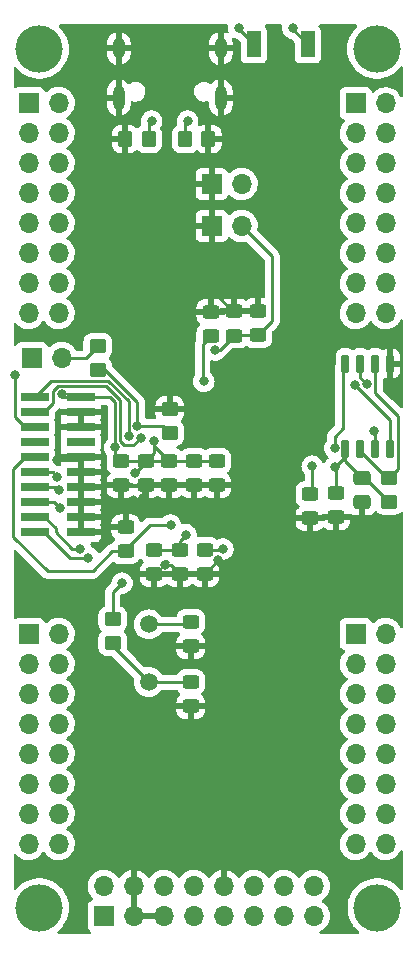
<source format=gbl>
%TF.GenerationSoftware,KiCad,Pcbnew,6.0.11+dfsg-1~bpo11+1*%
%TF.CreationDate,2023-05-10T08:43:11-04:00*%
%TF.ProjectId,proto-stm32f427,70726f74-6f2d-4737-946d-333266343237,rev?*%
%TF.SameCoordinates,Original*%
%TF.FileFunction,Copper,L2,Bot*%
%TF.FilePolarity,Positive*%
%FSLAX46Y46*%
G04 Gerber Fmt 4.6, Leading zero omitted, Abs format (unit mm)*
G04 Created by KiCad (PCBNEW 6.0.11+dfsg-1~bpo11+1) date 2023-05-10 08:43:11*
%MOMM*%
%LPD*%
G01*
G04 APERTURE LIST*
G04 Aperture macros list*
%AMRoundRect*
0 Rectangle with rounded corners*
0 $1 Rounding radius*
0 $2 $3 $4 $5 $6 $7 $8 $9 X,Y pos of 4 corners*
0 Add a 4 corners polygon primitive as box body*
4,1,4,$2,$3,$4,$5,$6,$7,$8,$9,$2,$3,0*
0 Add four circle primitives for the rounded corners*
1,1,$1+$1,$2,$3*
1,1,$1+$1,$4,$5*
1,1,$1+$1,$6,$7*
1,1,$1+$1,$8,$9*
0 Add four rect primitives between the rounded corners*
20,1,$1+$1,$2,$3,$4,$5,0*
20,1,$1+$1,$4,$5,$6,$7,0*
20,1,$1+$1,$6,$7,$8,$9,0*
20,1,$1+$1,$8,$9,$2,$3,0*%
G04 Aperture macros list end*
%TA.AperFunction,SMDPad,CuDef*%
%ADD10RoundRect,0.250000X-0.475000X0.337500X-0.475000X-0.337500X0.475000X-0.337500X0.475000X0.337500X0*%
%TD*%
%TA.AperFunction,ComponentPad*%
%ADD11C,4.000000*%
%TD*%
%TA.AperFunction,ComponentPad*%
%ADD12R,1.700000X1.700000*%
%TD*%
%TA.AperFunction,ComponentPad*%
%ADD13O,1.700000X1.700000*%
%TD*%
%TA.AperFunction,ComponentPad*%
%ADD14C,1.500000*%
%TD*%
%TA.AperFunction,ComponentPad*%
%ADD15O,1.000000X2.100000*%
%TD*%
%TA.AperFunction,ComponentPad*%
%ADD16O,1.000000X1.800000*%
%TD*%
%TA.AperFunction,SMDPad,CuDef*%
%ADD17RoundRect,0.250000X-0.450000X0.325000X-0.450000X-0.325000X0.450000X-0.325000X0.450000X0.325000X0*%
%TD*%
%TA.AperFunction,SMDPad,CuDef*%
%ADD18RoundRect,0.250000X0.450000X-0.325000X0.450000X0.325000X-0.450000X0.325000X-0.450000X-0.325000X0*%
%TD*%
%TA.AperFunction,SMDPad,CuDef*%
%ADD19RoundRect,0.250000X-0.450000X0.350000X-0.450000X-0.350000X0.450000X-0.350000X0.450000X0.350000X0*%
%TD*%
%TA.AperFunction,SMDPad,CuDef*%
%ADD20R,1.200000X2.200000*%
%TD*%
%TA.AperFunction,SMDPad,CuDef*%
%ADD21R,5.800000X6.400000*%
%TD*%
%TA.AperFunction,SMDPad,CuDef*%
%ADD22RoundRect,0.250000X0.450000X-0.350000X0.450000X0.350000X-0.450000X0.350000X-0.450000X-0.350000X0*%
%TD*%
%TA.AperFunction,SMDPad,CuDef*%
%ADD23RoundRect,0.250000X0.350000X0.450000X-0.350000X0.450000X-0.350000X-0.450000X0.350000X-0.450000X0*%
%TD*%
%TA.AperFunction,SMDPad,CuDef*%
%ADD24RoundRect,0.250000X-0.350000X-0.450000X0.350000X-0.450000X0.350000X0.450000X-0.350000X0.450000X0*%
%TD*%
%TA.AperFunction,SMDPad,CuDef*%
%ADD25R,2.400000X0.740000*%
%TD*%
%TA.AperFunction,SMDPad,CuDef*%
%ADD26RoundRect,0.150000X-0.150000X0.650000X-0.150000X-0.650000X0.150000X-0.650000X0.150000X0.650000X0*%
%TD*%
%TA.AperFunction,ViaPad*%
%ADD27C,0.800000*%
%TD*%
%TA.AperFunction,Conductor*%
%ADD28C,0.250000*%
%TD*%
G04 APERTURE END LIST*
D10*
X154700000Y-148875000D03*
X154700000Y-146800000D03*
D11*
X156000000Y-183200000D03*
X127400000Y-183200000D03*
X127400000Y-110490000D03*
D12*
X126492000Y-160020000D03*
D13*
X129032000Y-160020000D03*
X126492000Y-162560000D03*
X129032000Y-162560000D03*
X126492000Y-165100000D03*
X129032000Y-165100000D03*
X126492000Y-167640000D03*
X129032000Y-167640000D03*
X126492000Y-170180000D03*
X129032000Y-170180000D03*
X126492000Y-172720000D03*
X129032000Y-172720000D03*
X126492000Y-175260000D03*
X129032000Y-175260000D03*
X126492000Y-177800000D03*
X129032000Y-177800000D03*
D12*
X154178000Y-115077000D03*
D13*
X156718000Y-115077000D03*
X154178000Y-117617000D03*
X156718000Y-117617000D03*
X154178000Y-120157000D03*
X156718000Y-120157000D03*
X154178000Y-122697000D03*
X156718000Y-122697000D03*
X154178000Y-125237000D03*
X156718000Y-125237000D03*
X154178000Y-127777000D03*
X156718000Y-127777000D03*
X154178000Y-130317000D03*
X156718000Y-130317000D03*
X154178000Y-132857000D03*
X156718000Y-132857000D03*
D12*
X141981000Y-121920000D03*
D13*
X144521000Y-121920000D03*
D14*
X136652000Y-159204000D03*
X136652000Y-164084000D03*
D12*
X132857000Y-183896000D03*
D13*
X132857000Y-181356000D03*
X135397000Y-183896000D03*
X135397000Y-181356000D03*
X137937000Y-183896000D03*
X137937000Y-181356000D03*
X140477000Y-183896000D03*
X140477000Y-181356000D03*
X143017000Y-183896000D03*
X143017000Y-181356000D03*
X145557000Y-183896000D03*
X145557000Y-181356000D03*
X148097000Y-183896000D03*
X148097000Y-181356000D03*
X150637000Y-183896000D03*
X150637000Y-181356000D03*
D12*
X126487000Y-115062000D03*
D13*
X129027000Y-115062000D03*
X126487000Y-117602000D03*
X129027000Y-117602000D03*
X126487000Y-120142000D03*
X129027000Y-120142000D03*
X126487000Y-122682000D03*
X129027000Y-122682000D03*
X126487000Y-125222000D03*
X129027000Y-125222000D03*
X126487000Y-127762000D03*
X129027000Y-127762000D03*
X126487000Y-130302000D03*
X129027000Y-130302000D03*
X126487000Y-132842000D03*
X129027000Y-132842000D03*
D15*
X142750000Y-114611000D03*
D16*
X142750000Y-110431000D03*
D15*
X134110000Y-114611000D03*
D16*
X134110000Y-110431000D03*
D12*
X154178000Y-160020000D03*
D13*
X156718000Y-160020000D03*
X154178000Y-162560000D03*
X156718000Y-162560000D03*
X154178000Y-165100000D03*
X156718000Y-165100000D03*
X154178000Y-167640000D03*
X156718000Y-167640000D03*
X154178000Y-170180000D03*
X156718000Y-170180000D03*
X154178000Y-172720000D03*
X156718000Y-172720000D03*
X154178000Y-175260000D03*
X156718000Y-175260000D03*
X154178000Y-177800000D03*
X156718000Y-177800000D03*
D11*
X155956000Y-110490000D03*
D12*
X141986000Y-125476000D03*
D13*
X144526000Y-125476000D03*
D12*
X126746000Y-136652000D03*
D13*
X129286000Y-136652000D03*
D17*
X150300000Y-148175000D03*
X150300000Y-150225000D03*
D18*
X140208000Y-161036000D03*
X140208000Y-158986000D03*
X141900000Y-134800000D03*
X141900000Y-132750000D03*
D17*
X139300000Y-152900000D03*
X139300000Y-154950000D03*
D18*
X141400000Y-154925000D03*
X141400000Y-152875000D03*
D17*
X145900000Y-132675000D03*
X145900000Y-134725000D03*
D18*
X140500000Y-145375000D03*
X140500000Y-147425000D03*
X142405000Y-145375000D03*
X142405000Y-147425000D03*
D17*
X143900000Y-132700000D03*
X143900000Y-134750000D03*
D18*
X138400000Y-147425000D03*
X138400000Y-145375000D03*
X134300000Y-145375000D03*
X134300000Y-147425000D03*
X136400000Y-147400000D03*
X136400000Y-145350000D03*
X134700000Y-153025000D03*
X134700000Y-150975000D03*
D19*
X133604000Y-158766000D03*
X133604000Y-160766000D03*
D20*
X145548000Y-110100000D03*
D21*
X147828000Y-116400000D03*
D20*
X150108000Y-110100000D03*
D18*
X152500000Y-150150000D03*
X152500000Y-148100000D03*
D22*
X132334000Y-137636000D03*
X132334000Y-135636000D03*
D19*
X138430000Y-141002000D03*
X138430000Y-143002000D03*
D18*
X140208000Y-166125000D03*
X140208000Y-164075000D03*
D17*
X137100000Y-152900000D03*
X137100000Y-154950000D03*
D23*
X136652000Y-118110000D03*
X134652000Y-118110000D03*
D24*
X139716000Y-118110000D03*
X141716000Y-118110000D03*
D25*
X130900000Y-139954000D03*
X127000000Y-139954000D03*
X130900000Y-141224000D03*
X127000000Y-141224000D03*
X130900000Y-142494000D03*
X127000000Y-142494000D03*
X130900000Y-143764000D03*
X127000000Y-143764000D03*
X130900000Y-145034000D03*
X127000000Y-145034000D03*
X130900000Y-146304000D03*
X127000000Y-146304000D03*
X130900000Y-147574000D03*
X127000000Y-147574000D03*
X130900000Y-148844000D03*
X127000000Y-148844000D03*
X130900000Y-150114000D03*
X127000000Y-150114000D03*
X130900000Y-151384000D03*
X127000000Y-151384000D03*
D19*
X157000000Y-146800000D03*
X157000000Y-148800000D03*
D26*
X153289000Y-144316000D03*
X154559000Y-144316000D03*
X155829000Y-144316000D03*
X157099000Y-144316000D03*
X157099000Y-137116000D03*
X155829000Y-137116000D03*
X154559000Y-137116000D03*
X153289000Y-137116000D03*
D27*
X128900000Y-145300000D03*
X141800000Y-130700000D03*
X142558406Y-153739533D03*
X136136665Y-148479243D03*
X138073428Y-154168382D03*
X129300000Y-139735001D03*
X137100000Y-143700000D03*
X135478782Y-146368173D03*
X133787701Y-144212299D03*
X142935101Y-152813733D03*
X152400000Y-145900000D03*
X142500000Y-137500000D03*
X142300000Y-135974500D03*
X139800000Y-151600000D03*
X141312299Y-138612299D03*
X150500000Y-145800000D03*
X125300000Y-138100000D03*
X135968711Y-143383785D03*
X134974001Y-143238938D03*
X144526000Y-112776000D03*
X151892000Y-112776000D03*
X144272000Y-108712000D03*
X148844000Y-108712000D03*
X138500000Y-150800000D03*
X134400000Y-155700000D03*
X131526997Y-153542702D03*
X129121316Y-149370612D03*
X130867583Y-152791584D03*
X128905000Y-146685000D03*
X129032000Y-147828000D03*
X135698501Y-142421500D03*
X139954000Y-116586000D03*
X136906000Y-116586000D03*
X152389500Y-144273857D03*
X155700000Y-142800000D03*
X155104500Y-138881222D03*
X154103003Y-138904324D03*
D28*
X133604000Y-156496000D02*
X134400000Y-155700000D01*
X133604000Y-158766000D02*
X133604000Y-156496000D01*
X130185584Y-152791584D02*
X130867583Y-152791584D01*
X128778000Y-151384000D02*
X130185584Y-152791584D01*
X127000000Y-151384000D02*
X127830000Y-151384000D01*
X127830000Y-150114000D02*
X128778000Y-151062000D01*
X128778000Y-151062000D02*
X128778000Y-151384000D01*
X127000000Y-150114000D02*
X127830000Y-150114000D01*
X127830000Y-151384000D02*
X129988702Y-153542702D01*
X129988702Y-153542702D02*
X131526997Y-153542702D01*
X127000000Y-141224000D02*
X127830000Y-141224000D01*
X127830000Y-141224000D02*
X128575500Y-140478500D01*
X128575500Y-140478500D02*
X128575500Y-139399902D01*
X128575500Y-139399902D02*
X128964901Y-139010501D01*
X128964901Y-139010501D02*
X133046191Y-139010501D01*
X133046191Y-139010501D02*
X134249501Y-140213811D01*
X134600000Y-144000000D02*
X135352496Y-144000000D01*
X134249501Y-140213811D02*
X134249501Y-143649501D01*
X134249501Y-143649501D02*
X134600000Y-144000000D01*
X135352496Y-144000000D02*
X135968711Y-143383785D01*
X133232380Y-138561000D02*
X134974001Y-140302621D01*
X134974001Y-140302621D02*
X134974001Y-143238938D01*
X129518999Y-139954000D02*
X129300000Y-139735001D01*
X130900000Y-139954000D02*
X129518999Y-139954000D01*
X127000000Y-139954000D02*
X128393000Y-138561000D01*
X128393000Y-138561000D02*
X133232380Y-138561000D01*
X132943070Y-137636000D02*
X135698501Y-140391431D01*
X133800000Y-140400000D02*
X133800000Y-144200000D01*
X132334000Y-137636000D02*
X132943070Y-137636000D01*
X135698501Y-140391431D02*
X135698501Y-142421500D01*
X130900000Y-139954000D02*
X133354000Y-139954000D01*
X133354000Y-139954000D02*
X133800000Y-140400000D01*
X133800000Y-144200000D02*
X133787701Y-144212299D01*
X137849500Y-142421500D02*
X135698501Y-142421500D01*
X138430000Y-143002000D02*
X137849500Y-142421500D01*
X134300000Y-145375000D02*
X133787701Y-144862701D01*
X133787701Y-144862701D02*
X133787701Y-144212299D01*
X144526000Y-112776000D02*
X147828000Y-116078000D01*
X147828000Y-116078000D02*
X147828000Y-116400000D01*
X148268000Y-116400000D02*
X147828000Y-116400000D01*
X151892000Y-112776000D02*
X148268000Y-116400000D01*
X157000000Y-146800000D02*
X157724000Y-146076000D01*
X157724000Y-146076000D02*
X157724000Y-141524000D01*
X157724000Y-141524000D02*
X155829000Y-139629000D01*
X155829000Y-139629000D02*
X155829000Y-137116000D01*
X157000000Y-146800000D02*
X156841249Y-146800000D01*
X156841249Y-146800000D02*
X154559000Y-144517751D01*
X154559000Y-144517751D02*
X154559000Y-144316000D01*
X154700000Y-146800000D02*
X155000000Y-146800000D01*
X155000000Y-146800000D02*
X157000000Y-148800000D01*
X153289000Y-144316000D02*
X153289000Y-145389000D01*
X153289000Y-145389000D02*
X154700000Y-146800000D01*
X155829000Y-144316000D02*
X155829000Y-142929000D01*
X155829000Y-142929000D02*
X155700000Y-142800000D01*
X157099000Y-141900321D02*
X154103003Y-138904324D01*
X152400000Y-145900000D02*
X153289000Y-145011000D01*
X152389500Y-144273857D02*
X152389500Y-143310500D01*
X153100000Y-142600000D02*
X153100000Y-137305000D01*
X153289000Y-145011000D02*
X153289000Y-144316000D01*
X154559000Y-138335722D02*
X155104500Y-138881222D01*
X154559000Y-137116000D02*
X154559000Y-138335722D01*
X157099000Y-144316000D02*
X157099000Y-141900321D01*
X152389500Y-143310500D02*
X153100000Y-142600000D01*
X153100000Y-137305000D02*
X153289000Y-137116000D01*
X130634000Y-145300000D02*
X130900000Y-145034000D01*
X128900000Y-145300000D02*
X130634000Y-145300000D01*
X141800000Y-130700000D02*
X143800000Y-132700000D01*
X143800000Y-132700000D02*
X143900000Y-132700000D01*
X142558406Y-153766594D02*
X141400000Y-154925000D01*
X141400000Y-152875000D02*
X142873834Y-152875000D01*
X142873834Y-152875000D02*
X142935101Y-152813733D01*
X142558406Y-153739533D02*
X142558406Y-153766594D01*
X136136665Y-148479243D02*
X136136665Y-147663335D01*
X136136665Y-147663335D02*
X136400000Y-147400000D01*
X138073428Y-154168382D02*
X138518382Y-154168382D01*
X138518382Y-154168382D02*
X139300000Y-154950000D01*
X137100000Y-143700000D02*
X137100000Y-144075000D01*
X137100000Y-144075000D02*
X138400000Y-145375000D01*
X141212299Y-138512299D02*
X141312299Y-138612299D01*
X141900000Y-134800000D02*
X141212299Y-135487701D01*
X141212299Y-135487701D02*
X141212299Y-138512299D01*
X137100000Y-144650000D02*
X136400000Y-145350000D01*
X137100000Y-143700000D02*
X137100000Y-144650000D01*
X144526000Y-125476000D02*
X147100000Y-128050000D01*
X147100000Y-128050000D02*
X147100000Y-133525000D01*
X147100000Y-133525000D02*
X145900000Y-134725000D01*
X145900000Y-134725000D02*
X143925000Y-134725000D01*
X143925000Y-134725000D02*
X143900000Y-134750000D01*
X134700000Y-152828000D02*
X136728000Y-150800000D01*
X136728000Y-150800000D02*
X138500000Y-150800000D01*
X134700000Y-153025000D02*
X134700000Y-152828000D01*
X125200000Y-151804000D02*
X125200000Y-146004000D01*
X126170000Y-145034000D02*
X127000000Y-145034000D01*
X134700000Y-153025000D02*
X133575000Y-153025000D01*
X133575000Y-153025000D02*
X131900000Y-154700000D01*
X131900000Y-154700000D02*
X128096000Y-154700000D01*
X128096000Y-154700000D02*
X125200000Y-151804000D01*
X125200000Y-146004000D02*
X126170000Y-145034000D01*
X136400000Y-145350000D02*
X136400000Y-145446955D01*
X136400000Y-145446955D02*
X135478782Y-146368173D01*
X140500000Y-145375000D02*
X142405000Y-145375000D01*
X138400000Y-145375000D02*
X140500000Y-145375000D01*
X136400000Y-145350000D02*
X138375000Y-145350000D01*
X138375000Y-145350000D02*
X138400000Y-145375000D01*
X134300000Y-145375000D02*
X136375000Y-145375000D01*
X136375000Y-145375000D02*
X136400000Y-145350000D01*
X152500000Y-148100000D02*
X152500000Y-146000000D01*
X152500000Y-146000000D02*
X152400000Y-145900000D01*
X150500000Y-147975000D02*
X150500000Y-145800000D01*
X150300000Y-148175000D02*
X150500000Y-147975000D01*
X143900000Y-134750000D02*
X142675500Y-135974500D01*
X142675500Y-135974500D02*
X142300000Y-135974500D01*
X139300000Y-152900000D02*
X139300000Y-152100000D01*
X139300000Y-152100000D02*
X139800000Y-151600000D01*
X137100000Y-152900000D02*
X139300000Y-152900000D01*
X126170000Y-142494000D02*
X127000000Y-142494000D01*
X125300000Y-138100000D02*
X125300000Y-141624000D01*
X125300000Y-141624000D02*
X126170000Y-142494000D01*
X144272000Y-108824000D02*
X145548000Y-110100000D01*
X144272000Y-108712000D02*
X144272000Y-108824000D01*
X148844000Y-108836000D02*
X150108000Y-110100000D01*
X148844000Y-108712000D02*
X148844000Y-108836000D01*
X136652000Y-159204000D02*
X139990000Y-159204000D01*
X139990000Y-159204000D02*
X140208000Y-158986000D01*
X136652000Y-164084000D02*
X140199000Y-164084000D01*
X133604000Y-160766000D02*
X133604000Y-161036000D01*
X140199000Y-164084000D02*
X140208000Y-164075000D01*
X133604000Y-161036000D02*
X136652000Y-164084000D01*
X129121316Y-149370612D02*
X128594704Y-148844000D01*
X128594704Y-148844000D02*
X127000000Y-148844000D01*
X128524000Y-146304000D02*
X127000000Y-146304000D01*
X128905000Y-146685000D02*
X128524000Y-146304000D01*
X129032000Y-147828000D02*
X128778000Y-147574000D01*
X128778000Y-147574000D02*
X127000000Y-147574000D01*
X131318000Y-136652000D02*
X132334000Y-135636000D01*
X129286000Y-136652000D02*
X131318000Y-136652000D01*
X139716000Y-116824000D02*
X139954000Y-116586000D01*
X139716000Y-118110000D02*
X139716000Y-116824000D01*
X136652000Y-116840000D02*
X136906000Y-116586000D01*
X136652000Y-118110000D02*
X136652000Y-116840000D01*
%TA.AperFunction,Conductor*%
G36*
X143318579Y-108428502D02*
G01*
X143365072Y-108482158D01*
X143375768Y-108547669D01*
X143358496Y-108712000D01*
X143359186Y-108718565D01*
X143364853Y-108772479D01*
X143378458Y-108901928D01*
X143408395Y-108994064D01*
X143410423Y-109065030D01*
X143373761Y-109125828D01*
X143310048Y-109157153D01*
X143239515Y-109149061D01*
X143228633Y-109143835D01*
X143147924Y-109100196D01*
X143136619Y-109095444D01*
X143021308Y-109059750D01*
X143007205Y-109059544D01*
X143004000Y-109066299D01*
X143004000Y-110158885D01*
X143008475Y-110174124D01*
X143009865Y-110175329D01*
X143017548Y-110177000D01*
X143739885Y-110177000D01*
X143755124Y-110172525D01*
X143756329Y-110171135D01*
X143758000Y-110163452D01*
X143758000Y-109984343D01*
X143757699Y-109978195D01*
X143744188Y-109840397D01*
X143741805Y-109828362D01*
X143696496Y-109678293D01*
X143695955Y-109607299D01*
X143733882Y-109547282D01*
X143798237Y-109517298D01*
X143868367Y-109526768D01*
X143989712Y-109580794D01*
X144135034Y-109611684D01*
X144197931Y-109645835D01*
X144402595Y-109850499D01*
X144436621Y-109912811D01*
X144439500Y-109939594D01*
X144439500Y-111248134D01*
X144446255Y-111310316D01*
X144497385Y-111446705D01*
X144584739Y-111563261D01*
X144701295Y-111650615D01*
X144837684Y-111701745D01*
X144899866Y-111708500D01*
X146196134Y-111708500D01*
X146258316Y-111701745D01*
X146394705Y-111650615D01*
X146511261Y-111563261D01*
X146598615Y-111446705D01*
X146649745Y-111310316D01*
X146656500Y-111248134D01*
X146656500Y-108951866D01*
X146649745Y-108889684D01*
X146598615Y-108753295D01*
X146511261Y-108636739D01*
X146504081Y-108631358D01*
X146497731Y-108625008D01*
X146499978Y-108622761D01*
X146466857Y-108578456D01*
X146461838Y-108507637D01*
X146495903Y-108445347D01*
X146558238Y-108411362D01*
X146584941Y-108408500D01*
X147822458Y-108408500D01*
X147890579Y-108428502D01*
X147937072Y-108482158D01*
X147947768Y-108547669D01*
X147930496Y-108712000D01*
X147931186Y-108718565D01*
X147936853Y-108772479D01*
X147950458Y-108901928D01*
X148009473Y-109083556D01*
X148012776Y-109089278D01*
X148012777Y-109089279D01*
X148019080Y-109100196D01*
X148104960Y-109248944D01*
X148109378Y-109253851D01*
X148109379Y-109253852D01*
X148161777Y-109312046D01*
X148232747Y-109390866D01*
X148387248Y-109503118D01*
X148393276Y-109505802D01*
X148393278Y-109505803D01*
X148555681Y-109578109D01*
X148561712Y-109580794D01*
X148639802Y-109597392D01*
X148691794Y-109608444D01*
X148754692Y-109642596D01*
X148962595Y-109850499D01*
X148996621Y-109912811D01*
X148999500Y-109939594D01*
X148999500Y-111248134D01*
X149006255Y-111310316D01*
X149057385Y-111446705D01*
X149144739Y-111563261D01*
X149261295Y-111650615D01*
X149397684Y-111701745D01*
X149459866Y-111708500D01*
X150756134Y-111708500D01*
X150818316Y-111701745D01*
X150954705Y-111650615D01*
X151071261Y-111563261D01*
X151158615Y-111446705D01*
X151209745Y-111310316D01*
X151216500Y-111248134D01*
X151216500Y-108951866D01*
X151209745Y-108889684D01*
X151158615Y-108753295D01*
X151071261Y-108636739D01*
X151064081Y-108631358D01*
X151057731Y-108625008D01*
X151059978Y-108622761D01*
X151026857Y-108578456D01*
X151021838Y-108507637D01*
X151055903Y-108445347D01*
X151118238Y-108411362D01*
X151144941Y-108408500D01*
X154189866Y-108408500D01*
X154257987Y-108428502D01*
X154304480Y-108482158D01*
X154314584Y-108552432D01*
X154285090Y-108617012D01*
X154276119Y-108626350D01*
X154131983Y-108761703D01*
X154123767Y-108769418D01*
X153922568Y-109012625D01*
X153753438Y-109279131D01*
X153751754Y-109282710D01*
X153751750Y-109282717D01*
X153636909Y-109526768D01*
X153619044Y-109564734D01*
X153521505Y-109864928D01*
X153462359Y-110174980D01*
X153442540Y-110490000D01*
X153462359Y-110805020D01*
X153521505Y-111115072D01*
X153619044Y-111415266D01*
X153620731Y-111418852D01*
X153620733Y-111418856D01*
X153751750Y-111697283D01*
X153751754Y-111697290D01*
X153753438Y-111700869D01*
X153922568Y-111967375D01*
X154123767Y-112210582D01*
X154353860Y-112426654D01*
X154609221Y-112612184D01*
X154885821Y-112764247D01*
X154889490Y-112765700D01*
X154889495Y-112765702D01*
X155175628Y-112878990D01*
X155179298Y-112880443D01*
X155485025Y-112958940D01*
X155798179Y-112998500D01*
X156113821Y-112998500D01*
X156426975Y-112958940D01*
X156732702Y-112880443D01*
X156736372Y-112878990D01*
X157022505Y-112765702D01*
X157022510Y-112765700D01*
X157026179Y-112764247D01*
X157302779Y-112612184D01*
X157558140Y-112426654D01*
X157788233Y-112210582D01*
X157968415Y-111992780D01*
X158027249Y-111953042D01*
X158098227Y-111951420D01*
X158158815Y-111988430D01*
X158189775Y-112052320D01*
X158191500Y-112073096D01*
X158191500Y-114452965D01*
X158171498Y-114521086D01*
X158117842Y-114567579D01*
X158047568Y-114577683D01*
X157982988Y-114548189D01*
X157949951Y-114503208D01*
X157921419Y-114437589D01*
X157921419Y-114437588D01*
X157919354Y-114432840D01*
X157861526Y-114343452D01*
X157800822Y-114249617D01*
X157800820Y-114249614D01*
X157798014Y-114245277D01*
X157647670Y-114080051D01*
X157643619Y-114076852D01*
X157643615Y-114076848D01*
X157476414Y-113944800D01*
X157476410Y-113944798D01*
X157472359Y-113941598D01*
X157461833Y-113935787D01*
X157418039Y-113911612D01*
X157276789Y-113833638D01*
X157271920Y-113831914D01*
X157271916Y-113831912D01*
X157071087Y-113760795D01*
X157071083Y-113760794D01*
X157066212Y-113759069D01*
X157061119Y-113758162D01*
X157061116Y-113758161D01*
X156851373Y-113720800D01*
X156851367Y-113720799D01*
X156846284Y-113719894D01*
X156772452Y-113718992D01*
X156628081Y-113717228D01*
X156628079Y-113717228D01*
X156622911Y-113717165D01*
X156402091Y-113750955D01*
X156189756Y-113820357D01*
X155991607Y-113923507D01*
X155987474Y-113926610D01*
X155987471Y-113926612D01*
X155817100Y-114054530D01*
X155812965Y-114057635D01*
X155756537Y-114116684D01*
X155732283Y-114142064D01*
X155670759Y-114177494D01*
X155599846Y-114174037D01*
X155542060Y-114132791D01*
X155523207Y-114099243D01*
X155481767Y-113988703D01*
X155478615Y-113980295D01*
X155391261Y-113863739D01*
X155274705Y-113776385D01*
X155138316Y-113725255D01*
X155076134Y-113718500D01*
X153279866Y-113718500D01*
X153217684Y-113725255D01*
X153081295Y-113776385D01*
X152964739Y-113863739D01*
X152877385Y-113980295D01*
X152826255Y-114116684D01*
X152819500Y-114178866D01*
X152819500Y-115975134D01*
X152826255Y-116037316D01*
X152877385Y-116173705D01*
X152964739Y-116290261D01*
X153081295Y-116377615D01*
X153089704Y-116380767D01*
X153089705Y-116380768D01*
X153198451Y-116421535D01*
X153255216Y-116464176D01*
X153279916Y-116530738D01*
X153264709Y-116600087D01*
X153245316Y-116626568D01*
X153128888Y-116748403D01*
X153118629Y-116759138D01*
X153115720Y-116763403D01*
X153115714Y-116763411D01*
X153103409Y-116781450D01*
X152992743Y-116943680D01*
X152972466Y-116987363D01*
X152906463Y-117129556D01*
X152898688Y-117146305D01*
X152838989Y-117361570D01*
X152815251Y-117583695D01*
X152815548Y-117588848D01*
X152815548Y-117588851D01*
X152816930Y-117612817D01*
X152828110Y-117806715D01*
X152829247Y-117811761D01*
X152829248Y-117811767D01*
X152838569Y-117853124D01*
X152877222Y-118024639D01*
X152961266Y-118231616D01*
X153002827Y-118299438D01*
X153075291Y-118417688D01*
X153077987Y-118422088D01*
X153224250Y-118590938D01*
X153396126Y-118733632D01*
X153459918Y-118770909D01*
X153469445Y-118776476D01*
X153518169Y-118828114D01*
X153531240Y-118897897D01*
X153504509Y-118963669D01*
X153464055Y-118997027D01*
X153451607Y-119003507D01*
X153447474Y-119006610D01*
X153447471Y-119006612D01*
X153277100Y-119134530D01*
X153272965Y-119137635D01*
X153249364Y-119162332D01*
X153128888Y-119288403D01*
X153118629Y-119299138D01*
X153115720Y-119303403D01*
X153115714Y-119303411D01*
X153103404Y-119321457D01*
X152992743Y-119483680D01*
X152977003Y-119517589D01*
X152906463Y-119669556D01*
X152898688Y-119686305D01*
X152838989Y-119901570D01*
X152815251Y-120123695D01*
X152828110Y-120346715D01*
X152829247Y-120351761D01*
X152829248Y-120351767D01*
X152845739Y-120424939D01*
X152877222Y-120564639D01*
X152961266Y-120771616D01*
X153002827Y-120839438D01*
X153075291Y-120957688D01*
X153077987Y-120962088D01*
X153224250Y-121130938D01*
X153396126Y-121273632D01*
X153459918Y-121310909D01*
X153469445Y-121316476D01*
X153518169Y-121368114D01*
X153531240Y-121437897D01*
X153504509Y-121503669D01*
X153464055Y-121537027D01*
X153451607Y-121543507D01*
X153447474Y-121546610D01*
X153447471Y-121546612D01*
X153277100Y-121674530D01*
X153272965Y-121677635D01*
X153269393Y-121681373D01*
X153128888Y-121828403D01*
X153118629Y-121839138D01*
X153115720Y-121843403D01*
X153115714Y-121843411D01*
X153103404Y-121861457D01*
X152992743Y-122023680D01*
X152977003Y-122057589D01*
X152906463Y-122209556D01*
X152898688Y-122226305D01*
X152838989Y-122441570D01*
X152815251Y-122663695D01*
X152828110Y-122886715D01*
X152829247Y-122891761D01*
X152829248Y-122891767D01*
X152844069Y-122957529D01*
X152877222Y-123104639D01*
X152927732Y-123229030D01*
X152945397Y-123272534D01*
X152961266Y-123311616D01*
X153002827Y-123379438D01*
X153075291Y-123497688D01*
X153077987Y-123502088D01*
X153224250Y-123670938D01*
X153396126Y-123813632D01*
X153459918Y-123850909D01*
X153469445Y-123856476D01*
X153518169Y-123908114D01*
X153531240Y-123977897D01*
X153504509Y-124043669D01*
X153464055Y-124077027D01*
X153451607Y-124083507D01*
X153447474Y-124086610D01*
X153447471Y-124086612D01*
X153277100Y-124214530D01*
X153272965Y-124217635D01*
X153268939Y-124221848D01*
X153128888Y-124368403D01*
X153118629Y-124379138D01*
X153115720Y-124383403D01*
X153115714Y-124383411D01*
X153103404Y-124401457D01*
X152992743Y-124563680D01*
X152955331Y-124644277D01*
X152906463Y-124749556D01*
X152898688Y-124766305D01*
X152838989Y-124981570D01*
X152815251Y-125203695D01*
X152815548Y-125208848D01*
X152815548Y-125208851D01*
X152818412Y-125258522D01*
X152828110Y-125426715D01*
X152829247Y-125431761D01*
X152829248Y-125431767D01*
X152831711Y-125442695D01*
X152877222Y-125644639D01*
X152923634Y-125758939D01*
X152942577Y-125805589D01*
X152961266Y-125851616D01*
X153002827Y-125919438D01*
X153075291Y-126037688D01*
X153077987Y-126042088D01*
X153224250Y-126210938D01*
X153396126Y-126353632D01*
X153456131Y-126388696D01*
X153469445Y-126396476D01*
X153518169Y-126448114D01*
X153531240Y-126517897D01*
X153504509Y-126583669D01*
X153464055Y-126617027D01*
X153451607Y-126623507D01*
X153447474Y-126626610D01*
X153447471Y-126626612D01*
X153277100Y-126754530D01*
X153272965Y-126757635D01*
X153251544Y-126780051D01*
X153128888Y-126908403D01*
X153118629Y-126919138D01*
X153115720Y-126923403D01*
X153115714Y-126923411D01*
X153103404Y-126941457D01*
X152992743Y-127103680D01*
X152977003Y-127137589D01*
X152906463Y-127289556D01*
X152898688Y-127306305D01*
X152838989Y-127521570D01*
X152815251Y-127743695D01*
X152815548Y-127748848D01*
X152815548Y-127748851D01*
X152825482Y-127921134D01*
X152828110Y-127966715D01*
X152829247Y-127971761D01*
X152829248Y-127971767D01*
X152836998Y-128006154D01*
X152877222Y-128184639D01*
X152929102Y-128312404D01*
X152950294Y-128364594D01*
X152961266Y-128391616D01*
X153002827Y-128459438D01*
X153075291Y-128577688D01*
X153077987Y-128582088D01*
X153224250Y-128750938D01*
X153396126Y-128893632D01*
X153459918Y-128930909D01*
X153469445Y-128936476D01*
X153518169Y-128988114D01*
X153531240Y-129057897D01*
X153504509Y-129123669D01*
X153464055Y-129157027D01*
X153451607Y-129163507D01*
X153447474Y-129166610D01*
X153447471Y-129166612D01*
X153277100Y-129294530D01*
X153272965Y-129297635D01*
X153269393Y-129301373D01*
X153128888Y-129448403D01*
X153118629Y-129459138D01*
X153115720Y-129463403D01*
X153115714Y-129463411D01*
X153103404Y-129481457D01*
X152992743Y-129643680D01*
X152977003Y-129677589D01*
X152906463Y-129829556D01*
X152898688Y-129846305D01*
X152838989Y-130061570D01*
X152815251Y-130283695D01*
X152828110Y-130506715D01*
X152829247Y-130511761D01*
X152829248Y-130511767D01*
X152845739Y-130584939D01*
X152877222Y-130724639D01*
X152961266Y-130931616D01*
X153002827Y-130999438D01*
X153075291Y-131117688D01*
X153077987Y-131122088D01*
X153224250Y-131290938D01*
X153396126Y-131433632D01*
X153459918Y-131470909D01*
X153469445Y-131476476D01*
X153518169Y-131528114D01*
X153531240Y-131597897D01*
X153504509Y-131663669D01*
X153464055Y-131697027D01*
X153451607Y-131703507D01*
X153447474Y-131706610D01*
X153447471Y-131706612D01*
X153284118Y-131829261D01*
X153272965Y-131837635D01*
X153269393Y-131841373D01*
X153128888Y-131988403D01*
X153118629Y-131999138D01*
X153115720Y-132003403D01*
X153115714Y-132003411D01*
X153103404Y-132021457D01*
X152992743Y-132183680D01*
X152949386Y-132277086D01*
X152906463Y-132369556D01*
X152898688Y-132386305D01*
X152838989Y-132601570D01*
X152815251Y-132823695D01*
X152815548Y-132828848D01*
X152815548Y-132828851D01*
X152819953Y-132905240D01*
X152828110Y-133046715D01*
X152829247Y-133051761D01*
X152829248Y-133051767D01*
X152845098Y-133122095D01*
X152877222Y-133264639D01*
X152961266Y-133471616D01*
X153001434Y-133537165D01*
X153075291Y-133657688D01*
X153077987Y-133662088D01*
X153224250Y-133830938D01*
X153396126Y-133973632D01*
X153589000Y-134086338D01*
X153797692Y-134166030D01*
X153802760Y-134167061D01*
X153802763Y-134167062D01*
X153910017Y-134188883D01*
X154016597Y-134210567D01*
X154021772Y-134210757D01*
X154021774Y-134210757D01*
X154234673Y-134218564D01*
X154234677Y-134218564D01*
X154239837Y-134218753D01*
X154244957Y-134218097D01*
X154244959Y-134218097D01*
X154456288Y-134191025D01*
X154456289Y-134191025D01*
X154461416Y-134190368D01*
X154466366Y-134188883D01*
X154670429Y-134127661D01*
X154670434Y-134127659D01*
X154675384Y-134126174D01*
X154875994Y-134027896D01*
X155057860Y-133898173D01*
X155066259Y-133889804D01*
X155144304Y-133812031D01*
X155216096Y-133740489D01*
X155229891Y-133721292D01*
X155346453Y-133559077D01*
X155347776Y-133560028D01*
X155394645Y-133516857D01*
X155464580Y-133504625D01*
X155530026Y-133532144D01*
X155557875Y-133563994D01*
X155570610Y-133584776D01*
X155617987Y-133662088D01*
X155764250Y-133830938D01*
X155936126Y-133973632D01*
X156129000Y-134086338D01*
X156337692Y-134166030D01*
X156342760Y-134167061D01*
X156342763Y-134167062D01*
X156450017Y-134188883D01*
X156556597Y-134210567D01*
X156561772Y-134210757D01*
X156561774Y-134210757D01*
X156774673Y-134218564D01*
X156774677Y-134218564D01*
X156779837Y-134218753D01*
X156784957Y-134218097D01*
X156784959Y-134218097D01*
X156996288Y-134191025D01*
X156996289Y-134191025D01*
X157001416Y-134190368D01*
X157006366Y-134188883D01*
X157210429Y-134127661D01*
X157210434Y-134127659D01*
X157215384Y-134126174D01*
X157415994Y-134027896D01*
X157597860Y-133898173D01*
X157606259Y-133889804D01*
X157684304Y-133812031D01*
X157756096Y-133740489D01*
X157769891Y-133721292D01*
X157883435Y-133563277D01*
X157886453Y-133559077D01*
X157888860Y-133554208D01*
X157952543Y-133425353D01*
X158000656Y-133373146D01*
X158069357Y-133355239D01*
X158136834Y-133377317D01*
X158181662Y-133432371D01*
X158191500Y-133481180D01*
X158191500Y-140791406D01*
X158171498Y-140859527D01*
X158117842Y-140906020D01*
X158047568Y-140916124D01*
X157982988Y-140886630D01*
X157976405Y-140880501D01*
X157287428Y-140191523D01*
X156499405Y-139403500D01*
X156465379Y-139341188D01*
X156462500Y-139314405D01*
X156462500Y-138463643D01*
X156482502Y-138395522D01*
X156536158Y-138349029D01*
X156606432Y-138338925D01*
X156652639Y-138355189D01*
X156678779Y-138370648D01*
X156693210Y-138376893D01*
X156827605Y-138415939D01*
X156841706Y-138415899D01*
X156845000Y-138408630D01*
X156845000Y-138402878D01*
X157353000Y-138402878D01*
X157356973Y-138416409D01*
X157364871Y-138417544D01*
X157504790Y-138376893D01*
X157519221Y-138370648D01*
X157648678Y-138294089D01*
X157661104Y-138284449D01*
X157767449Y-138178104D01*
X157777089Y-138165678D01*
X157853648Y-138036221D01*
X157859893Y-138021790D01*
X157902269Y-137875935D01*
X157904570Y-137863333D01*
X157906807Y-137834916D01*
X157907000Y-137829986D01*
X157907000Y-137388115D01*
X157902525Y-137372876D01*
X157901135Y-137371671D01*
X157893452Y-137370000D01*
X157371115Y-137370000D01*
X157355876Y-137374475D01*
X157354671Y-137375865D01*
X157353000Y-137383548D01*
X157353000Y-138402878D01*
X156845000Y-138402878D01*
X156845000Y-136843885D01*
X157353000Y-136843885D01*
X157357475Y-136859124D01*
X157358865Y-136860329D01*
X157366548Y-136862000D01*
X157888884Y-136862000D01*
X157904123Y-136857525D01*
X157905328Y-136856135D01*
X157906999Y-136848452D01*
X157906999Y-136402017D01*
X157906805Y-136397080D01*
X157904570Y-136368664D01*
X157902270Y-136356069D01*
X157859893Y-136210210D01*
X157853648Y-136195779D01*
X157777089Y-136066322D01*
X157767449Y-136053896D01*
X157661104Y-135947551D01*
X157648678Y-135937911D01*
X157519221Y-135861352D01*
X157504790Y-135855107D01*
X157370395Y-135816061D01*
X157356294Y-135816101D01*
X157353000Y-135823370D01*
X157353000Y-136843885D01*
X156845000Y-136843885D01*
X156845000Y-135829122D01*
X156841027Y-135815591D01*
X156833129Y-135814456D01*
X156693210Y-135855107D01*
X156678779Y-135861352D01*
X156549324Y-135937910D01*
X156541636Y-135943874D01*
X156475551Y-135969821D01*
X156405928Y-135955920D01*
X156389842Y-135945582D01*
X156385807Y-135941547D01*
X156242601Y-135856855D01*
X156234990Y-135854644D01*
X156234988Y-135854643D01*
X156172121Y-135836379D01*
X156082831Y-135810438D01*
X156076426Y-135809934D01*
X156076421Y-135809933D01*
X156047958Y-135807693D01*
X156047950Y-135807693D01*
X156045502Y-135807500D01*
X155612498Y-135807500D01*
X155610050Y-135807693D01*
X155610042Y-135807693D01*
X155581579Y-135809933D01*
X155581574Y-135809934D01*
X155575169Y-135810438D01*
X155485879Y-135836379D01*
X155423012Y-135854643D01*
X155423010Y-135854644D01*
X155415399Y-135856855D01*
X155272193Y-135941547D01*
X155269511Y-135944229D01*
X155205139Y-135969502D01*
X155135516Y-135955600D01*
X155119688Y-135945428D01*
X155115807Y-135941547D01*
X154972601Y-135856855D01*
X154964990Y-135854644D01*
X154964988Y-135854643D01*
X154902121Y-135836379D01*
X154812831Y-135810438D01*
X154806426Y-135809934D01*
X154806421Y-135809933D01*
X154777958Y-135807693D01*
X154777950Y-135807693D01*
X154775502Y-135807500D01*
X154342498Y-135807500D01*
X154340050Y-135807693D01*
X154340042Y-135807693D01*
X154311579Y-135809933D01*
X154311574Y-135809934D01*
X154305169Y-135810438D01*
X154215879Y-135836379D01*
X154153012Y-135854643D01*
X154153010Y-135854644D01*
X154145399Y-135856855D01*
X154002193Y-135941547D01*
X153999511Y-135944229D01*
X153935139Y-135969502D01*
X153865516Y-135955600D01*
X153849688Y-135945428D01*
X153845807Y-135941547D01*
X153702601Y-135856855D01*
X153694990Y-135854644D01*
X153694988Y-135854643D01*
X153632121Y-135836379D01*
X153542831Y-135810438D01*
X153536426Y-135809934D01*
X153536421Y-135809933D01*
X153507958Y-135807693D01*
X153507950Y-135807693D01*
X153505502Y-135807500D01*
X153072498Y-135807500D01*
X153070050Y-135807693D01*
X153070042Y-135807693D01*
X153041579Y-135809933D01*
X153041574Y-135809934D01*
X153035169Y-135810438D01*
X152945879Y-135836379D01*
X152883012Y-135854643D01*
X152883010Y-135854644D01*
X152875399Y-135856855D01*
X152868572Y-135860892D01*
X152868573Y-135860892D01*
X152739020Y-135937509D01*
X152739017Y-135937511D01*
X152732193Y-135941547D01*
X152614547Y-136059193D01*
X152610511Y-136066017D01*
X152610509Y-136066020D01*
X152562388Y-136147389D01*
X152529855Y-136202399D01*
X152527644Y-136210010D01*
X152527643Y-136210012D01*
X152512472Y-136262231D01*
X152483438Y-136362169D01*
X152482934Y-136368574D01*
X152482933Y-136368579D01*
X152480693Y-136397042D01*
X152480500Y-136399498D01*
X152480500Y-137154523D01*
X152476542Y-137185856D01*
X152466500Y-137224970D01*
X152466500Y-137245224D01*
X152464949Y-137264934D01*
X152461780Y-137284943D01*
X152462526Y-137292835D01*
X152465941Y-137328961D01*
X152466500Y-137340819D01*
X152466500Y-142285405D01*
X152446498Y-142353526D01*
X152429595Y-142374501D01*
X152205745Y-142598350D01*
X151997242Y-142806853D01*
X151988963Y-142814387D01*
X151982482Y-142818500D01*
X151935857Y-142868151D01*
X151933102Y-142870993D01*
X151913365Y-142890730D01*
X151910885Y-142893927D01*
X151903182Y-142902947D01*
X151872914Y-142935179D01*
X151869095Y-142942125D01*
X151869093Y-142942128D01*
X151863152Y-142952934D01*
X151852301Y-142969453D01*
X151839886Y-142985459D01*
X151836741Y-142992728D01*
X151836738Y-142992732D01*
X151822326Y-143026037D01*
X151817109Y-143036687D01*
X151795805Y-143075440D01*
X151793834Y-143083115D01*
X151793834Y-143083116D01*
X151790767Y-143095062D01*
X151784363Y-143113766D01*
X151776319Y-143132355D01*
X151775080Y-143140178D01*
X151775077Y-143140188D01*
X151769401Y-143176024D01*
X151766995Y-143187644D01*
X151756000Y-143230470D01*
X151756000Y-143250724D01*
X151754449Y-143270434D01*
X151751280Y-143290443D01*
X151752026Y-143298335D01*
X151755441Y-143334461D01*
X151756000Y-143346319D01*
X151756000Y-143571333D01*
X151735998Y-143639454D01*
X151723642Y-143655636D01*
X151650460Y-143736913D01*
X151554973Y-143902301D01*
X151495958Y-144083929D01*
X151495268Y-144090490D01*
X151495268Y-144090492D01*
X151479876Y-144236944D01*
X151475996Y-144273857D01*
X151476686Y-144280422D01*
X151495126Y-144455866D01*
X151495958Y-144463785D01*
X151554973Y-144645413D01*
X151650460Y-144810801D01*
X151654878Y-144815708D01*
X151654879Y-144815709D01*
X151773825Y-144947812D01*
X151778247Y-144952723D01*
X151817406Y-144981174D01*
X151827912Y-144988807D01*
X151871266Y-145045030D01*
X151877341Y-145115766D01*
X151844209Y-145178557D01*
X151827913Y-145192678D01*
X151788747Y-145221134D01*
X151660960Y-145363056D01*
X151657659Y-145368774D01*
X151579985Y-145503308D01*
X151528602Y-145552301D01*
X151458889Y-145565737D01*
X151392978Y-145539350D01*
X151351033Y-145479244D01*
X151343315Y-145455490D01*
X151334527Y-145428444D01*
X151239040Y-145263056D01*
X151111253Y-145121134D01*
X150956752Y-145008882D01*
X150950724Y-145006198D01*
X150950722Y-145006197D01*
X150788319Y-144933891D01*
X150788318Y-144933891D01*
X150782288Y-144931206D01*
X150688888Y-144911353D01*
X150601944Y-144892872D01*
X150601939Y-144892872D01*
X150595487Y-144891500D01*
X150404513Y-144891500D01*
X150398061Y-144892872D01*
X150398056Y-144892872D01*
X150311112Y-144911353D01*
X150217712Y-144931206D01*
X150211682Y-144933891D01*
X150211681Y-144933891D01*
X150049278Y-145006197D01*
X150049276Y-145006198D01*
X150043248Y-145008882D01*
X149888747Y-145121134D01*
X149760960Y-145263056D01*
X149665473Y-145428444D01*
X149606458Y-145610072D01*
X149605768Y-145616633D01*
X149605768Y-145616635D01*
X149591290Y-145754386D01*
X149586496Y-145800000D01*
X149606458Y-145989928D01*
X149665473Y-146171556D01*
X149668776Y-146177278D01*
X149668777Y-146177279D01*
X149679985Y-146196692D01*
X149760960Y-146336944D01*
X149834137Y-146418215D01*
X149864853Y-146482221D01*
X149866500Y-146502524D01*
X149866500Y-146970956D01*
X149846498Y-147039077D01*
X149792842Y-147085570D01*
X149753504Y-147096283D01*
X149741422Y-147097536D01*
X149700693Y-147101762D01*
X149700690Y-147101763D01*
X149693834Y-147102474D01*
X149687298Y-147104655D01*
X149687296Y-147104655D01*
X149563371Y-147146000D01*
X149526054Y-147158450D01*
X149375652Y-147251522D01*
X149250695Y-147376697D01*
X149157885Y-147527262D01*
X149155581Y-147534209D01*
X149105611Y-147684865D01*
X149102203Y-147695139D01*
X149091500Y-147799600D01*
X149091500Y-148550400D01*
X149091837Y-148553646D01*
X149091837Y-148553650D01*
X149100901Y-148641002D01*
X149102474Y-148656166D01*
X149104655Y-148662702D01*
X149104655Y-148662704D01*
X149114344Y-148691746D01*
X149158450Y-148823946D01*
X149251522Y-148974348D01*
X149376697Y-149099305D01*
X149381235Y-149102102D01*
X149421824Y-149159353D01*
X149425054Y-149230276D01*
X149389428Y-149291687D01*
X149380932Y-149299062D01*
X149370793Y-149307098D01*
X149256261Y-149421829D01*
X149247249Y-149433240D01*
X149162184Y-149571243D01*
X149156037Y-149584424D01*
X149104862Y-149738710D01*
X149101995Y-149752086D01*
X149092328Y-149846438D01*
X149092000Y-149852855D01*
X149092000Y-149952885D01*
X149096475Y-149968124D01*
X149097865Y-149969329D01*
X149105548Y-149971000D01*
X151233885Y-149971000D01*
X151249124Y-149966525D01*
X151271389Y-149940830D01*
X151272811Y-149942062D01*
X151277815Y-149932900D01*
X151340129Y-149898878D01*
X151366906Y-149896000D01*
X153689884Y-149896000D01*
X153717686Y-149887837D01*
X153756272Y-149863038D01*
X153827268Y-149863037D01*
X153857888Y-149876674D01*
X153896243Y-149900316D01*
X153909424Y-149906463D01*
X154063710Y-149957638D01*
X154077086Y-149960505D01*
X154171438Y-149970172D01*
X154177854Y-149970500D01*
X154427885Y-149970500D01*
X154443124Y-149966025D01*
X154444329Y-149964635D01*
X154446000Y-149956952D01*
X154446000Y-148747000D01*
X154466002Y-148678879D01*
X154519658Y-148632386D01*
X154572000Y-148621000D01*
X154828000Y-148621000D01*
X154896121Y-148641002D01*
X154942614Y-148694658D01*
X154954000Y-148747000D01*
X154954000Y-149952384D01*
X154958475Y-149967623D01*
X154959865Y-149968828D01*
X154967548Y-149970499D01*
X155222095Y-149970499D01*
X155228614Y-149970162D01*
X155324206Y-149960243D01*
X155337600Y-149957351D01*
X155491784Y-149905912D01*
X155504962Y-149899739D01*
X155642807Y-149814437D01*
X155654208Y-149805401D01*
X155768739Y-149690671D01*
X155777753Y-149679257D01*
X155781334Y-149673448D01*
X155834107Y-149625955D01*
X155904178Y-149614533D01*
X155969302Y-149642807D01*
X155977611Y-149650392D01*
X156019803Y-149692510D01*
X156076697Y-149749305D01*
X156082927Y-149753145D01*
X156082928Y-149753146D01*
X156220090Y-149837694D01*
X156227262Y-149842115D01*
X156267692Y-149855525D01*
X156388611Y-149895632D01*
X156388613Y-149895632D01*
X156395139Y-149897797D01*
X156401975Y-149898497D01*
X156401978Y-149898498D01*
X156436111Y-149901995D01*
X156499600Y-149908500D01*
X157500400Y-149908500D01*
X157503646Y-149908163D01*
X157503650Y-149908163D01*
X157599308Y-149898238D01*
X157599312Y-149898237D01*
X157606166Y-149897526D01*
X157612702Y-149895345D01*
X157612704Y-149895345D01*
X157759295Y-149846438D01*
X157773946Y-149841550D01*
X157924348Y-149748478D01*
X157929521Y-149743296D01*
X157929526Y-149743292D01*
X157976327Y-149696409D01*
X158038609Y-149662329D01*
X158109429Y-149667332D01*
X158166302Y-149709829D01*
X158191171Y-149776327D01*
X158191500Y-149785426D01*
X158191500Y-159395965D01*
X158171498Y-159464086D01*
X158117842Y-159510579D01*
X158047568Y-159520683D01*
X157982988Y-159491189D01*
X157949951Y-159446208D01*
X157921419Y-159380589D01*
X157921419Y-159380588D01*
X157919354Y-159375840D01*
X157798014Y-159188277D01*
X157647670Y-159023051D01*
X157643619Y-159019852D01*
X157643615Y-159019848D01*
X157476414Y-158887800D01*
X157476410Y-158887798D01*
X157472359Y-158884598D01*
X157276789Y-158776638D01*
X157271920Y-158774914D01*
X157271916Y-158774912D01*
X157071087Y-158703795D01*
X157071083Y-158703794D01*
X157066212Y-158702069D01*
X157061119Y-158701162D01*
X157061116Y-158701161D01*
X156851373Y-158663800D01*
X156851367Y-158663799D01*
X156846284Y-158662894D01*
X156772452Y-158661992D01*
X156628081Y-158660228D01*
X156628079Y-158660228D01*
X156622911Y-158660165D01*
X156402091Y-158693955D01*
X156189756Y-158763357D01*
X155991607Y-158866507D01*
X155987474Y-158869610D01*
X155987471Y-158869612D01*
X155841355Y-158979319D01*
X155812965Y-159000635D01*
X155756537Y-159059684D01*
X155732283Y-159085064D01*
X155670759Y-159120494D01*
X155599846Y-159117037D01*
X155542060Y-159075791D01*
X155523207Y-159042243D01*
X155481767Y-158931703D01*
X155478615Y-158923295D01*
X155391261Y-158806739D01*
X155274705Y-158719385D01*
X155138316Y-158668255D01*
X155076134Y-158661500D01*
X153279866Y-158661500D01*
X153217684Y-158668255D01*
X153081295Y-158719385D01*
X152964739Y-158806739D01*
X152877385Y-158923295D01*
X152826255Y-159059684D01*
X152819500Y-159121866D01*
X152819500Y-160918134D01*
X152826255Y-160980316D01*
X152877385Y-161116705D01*
X152964739Y-161233261D01*
X153081295Y-161320615D01*
X153089704Y-161323767D01*
X153089705Y-161323768D01*
X153198451Y-161364535D01*
X153255216Y-161407176D01*
X153279916Y-161473738D01*
X153264709Y-161543087D01*
X153245316Y-161569568D01*
X153130461Y-161689757D01*
X153118629Y-161702138D01*
X153115720Y-161706403D01*
X153115714Y-161706411D01*
X153113174Y-161710134D01*
X152992743Y-161886680D01*
X152977003Y-161920589D01*
X152914885Y-162054412D01*
X152898688Y-162089305D01*
X152838989Y-162304570D01*
X152815251Y-162526695D01*
X152815548Y-162531848D01*
X152815548Y-162531851D01*
X152821011Y-162626590D01*
X152828110Y-162749715D01*
X152829247Y-162754761D01*
X152829248Y-162754767D01*
X152842974Y-162815672D01*
X152877222Y-162967639D01*
X152936284Y-163113092D01*
X152951889Y-163151522D01*
X152961266Y-163174616D01*
X153012019Y-163257438D01*
X153075291Y-163360688D01*
X153077987Y-163365088D01*
X153224250Y-163533938D01*
X153396126Y-163676632D01*
X153466595Y-163717811D01*
X153469445Y-163719476D01*
X153518169Y-163771114D01*
X153531240Y-163840897D01*
X153504509Y-163906669D01*
X153464055Y-163940027D01*
X153451607Y-163946507D01*
X153447474Y-163949610D01*
X153447471Y-163949612D01*
X153423247Y-163967800D01*
X153272965Y-164080635D01*
X153118629Y-164242138D01*
X153115720Y-164246403D01*
X153115714Y-164246411D01*
X153103404Y-164264457D01*
X152992743Y-164426680D01*
X152898688Y-164629305D01*
X152838989Y-164844570D01*
X152815251Y-165066695D01*
X152815548Y-165071848D01*
X152815548Y-165071851D01*
X152821011Y-165166590D01*
X152828110Y-165289715D01*
X152829247Y-165294761D01*
X152829248Y-165294767D01*
X152835347Y-165321829D01*
X152877222Y-165507639D01*
X152961266Y-165714616D01*
X153012019Y-165797438D01*
X153075291Y-165900688D01*
X153077987Y-165905088D01*
X153224250Y-166073938D01*
X153396126Y-166216632D01*
X153466595Y-166257811D01*
X153469445Y-166259476D01*
X153518169Y-166311114D01*
X153531240Y-166380897D01*
X153504509Y-166446669D01*
X153464055Y-166480027D01*
X153451607Y-166486507D01*
X153447474Y-166489610D01*
X153447471Y-166489612D01*
X153277100Y-166617530D01*
X153272965Y-166620635D01*
X153269393Y-166624373D01*
X153133302Y-166766784D01*
X153118629Y-166782138D01*
X153115720Y-166786403D01*
X153115714Y-166786411D01*
X153103404Y-166804457D01*
X152992743Y-166966680D01*
X152977003Y-167000589D01*
X152913305Y-167137816D01*
X152898688Y-167169305D01*
X152838989Y-167384570D01*
X152815251Y-167606695D01*
X152815548Y-167611848D01*
X152815548Y-167611851D01*
X152821011Y-167706590D01*
X152828110Y-167829715D01*
X152829247Y-167834761D01*
X152829248Y-167834767D01*
X152849119Y-167922939D01*
X152877222Y-168047639D01*
X152961266Y-168254616D01*
X153012019Y-168337438D01*
X153075291Y-168440688D01*
X153077987Y-168445088D01*
X153224250Y-168613938D01*
X153396126Y-168756632D01*
X153466595Y-168797811D01*
X153469445Y-168799476D01*
X153518169Y-168851114D01*
X153531240Y-168920897D01*
X153504509Y-168986669D01*
X153464055Y-169020027D01*
X153451607Y-169026507D01*
X153447474Y-169029610D01*
X153447471Y-169029612D01*
X153423247Y-169047800D01*
X153272965Y-169160635D01*
X153118629Y-169322138D01*
X153115720Y-169326403D01*
X153115714Y-169326411D01*
X153103404Y-169344457D01*
X152992743Y-169506680D01*
X152898688Y-169709305D01*
X152838989Y-169924570D01*
X152815251Y-170146695D01*
X152815548Y-170151848D01*
X152815548Y-170151851D01*
X152821011Y-170246590D01*
X152828110Y-170369715D01*
X152829247Y-170374761D01*
X152829248Y-170374767D01*
X152849119Y-170462939D01*
X152877222Y-170587639D01*
X152961266Y-170794616D01*
X153012019Y-170877438D01*
X153075291Y-170980688D01*
X153077987Y-170985088D01*
X153224250Y-171153938D01*
X153396126Y-171296632D01*
X153466595Y-171337811D01*
X153469445Y-171339476D01*
X153518169Y-171391114D01*
X153531240Y-171460897D01*
X153504509Y-171526669D01*
X153464055Y-171560027D01*
X153451607Y-171566507D01*
X153447474Y-171569610D01*
X153447471Y-171569612D01*
X153423247Y-171587800D01*
X153272965Y-171700635D01*
X153118629Y-171862138D01*
X153115720Y-171866403D01*
X153115714Y-171866411D01*
X153103404Y-171884457D01*
X152992743Y-172046680D01*
X152898688Y-172249305D01*
X152838989Y-172464570D01*
X152815251Y-172686695D01*
X152815548Y-172691848D01*
X152815548Y-172691851D01*
X152821011Y-172786590D01*
X152828110Y-172909715D01*
X152829247Y-172914761D01*
X152829248Y-172914767D01*
X152849119Y-173002939D01*
X152877222Y-173127639D01*
X152961266Y-173334616D01*
X153012019Y-173417438D01*
X153075291Y-173520688D01*
X153077987Y-173525088D01*
X153224250Y-173693938D01*
X153396126Y-173836632D01*
X153466595Y-173877811D01*
X153469445Y-173879476D01*
X153518169Y-173931114D01*
X153531240Y-174000897D01*
X153504509Y-174066669D01*
X153464055Y-174100027D01*
X153451607Y-174106507D01*
X153447474Y-174109610D01*
X153447471Y-174109612D01*
X153423247Y-174127800D01*
X153272965Y-174240635D01*
X153118629Y-174402138D01*
X153115720Y-174406403D01*
X153115714Y-174406411D01*
X153103404Y-174424457D01*
X152992743Y-174586680D01*
X152898688Y-174789305D01*
X152838989Y-175004570D01*
X152815251Y-175226695D01*
X152815548Y-175231848D01*
X152815548Y-175231851D01*
X152821011Y-175326590D01*
X152828110Y-175449715D01*
X152829247Y-175454761D01*
X152829248Y-175454767D01*
X152849119Y-175542939D01*
X152877222Y-175667639D01*
X152961266Y-175874616D01*
X153012019Y-175957438D01*
X153075291Y-176060688D01*
X153077987Y-176065088D01*
X153224250Y-176233938D01*
X153396126Y-176376632D01*
X153466595Y-176417811D01*
X153469445Y-176419476D01*
X153518169Y-176471114D01*
X153531240Y-176540897D01*
X153504509Y-176606669D01*
X153464055Y-176640027D01*
X153451607Y-176646507D01*
X153447474Y-176649610D01*
X153447471Y-176649612D01*
X153423247Y-176667800D01*
X153272965Y-176780635D01*
X153118629Y-176942138D01*
X153115720Y-176946403D01*
X153115714Y-176946411D01*
X153103404Y-176964457D01*
X152992743Y-177126680D01*
X152898688Y-177329305D01*
X152838989Y-177544570D01*
X152815251Y-177766695D01*
X152815548Y-177771848D01*
X152815548Y-177771851D01*
X152821011Y-177866590D01*
X152828110Y-177989715D01*
X152829247Y-177994761D01*
X152829248Y-177994767D01*
X152849119Y-178082939D01*
X152877222Y-178207639D01*
X152961266Y-178414616D01*
X153012019Y-178497438D01*
X153075291Y-178600688D01*
X153077987Y-178605088D01*
X153224250Y-178773938D01*
X153396126Y-178916632D01*
X153589000Y-179029338D01*
X153797692Y-179109030D01*
X153802760Y-179110061D01*
X153802763Y-179110062D01*
X153910017Y-179131883D01*
X154016597Y-179153567D01*
X154021772Y-179153757D01*
X154021774Y-179153757D01*
X154234673Y-179161564D01*
X154234677Y-179161564D01*
X154239837Y-179161753D01*
X154244957Y-179161097D01*
X154244959Y-179161097D01*
X154456288Y-179134025D01*
X154456289Y-179134025D01*
X154461416Y-179133368D01*
X154466366Y-179131883D01*
X154670429Y-179070661D01*
X154670434Y-179070659D01*
X154675384Y-179069174D01*
X154875994Y-178970896D01*
X155057860Y-178841173D01*
X155216096Y-178683489D01*
X155230787Y-178663045D01*
X155346453Y-178502077D01*
X155347776Y-178503028D01*
X155394645Y-178459857D01*
X155464580Y-178447625D01*
X155530026Y-178475144D01*
X155557875Y-178506994D01*
X155617987Y-178605088D01*
X155764250Y-178773938D01*
X155936126Y-178916632D01*
X156129000Y-179029338D01*
X156337692Y-179109030D01*
X156342760Y-179110061D01*
X156342763Y-179110062D01*
X156450017Y-179131883D01*
X156556597Y-179153567D01*
X156561772Y-179153757D01*
X156561774Y-179153757D01*
X156774673Y-179161564D01*
X156774677Y-179161564D01*
X156779837Y-179161753D01*
X156784957Y-179161097D01*
X156784959Y-179161097D01*
X156996288Y-179134025D01*
X156996289Y-179134025D01*
X157001416Y-179133368D01*
X157006366Y-179131883D01*
X157210429Y-179070661D01*
X157210434Y-179070659D01*
X157215384Y-179069174D01*
X157415994Y-178970896D01*
X157597860Y-178841173D01*
X157756096Y-178683489D01*
X157770787Y-178663045D01*
X157883435Y-178506277D01*
X157886453Y-178502077D01*
X157952543Y-178368353D01*
X158000656Y-178316146D01*
X158069357Y-178298239D01*
X158136834Y-178320317D01*
X158181662Y-178375371D01*
X158191500Y-178424180D01*
X158191500Y-181563717D01*
X158171498Y-181631838D01*
X158117842Y-181678331D01*
X158047568Y-181688435D01*
X157982988Y-181658941D01*
X157968416Y-181644033D01*
X157834766Y-181482479D01*
X157834758Y-181482470D01*
X157832233Y-181479418D01*
X157602140Y-181263346D01*
X157346779Y-181077816D01*
X157070179Y-180925753D01*
X157066510Y-180924300D01*
X157066505Y-180924298D01*
X156780372Y-180811010D01*
X156780371Y-180811010D01*
X156776702Y-180809557D01*
X156470975Y-180731060D01*
X156157821Y-180691500D01*
X155842179Y-180691500D01*
X155529025Y-180731060D01*
X155223298Y-180809557D01*
X155219629Y-180811010D01*
X155219628Y-180811010D01*
X154933495Y-180924298D01*
X154933490Y-180924300D01*
X154929821Y-180925753D01*
X154653221Y-181077816D01*
X154397860Y-181263346D01*
X154167767Y-181479418D01*
X154165243Y-181482469D01*
X154165242Y-181482470D01*
X154112921Y-181545715D01*
X153966568Y-181722625D01*
X153797438Y-181989131D01*
X153795754Y-181992710D01*
X153795750Y-181992717D01*
X153681604Y-182235292D01*
X153663044Y-182274734D01*
X153565505Y-182574928D01*
X153506359Y-182884980D01*
X153486540Y-183200000D01*
X153506359Y-183515020D01*
X153565505Y-183825072D01*
X153587461Y-183892646D01*
X153652275Y-184092121D01*
X153663044Y-184125266D01*
X153664731Y-184128852D01*
X153664733Y-184128856D01*
X153795750Y-184407283D01*
X153795754Y-184407290D01*
X153797438Y-184410869D01*
X153966568Y-184677375D01*
X153989413Y-184704990D01*
X154075121Y-184808592D01*
X154167767Y-184920582D01*
X154170657Y-184923296D01*
X154170658Y-184923297D01*
X154188627Y-184940171D01*
X154397860Y-185136654D01*
X154434899Y-185163564D01*
X154478253Y-185219785D01*
X154484329Y-185290522D01*
X154451197Y-185353313D01*
X154389377Y-185388225D01*
X154360838Y-185391500D01*
X151215995Y-185391500D01*
X151147874Y-185371498D01*
X151101381Y-185317842D01*
X151091277Y-185247568D01*
X151120771Y-185182988D01*
X151160563Y-185152349D01*
X151330346Y-185069173D01*
X151334994Y-185066896D01*
X151516860Y-184937173D01*
X151675096Y-184779489D01*
X151721718Y-184714608D01*
X151802435Y-184602277D01*
X151805453Y-184598077D01*
X151818995Y-184570678D01*
X151902136Y-184402453D01*
X151902137Y-184402451D01*
X151904430Y-184397811D01*
X151969370Y-184184069D01*
X151998529Y-183962590D01*
X152000156Y-183896000D01*
X151981852Y-183673361D01*
X151927431Y-183456702D01*
X151838354Y-183251840D01*
X151717014Y-183064277D01*
X151566670Y-182899051D01*
X151562619Y-182895852D01*
X151562615Y-182895848D01*
X151395414Y-182763800D01*
X151395410Y-182763798D01*
X151391359Y-182760598D01*
X151350053Y-182737796D01*
X151300084Y-182687364D01*
X151285312Y-182617921D01*
X151310428Y-182551516D01*
X151337780Y-182524909D01*
X151381603Y-182493650D01*
X151516860Y-182397173D01*
X151675096Y-182239489D01*
X151734594Y-182156689D01*
X151802435Y-182062277D01*
X151805453Y-182058077D01*
X151818995Y-182030678D01*
X151902136Y-181862453D01*
X151902137Y-181862451D01*
X151904430Y-181857811D01*
X151969370Y-181644069D01*
X151998529Y-181422590D01*
X152000156Y-181356000D01*
X151981852Y-181133361D01*
X151927431Y-180916702D01*
X151838354Y-180711840D01*
X151717014Y-180524277D01*
X151566670Y-180359051D01*
X151562619Y-180355852D01*
X151562615Y-180355848D01*
X151395414Y-180223800D01*
X151395410Y-180223798D01*
X151391359Y-180220598D01*
X151355028Y-180200542D01*
X151339135Y-180191769D01*
X151195789Y-180112638D01*
X151190920Y-180110914D01*
X151190916Y-180110912D01*
X150990087Y-180039795D01*
X150990083Y-180039794D01*
X150985212Y-180038069D01*
X150980119Y-180037162D01*
X150980116Y-180037161D01*
X150770373Y-179999800D01*
X150770367Y-179999799D01*
X150765284Y-179998894D01*
X150691452Y-179997992D01*
X150547081Y-179996228D01*
X150547079Y-179996228D01*
X150541911Y-179996165D01*
X150321091Y-180029955D01*
X150108756Y-180099357D01*
X149910607Y-180202507D01*
X149906474Y-180205610D01*
X149906471Y-180205612D01*
X149882247Y-180223800D01*
X149731965Y-180336635D01*
X149577629Y-180498138D01*
X149470201Y-180655621D01*
X149415293Y-180700621D01*
X149344768Y-180708792D01*
X149281021Y-180677538D01*
X149260324Y-180653054D01*
X149179822Y-180528617D01*
X149179820Y-180528614D01*
X149177014Y-180524277D01*
X149026670Y-180359051D01*
X149022619Y-180355852D01*
X149022615Y-180355848D01*
X148855414Y-180223800D01*
X148855410Y-180223798D01*
X148851359Y-180220598D01*
X148815028Y-180200542D01*
X148799135Y-180191769D01*
X148655789Y-180112638D01*
X148650920Y-180110914D01*
X148650916Y-180110912D01*
X148450087Y-180039795D01*
X148450083Y-180039794D01*
X148445212Y-180038069D01*
X148440119Y-180037162D01*
X148440116Y-180037161D01*
X148230373Y-179999800D01*
X148230367Y-179999799D01*
X148225284Y-179998894D01*
X148151452Y-179997992D01*
X148007081Y-179996228D01*
X148007079Y-179996228D01*
X148001911Y-179996165D01*
X147781091Y-180029955D01*
X147568756Y-180099357D01*
X147370607Y-180202507D01*
X147366474Y-180205610D01*
X147366471Y-180205612D01*
X147342247Y-180223800D01*
X147191965Y-180336635D01*
X147037629Y-180498138D01*
X146930201Y-180655621D01*
X146875293Y-180700621D01*
X146804768Y-180708792D01*
X146741021Y-180677538D01*
X146720324Y-180653054D01*
X146639822Y-180528617D01*
X146639820Y-180528614D01*
X146637014Y-180524277D01*
X146486670Y-180359051D01*
X146482619Y-180355852D01*
X146482615Y-180355848D01*
X146315414Y-180223800D01*
X146315410Y-180223798D01*
X146311359Y-180220598D01*
X146275028Y-180200542D01*
X146259135Y-180191769D01*
X146115789Y-180112638D01*
X146110920Y-180110914D01*
X146110916Y-180110912D01*
X145910087Y-180039795D01*
X145910083Y-180039794D01*
X145905212Y-180038069D01*
X145900119Y-180037162D01*
X145900116Y-180037161D01*
X145690373Y-179999800D01*
X145690367Y-179999799D01*
X145685284Y-179998894D01*
X145611452Y-179997992D01*
X145467081Y-179996228D01*
X145467079Y-179996228D01*
X145461911Y-179996165D01*
X145241091Y-180029955D01*
X145028756Y-180099357D01*
X144830607Y-180202507D01*
X144826474Y-180205610D01*
X144826471Y-180205612D01*
X144802247Y-180223800D01*
X144651965Y-180336635D01*
X144497629Y-180498138D01*
X144390204Y-180655618D01*
X144389898Y-180656066D01*
X144334987Y-180701069D01*
X144264462Y-180709240D01*
X144200715Y-180677986D01*
X144180018Y-180653502D01*
X144099426Y-180528926D01*
X144093136Y-180520757D01*
X143949806Y-180363240D01*
X143942273Y-180356215D01*
X143775139Y-180224222D01*
X143766552Y-180218517D01*
X143580117Y-180115599D01*
X143570705Y-180111369D01*
X143369959Y-180040280D01*
X143359988Y-180037646D01*
X143288837Y-180024972D01*
X143275540Y-180026432D01*
X143271000Y-180040989D01*
X143271000Y-181484000D01*
X143250998Y-181552121D01*
X143197342Y-181598614D01*
X143145000Y-181610000D01*
X142889000Y-181610000D01*
X142820879Y-181589998D01*
X142774386Y-181536342D01*
X142763000Y-181484000D01*
X142763000Y-180039102D01*
X142759082Y-180025758D01*
X142744806Y-180023771D01*
X142706324Y-180029660D01*
X142696288Y-180032051D01*
X142493868Y-180098212D01*
X142484359Y-180102209D01*
X142295463Y-180200542D01*
X142286738Y-180206036D01*
X142116433Y-180333905D01*
X142108726Y-180340748D01*
X141961590Y-180494717D01*
X141955109Y-180502722D01*
X141850498Y-180656074D01*
X141795587Y-180701076D01*
X141725062Y-180709247D01*
X141661315Y-180677993D01*
X141640618Y-180653509D01*
X141559822Y-180528617D01*
X141559820Y-180528614D01*
X141557014Y-180524277D01*
X141406670Y-180359051D01*
X141402619Y-180355852D01*
X141402615Y-180355848D01*
X141235414Y-180223800D01*
X141235410Y-180223798D01*
X141231359Y-180220598D01*
X141195028Y-180200542D01*
X141179135Y-180191769D01*
X141035789Y-180112638D01*
X141030920Y-180110914D01*
X141030916Y-180110912D01*
X140830087Y-180039795D01*
X140830083Y-180039794D01*
X140825212Y-180038069D01*
X140820119Y-180037162D01*
X140820116Y-180037161D01*
X140610373Y-179999800D01*
X140610367Y-179999799D01*
X140605284Y-179998894D01*
X140531452Y-179997992D01*
X140387081Y-179996228D01*
X140387079Y-179996228D01*
X140381911Y-179996165D01*
X140161091Y-180029955D01*
X139948756Y-180099357D01*
X139750607Y-180202507D01*
X139746474Y-180205610D01*
X139746471Y-180205612D01*
X139722247Y-180223800D01*
X139571965Y-180336635D01*
X139417629Y-180498138D01*
X139310201Y-180655621D01*
X139255293Y-180700621D01*
X139184768Y-180708792D01*
X139121021Y-180677538D01*
X139100324Y-180653054D01*
X139019822Y-180528617D01*
X139019820Y-180528614D01*
X139017014Y-180524277D01*
X138866670Y-180359051D01*
X138862619Y-180355852D01*
X138862615Y-180355848D01*
X138695414Y-180223800D01*
X138695410Y-180223798D01*
X138691359Y-180220598D01*
X138655028Y-180200542D01*
X138639135Y-180191769D01*
X138495789Y-180112638D01*
X138490920Y-180110914D01*
X138490916Y-180110912D01*
X138290087Y-180039795D01*
X138290083Y-180039794D01*
X138285212Y-180038069D01*
X138280119Y-180037162D01*
X138280116Y-180037161D01*
X138070373Y-179999800D01*
X138070367Y-179999799D01*
X138065284Y-179998894D01*
X137991452Y-179997992D01*
X137847081Y-179996228D01*
X137847079Y-179996228D01*
X137841911Y-179996165D01*
X137621091Y-180029955D01*
X137408756Y-180099357D01*
X137210607Y-180202507D01*
X137206474Y-180205610D01*
X137206471Y-180205612D01*
X137182247Y-180223800D01*
X137031965Y-180336635D01*
X136877629Y-180498138D01*
X136770204Y-180655618D01*
X136769898Y-180656066D01*
X136714987Y-180701069D01*
X136644462Y-180709240D01*
X136580715Y-180677986D01*
X136560018Y-180653502D01*
X136479426Y-180528926D01*
X136473136Y-180520757D01*
X136329806Y-180363240D01*
X136322273Y-180356215D01*
X136155139Y-180224222D01*
X136146552Y-180218517D01*
X135960117Y-180115599D01*
X135950705Y-180111369D01*
X135749959Y-180040280D01*
X135739988Y-180037646D01*
X135668837Y-180024972D01*
X135655540Y-180026432D01*
X135651000Y-180040989D01*
X135651000Y-183623885D01*
X135655475Y-183639124D01*
X135656865Y-183640329D01*
X135664548Y-183642000D01*
X138065000Y-183642000D01*
X138133121Y-183662002D01*
X138179614Y-183715658D01*
X138191000Y-183768000D01*
X138191000Y-184024000D01*
X138170998Y-184092121D01*
X138117342Y-184138614D01*
X138065000Y-184150000D01*
X135269000Y-184150000D01*
X135200879Y-184129998D01*
X135154386Y-184076342D01*
X135143000Y-184024000D01*
X135143000Y-180039102D01*
X135139082Y-180025758D01*
X135124806Y-180023771D01*
X135086324Y-180029660D01*
X135076288Y-180032051D01*
X134873868Y-180098212D01*
X134864359Y-180102209D01*
X134675463Y-180200542D01*
X134666738Y-180206036D01*
X134496433Y-180333905D01*
X134488726Y-180340748D01*
X134341590Y-180494717D01*
X134335109Y-180502722D01*
X134230498Y-180656074D01*
X134175587Y-180701076D01*
X134105062Y-180709247D01*
X134041315Y-180677993D01*
X134020618Y-180653509D01*
X133939822Y-180528617D01*
X133939820Y-180528614D01*
X133937014Y-180524277D01*
X133786670Y-180359051D01*
X133782619Y-180355852D01*
X133782615Y-180355848D01*
X133615414Y-180223800D01*
X133615410Y-180223798D01*
X133611359Y-180220598D01*
X133575028Y-180200542D01*
X133559135Y-180191769D01*
X133415789Y-180112638D01*
X133410920Y-180110914D01*
X133410916Y-180110912D01*
X133210087Y-180039795D01*
X133210083Y-180039794D01*
X133205212Y-180038069D01*
X133200119Y-180037162D01*
X133200116Y-180037161D01*
X132990373Y-179999800D01*
X132990367Y-179999799D01*
X132985284Y-179998894D01*
X132911452Y-179997992D01*
X132767081Y-179996228D01*
X132767079Y-179996228D01*
X132761911Y-179996165D01*
X132541091Y-180029955D01*
X132328756Y-180099357D01*
X132130607Y-180202507D01*
X132126474Y-180205610D01*
X132126471Y-180205612D01*
X132102247Y-180223800D01*
X131951965Y-180336635D01*
X131797629Y-180498138D01*
X131671743Y-180682680D01*
X131577688Y-180885305D01*
X131517989Y-181100570D01*
X131494251Y-181322695D01*
X131494548Y-181327848D01*
X131494548Y-181327851D01*
X131500011Y-181422590D01*
X131507110Y-181545715D01*
X131508247Y-181550761D01*
X131508248Y-181550767D01*
X131519031Y-181598614D01*
X131556222Y-181763639D01*
X131640266Y-181970616D01*
X131691019Y-182053438D01*
X131754291Y-182156688D01*
X131756987Y-182161088D01*
X131903250Y-182329938D01*
X131907230Y-182333242D01*
X131911981Y-182337187D01*
X131951616Y-182396090D01*
X131953113Y-182467071D01*
X131915997Y-182527593D01*
X131875725Y-182552112D01*
X131835638Y-182567140D01*
X131760295Y-182595385D01*
X131643739Y-182682739D01*
X131556385Y-182799295D01*
X131505255Y-182935684D01*
X131498500Y-182997866D01*
X131498500Y-184794134D01*
X131505255Y-184856316D01*
X131556385Y-184992705D01*
X131643739Y-185109261D01*
X131650919Y-185114642D01*
X131650920Y-185114643D01*
X131717676Y-185164674D01*
X131760191Y-185221533D01*
X131765217Y-185292352D01*
X131731157Y-185354645D01*
X131668825Y-185388635D01*
X131642111Y-185391500D01*
X129039162Y-185391500D01*
X128971041Y-185371498D01*
X128924548Y-185317842D01*
X128914444Y-185247568D01*
X128943938Y-185182988D01*
X128965099Y-185163566D01*
X129002140Y-185136654D01*
X129211373Y-184940171D01*
X129229342Y-184923297D01*
X129229343Y-184923296D01*
X129232233Y-184920582D01*
X129324880Y-184808592D01*
X129410587Y-184704990D01*
X129433432Y-184677375D01*
X129602562Y-184410869D01*
X129604246Y-184407290D01*
X129604250Y-184407283D01*
X129735267Y-184128856D01*
X129735269Y-184128852D01*
X129736956Y-184125266D01*
X129747726Y-184092121D01*
X129812539Y-183892646D01*
X129834495Y-183825072D01*
X129893641Y-183515020D01*
X129913460Y-183200000D01*
X129893641Y-182884980D01*
X129834495Y-182574928D01*
X129736956Y-182274734D01*
X129718396Y-182235292D01*
X129604250Y-181992717D01*
X129604246Y-181992710D01*
X129602562Y-181989131D01*
X129433432Y-181722625D01*
X129287079Y-181545715D01*
X129234758Y-181482470D01*
X129234757Y-181482469D01*
X129232233Y-181479418D01*
X129002140Y-181263346D01*
X128746779Y-181077816D01*
X128470179Y-180925753D01*
X128466510Y-180924300D01*
X128466505Y-180924298D01*
X128180372Y-180811010D01*
X128180371Y-180811010D01*
X128176702Y-180809557D01*
X127870975Y-180731060D01*
X127557821Y-180691500D01*
X127242179Y-180691500D01*
X126929025Y-180731060D01*
X126623298Y-180809557D01*
X126619629Y-180811010D01*
X126619628Y-180811010D01*
X126333495Y-180924298D01*
X126333490Y-180924300D01*
X126329821Y-180925753D01*
X126053221Y-181077816D01*
X125797860Y-181263346D01*
X125567767Y-181479418D01*
X125565242Y-181482470D01*
X125565234Y-181482479D01*
X125431584Y-181644033D01*
X125372751Y-181683771D01*
X125301773Y-181685392D01*
X125241185Y-181648383D01*
X125210225Y-181584493D01*
X125208500Y-181563717D01*
X125208500Y-178731166D01*
X125228502Y-178663045D01*
X125282158Y-178616552D01*
X125352432Y-178606448D01*
X125417012Y-178635942D01*
X125429737Y-178648668D01*
X125534865Y-178770031D01*
X125534869Y-178770035D01*
X125538250Y-178773938D01*
X125710126Y-178916632D01*
X125903000Y-179029338D01*
X126111692Y-179109030D01*
X126116760Y-179110061D01*
X126116763Y-179110062D01*
X126224017Y-179131883D01*
X126330597Y-179153567D01*
X126335772Y-179153757D01*
X126335774Y-179153757D01*
X126548673Y-179161564D01*
X126548677Y-179161564D01*
X126553837Y-179161753D01*
X126558957Y-179161097D01*
X126558959Y-179161097D01*
X126770288Y-179134025D01*
X126770289Y-179134025D01*
X126775416Y-179133368D01*
X126780366Y-179131883D01*
X126984429Y-179070661D01*
X126984434Y-179070659D01*
X126989384Y-179069174D01*
X127189994Y-178970896D01*
X127371860Y-178841173D01*
X127530096Y-178683489D01*
X127544787Y-178663045D01*
X127660453Y-178502077D01*
X127661776Y-178503028D01*
X127708645Y-178459857D01*
X127778580Y-178447625D01*
X127844026Y-178475144D01*
X127871875Y-178506994D01*
X127931987Y-178605088D01*
X128078250Y-178773938D01*
X128250126Y-178916632D01*
X128443000Y-179029338D01*
X128651692Y-179109030D01*
X128656760Y-179110061D01*
X128656763Y-179110062D01*
X128764017Y-179131883D01*
X128870597Y-179153567D01*
X128875772Y-179153757D01*
X128875774Y-179153757D01*
X129088673Y-179161564D01*
X129088677Y-179161564D01*
X129093837Y-179161753D01*
X129098957Y-179161097D01*
X129098959Y-179161097D01*
X129310288Y-179134025D01*
X129310289Y-179134025D01*
X129315416Y-179133368D01*
X129320366Y-179131883D01*
X129524429Y-179070661D01*
X129524434Y-179070659D01*
X129529384Y-179069174D01*
X129729994Y-178970896D01*
X129911860Y-178841173D01*
X130070096Y-178683489D01*
X130084787Y-178663045D01*
X130197435Y-178506277D01*
X130200453Y-178502077D01*
X130221320Y-178459857D01*
X130297136Y-178306453D01*
X130297137Y-178306451D01*
X130299430Y-178301811D01*
X130364370Y-178088069D01*
X130393529Y-177866590D01*
X130395156Y-177800000D01*
X130376852Y-177577361D01*
X130322431Y-177360702D01*
X130233354Y-177155840D01*
X130123342Y-176985787D01*
X130114822Y-176972617D01*
X130114820Y-176972614D01*
X130112014Y-176968277D01*
X129961670Y-176803051D01*
X129957619Y-176799852D01*
X129957615Y-176799848D01*
X129790414Y-176667800D01*
X129790410Y-176667798D01*
X129786359Y-176664598D01*
X129745053Y-176641796D01*
X129695084Y-176591364D01*
X129680312Y-176521921D01*
X129705428Y-176455516D01*
X129732780Y-176428909D01*
X129776603Y-176397650D01*
X129911860Y-176301173D01*
X130070096Y-176143489D01*
X130084787Y-176123045D01*
X130197435Y-175966277D01*
X130200453Y-175962077D01*
X130221320Y-175919857D01*
X130297136Y-175766453D01*
X130297137Y-175766451D01*
X130299430Y-175761811D01*
X130364370Y-175548069D01*
X130393529Y-175326590D01*
X130395156Y-175260000D01*
X130376852Y-175037361D01*
X130322431Y-174820702D01*
X130233354Y-174615840D01*
X130123342Y-174445787D01*
X130114822Y-174432617D01*
X130114820Y-174432614D01*
X130112014Y-174428277D01*
X129961670Y-174263051D01*
X129957619Y-174259852D01*
X129957615Y-174259848D01*
X129790414Y-174127800D01*
X129790410Y-174127798D01*
X129786359Y-174124598D01*
X129745053Y-174101796D01*
X129695084Y-174051364D01*
X129680312Y-173981921D01*
X129705428Y-173915516D01*
X129732780Y-173888909D01*
X129776603Y-173857650D01*
X129911860Y-173761173D01*
X130070096Y-173603489D01*
X130084787Y-173583045D01*
X130197435Y-173426277D01*
X130200453Y-173422077D01*
X130221320Y-173379857D01*
X130297136Y-173226453D01*
X130297137Y-173226451D01*
X130299430Y-173221811D01*
X130364370Y-173008069D01*
X130393529Y-172786590D01*
X130395156Y-172720000D01*
X130376852Y-172497361D01*
X130322431Y-172280702D01*
X130233354Y-172075840D01*
X130123342Y-171905787D01*
X130114822Y-171892617D01*
X130114820Y-171892614D01*
X130112014Y-171888277D01*
X129961670Y-171723051D01*
X129957619Y-171719852D01*
X129957615Y-171719848D01*
X129790414Y-171587800D01*
X129790410Y-171587798D01*
X129786359Y-171584598D01*
X129745053Y-171561796D01*
X129695084Y-171511364D01*
X129680312Y-171441921D01*
X129705428Y-171375516D01*
X129732780Y-171348909D01*
X129776603Y-171317650D01*
X129911860Y-171221173D01*
X130070096Y-171063489D01*
X130084787Y-171043045D01*
X130197435Y-170886277D01*
X130200453Y-170882077D01*
X130221320Y-170839857D01*
X130297136Y-170686453D01*
X130297137Y-170686451D01*
X130299430Y-170681811D01*
X130364370Y-170468069D01*
X130393529Y-170246590D01*
X130395156Y-170180000D01*
X130376852Y-169957361D01*
X130322431Y-169740702D01*
X130233354Y-169535840D01*
X130123342Y-169365787D01*
X130114822Y-169352617D01*
X130114820Y-169352614D01*
X130112014Y-169348277D01*
X129961670Y-169183051D01*
X129957619Y-169179852D01*
X129957615Y-169179848D01*
X129790414Y-169047800D01*
X129790410Y-169047798D01*
X129786359Y-169044598D01*
X129745053Y-169021796D01*
X129695084Y-168971364D01*
X129680312Y-168901921D01*
X129705428Y-168835516D01*
X129732780Y-168808909D01*
X129776603Y-168777650D01*
X129911860Y-168681173D01*
X130070096Y-168523489D01*
X130084787Y-168503045D01*
X130197435Y-168346277D01*
X130200453Y-168342077D01*
X130221320Y-168299857D01*
X130297136Y-168146453D01*
X130297137Y-168146451D01*
X130299430Y-168141811D01*
X130364370Y-167928069D01*
X130393529Y-167706590D01*
X130395156Y-167640000D01*
X130376852Y-167417361D01*
X130322431Y-167200702D01*
X130233354Y-166995840D01*
X130123342Y-166825787D01*
X130114822Y-166812617D01*
X130114820Y-166812614D01*
X130112014Y-166808277D01*
X129961670Y-166643051D01*
X129957619Y-166639852D01*
X129957615Y-166639848D01*
X129790414Y-166507800D01*
X129790410Y-166507798D01*
X129786359Y-166504598D01*
X129772767Y-166497095D01*
X139000001Y-166497095D01*
X139000338Y-166503614D01*
X139010257Y-166599206D01*
X139013149Y-166612600D01*
X139064588Y-166766784D01*
X139070761Y-166779962D01*
X139156063Y-166917807D01*
X139165099Y-166929208D01*
X139279829Y-167043739D01*
X139291240Y-167052751D01*
X139429243Y-167137816D01*
X139442424Y-167143963D01*
X139596710Y-167195138D01*
X139610086Y-167198005D01*
X139704438Y-167207672D01*
X139710854Y-167208000D01*
X139935885Y-167208000D01*
X139951124Y-167203525D01*
X139952329Y-167202135D01*
X139954000Y-167194452D01*
X139954000Y-167189884D01*
X140462000Y-167189884D01*
X140466475Y-167205123D01*
X140467865Y-167206328D01*
X140475548Y-167207999D01*
X140705095Y-167207999D01*
X140711614Y-167207662D01*
X140807206Y-167197743D01*
X140820600Y-167194851D01*
X140974784Y-167143412D01*
X140987962Y-167137239D01*
X141125807Y-167051937D01*
X141137208Y-167042901D01*
X141251739Y-166928171D01*
X141260751Y-166916760D01*
X141345816Y-166778757D01*
X141351963Y-166765576D01*
X141403138Y-166611290D01*
X141406005Y-166597914D01*
X141415672Y-166503562D01*
X141416000Y-166497146D01*
X141416000Y-166397115D01*
X141411525Y-166381876D01*
X141410135Y-166380671D01*
X141402452Y-166379000D01*
X140480115Y-166379000D01*
X140464876Y-166383475D01*
X140463671Y-166384865D01*
X140462000Y-166392548D01*
X140462000Y-167189884D01*
X139954000Y-167189884D01*
X139954000Y-166397115D01*
X139949525Y-166381876D01*
X139948135Y-166380671D01*
X139940452Y-166379000D01*
X139018116Y-166379000D01*
X139002877Y-166383475D01*
X139001672Y-166384865D01*
X139000001Y-166392548D01*
X139000001Y-166497095D01*
X129772767Y-166497095D01*
X129745053Y-166481796D01*
X129695084Y-166431364D01*
X129680312Y-166361921D01*
X129705428Y-166295516D01*
X129732780Y-166268909D01*
X129776603Y-166237650D01*
X129911860Y-166141173D01*
X130070096Y-165983489D01*
X130084787Y-165963045D01*
X130197435Y-165806277D01*
X130200453Y-165802077D01*
X130221320Y-165759857D01*
X130297136Y-165606453D01*
X130297137Y-165606451D01*
X130299430Y-165601811D01*
X130364370Y-165388069D01*
X130393529Y-165166590D01*
X130395156Y-165100000D01*
X130376852Y-164877361D01*
X130322431Y-164660702D01*
X130233354Y-164455840D01*
X130138153Y-164308681D01*
X130114822Y-164272617D01*
X130114820Y-164272614D01*
X130112014Y-164268277D01*
X129961670Y-164103051D01*
X129957619Y-164099852D01*
X129957615Y-164099848D01*
X129790414Y-163967800D01*
X129790410Y-163967798D01*
X129786359Y-163964598D01*
X129745053Y-163941796D01*
X129695084Y-163891364D01*
X129680312Y-163821921D01*
X129705428Y-163755516D01*
X129732780Y-163728909D01*
X129778426Y-163696350D01*
X129911860Y-163601173D01*
X130070096Y-163443489D01*
X130084787Y-163423045D01*
X130197435Y-163266277D01*
X130200453Y-163262077D01*
X130221320Y-163219857D01*
X130297136Y-163066453D01*
X130297137Y-163066451D01*
X130299430Y-163061811D01*
X130364370Y-162848069D01*
X130393529Y-162626590D01*
X130395156Y-162560000D01*
X130376852Y-162337361D01*
X130322431Y-162120702D01*
X130233354Y-161915840D01*
X130177050Y-161828807D01*
X130114822Y-161732617D01*
X130114820Y-161732614D01*
X130112014Y-161728277D01*
X129961670Y-161563051D01*
X129957619Y-161559852D01*
X129957615Y-161559848D01*
X129790414Y-161427800D01*
X129790410Y-161427798D01*
X129786359Y-161424598D01*
X129745053Y-161401796D01*
X129695084Y-161351364D01*
X129680312Y-161281921D01*
X129705428Y-161215516D01*
X129732780Y-161188909D01*
X129764336Y-161166400D01*
X132395500Y-161166400D01*
X132395837Y-161169646D01*
X132395837Y-161169650D01*
X132402996Y-161238642D01*
X132406474Y-161272166D01*
X132408655Y-161278702D01*
X132408655Y-161278704D01*
X132423690Y-161323768D01*
X132462450Y-161439946D01*
X132555522Y-161590348D01*
X132680697Y-161715305D01*
X132686927Y-161719145D01*
X132686928Y-161719146D01*
X132730148Y-161745787D01*
X132831262Y-161808115D01*
X132890490Y-161827760D01*
X132992611Y-161861632D01*
X132992613Y-161861632D01*
X132999139Y-161863797D01*
X133005975Y-161864497D01*
X133005978Y-161864498D01*
X133049031Y-161868909D01*
X133103600Y-161874500D01*
X133494406Y-161874500D01*
X133562527Y-161894502D01*
X133583501Y-161911405D01*
X135383672Y-163711577D01*
X135417698Y-163773889D01*
X135416284Y-163833283D01*
X135407885Y-163864629D01*
X135388693Y-164084000D01*
X135407885Y-164303371D01*
X135464880Y-164516076D01*
X135479777Y-164548022D01*
X135555618Y-164710666D01*
X135555621Y-164710671D01*
X135557944Y-164715653D01*
X135561100Y-164720160D01*
X135561101Y-164720162D01*
X135672686Y-164879521D01*
X135684251Y-164896038D01*
X135839962Y-165051749D01*
X135844471Y-165054906D01*
X135844473Y-165054908D01*
X135853976Y-165061562D01*
X136020346Y-165178056D01*
X136219924Y-165271120D01*
X136432629Y-165328115D01*
X136652000Y-165347307D01*
X136871371Y-165328115D01*
X137084076Y-165271120D01*
X137283654Y-165178056D01*
X137450024Y-165061562D01*
X137459527Y-165054908D01*
X137459529Y-165054906D01*
X137464038Y-165051749D01*
X137619749Y-164896038D01*
X137631315Y-164879521D01*
X137660294Y-164838134D01*
X137707142Y-164771228D01*
X137762598Y-164726901D01*
X137810354Y-164717500D01*
X138992259Y-164717500D01*
X139060380Y-164737502D01*
X139099403Y-164777197D01*
X139159522Y-164874348D01*
X139284697Y-164999305D01*
X139289235Y-165002102D01*
X139329824Y-165059353D01*
X139333054Y-165130276D01*
X139297428Y-165191687D01*
X139288932Y-165199062D01*
X139278793Y-165207098D01*
X139164261Y-165321829D01*
X139155249Y-165333240D01*
X139070184Y-165471243D01*
X139064037Y-165484424D01*
X139012862Y-165638710D01*
X139009995Y-165652086D01*
X139000328Y-165746438D01*
X139000000Y-165752855D01*
X139000000Y-165852885D01*
X139004475Y-165868124D01*
X139005865Y-165869329D01*
X139013548Y-165871000D01*
X141397884Y-165871000D01*
X141413123Y-165866525D01*
X141414328Y-165865135D01*
X141415999Y-165857452D01*
X141415999Y-165752905D01*
X141415662Y-165746386D01*
X141405743Y-165650794D01*
X141402851Y-165637400D01*
X141351412Y-165483216D01*
X141345239Y-165470038D01*
X141259937Y-165332193D01*
X141250901Y-165320792D01*
X141136172Y-165206262D01*
X141127238Y-165199206D01*
X141086177Y-165141288D01*
X141082947Y-165070365D01*
X141118574Y-165008954D01*
X141126407Y-165002154D01*
X141132348Y-164998478D01*
X141257305Y-164873303D01*
X141271850Y-164849707D01*
X141346275Y-164728968D01*
X141346276Y-164728966D01*
X141350115Y-164722738D01*
X141405797Y-164554861D01*
X141416500Y-164450400D01*
X141416500Y-163699600D01*
X141406599Y-163604171D01*
X141406238Y-163600692D01*
X141406237Y-163600688D01*
X141405526Y-163593834D01*
X141349550Y-163426054D01*
X141256478Y-163275652D01*
X141131303Y-163150695D01*
X141070300Y-163113092D01*
X140986968Y-163061725D01*
X140986966Y-163061724D01*
X140980738Y-163057885D01*
X140900995Y-163031436D01*
X140819389Y-163004368D01*
X140819387Y-163004368D01*
X140812861Y-163002203D01*
X140806025Y-163001503D01*
X140806022Y-163001502D01*
X140762969Y-162997091D01*
X140708400Y-162991500D01*
X139707600Y-162991500D01*
X139704354Y-162991837D01*
X139704350Y-162991837D01*
X139608692Y-163001762D01*
X139608688Y-163001763D01*
X139601834Y-163002474D01*
X139595298Y-163004655D01*
X139595296Y-163004655D01*
X139578706Y-163010190D01*
X139434054Y-163058450D01*
X139283652Y-163151522D01*
X139158695Y-163276697D01*
X139154855Y-163282927D01*
X139154854Y-163282928D01*
X139088474Y-163390616D01*
X139035702Y-163438109D01*
X138981214Y-163450500D01*
X137810354Y-163450500D01*
X137742233Y-163430498D01*
X137707141Y-163396771D01*
X137702832Y-163390616D01*
X137660294Y-163329866D01*
X137622908Y-163276473D01*
X137622906Y-163276470D01*
X137619749Y-163271962D01*
X137464038Y-163116251D01*
X137406763Y-163076146D01*
X137304253Y-163004368D01*
X137283654Y-162989944D01*
X137084076Y-162896880D01*
X136871371Y-162839885D01*
X136652000Y-162820693D01*
X136432629Y-162839885D01*
X136417444Y-162843954D01*
X136401283Y-162848284D01*
X136330306Y-162846594D01*
X136279577Y-162815672D01*
X135564789Y-162100884D01*
X134871999Y-161408095D01*
X139000001Y-161408095D01*
X139000338Y-161414614D01*
X139010257Y-161510206D01*
X139013149Y-161523600D01*
X139064588Y-161677784D01*
X139070761Y-161690962D01*
X139156063Y-161828807D01*
X139165099Y-161840208D01*
X139279829Y-161954739D01*
X139291240Y-161963751D01*
X139429243Y-162048816D01*
X139442424Y-162054963D01*
X139596710Y-162106138D01*
X139610086Y-162109005D01*
X139704438Y-162118672D01*
X139710854Y-162119000D01*
X139935885Y-162119000D01*
X139951124Y-162114525D01*
X139952329Y-162113135D01*
X139954000Y-162105452D01*
X139954000Y-162100884D01*
X140462000Y-162100884D01*
X140466475Y-162116123D01*
X140467865Y-162117328D01*
X140475548Y-162118999D01*
X140705095Y-162118999D01*
X140711614Y-162118662D01*
X140807206Y-162108743D01*
X140820600Y-162105851D01*
X140974784Y-162054412D01*
X140987962Y-162048239D01*
X141125807Y-161962937D01*
X141137208Y-161953901D01*
X141251739Y-161839171D01*
X141260751Y-161827760D01*
X141345816Y-161689757D01*
X141351963Y-161676576D01*
X141403138Y-161522290D01*
X141406005Y-161508914D01*
X141415672Y-161414562D01*
X141416000Y-161408146D01*
X141416000Y-161308115D01*
X141411525Y-161292876D01*
X141410135Y-161291671D01*
X141402452Y-161290000D01*
X140480115Y-161290000D01*
X140464876Y-161294475D01*
X140463671Y-161295865D01*
X140462000Y-161303548D01*
X140462000Y-162100884D01*
X139954000Y-162100884D01*
X139954000Y-161308115D01*
X139949525Y-161292876D01*
X139948135Y-161291671D01*
X139940452Y-161290000D01*
X139018116Y-161290000D01*
X139002877Y-161294475D01*
X139001672Y-161295865D01*
X139000001Y-161303548D01*
X139000001Y-161408095D01*
X134871999Y-161408095D01*
X134837809Y-161373905D01*
X134803784Y-161311593D01*
X134803721Y-161271058D01*
X134801797Y-161270861D01*
X134806385Y-161226081D01*
X134812500Y-161166400D01*
X134812500Y-160365600D01*
X134806531Y-160308069D01*
X134802238Y-160266692D01*
X134802237Y-160266688D01*
X134801526Y-160259834D01*
X134796324Y-160244240D01*
X134747868Y-160099002D01*
X134745550Y-160092054D01*
X134652478Y-159941652D01*
X134565891Y-159855216D01*
X134531812Y-159792934D01*
X134536815Y-159722114D01*
X134565736Y-159677025D01*
X134648134Y-159594483D01*
X134653305Y-159589303D01*
X134658607Y-159580702D01*
X134742275Y-159444968D01*
X134742276Y-159444966D01*
X134746115Y-159438738D01*
X134801797Y-159270861D01*
X134808648Y-159204000D01*
X135388693Y-159204000D01*
X135407885Y-159423371D01*
X135464880Y-159636076D01*
X135483975Y-159677025D01*
X135555618Y-159830666D01*
X135555621Y-159830671D01*
X135557944Y-159835653D01*
X135561100Y-159840160D01*
X135561101Y-159840162D01*
X135674807Y-160002550D01*
X135684251Y-160016038D01*
X135839962Y-160171749D01*
X136020346Y-160298056D01*
X136219924Y-160391120D01*
X136432629Y-160448115D01*
X136652000Y-160467307D01*
X136871371Y-160448115D01*
X137084076Y-160391120D01*
X137283654Y-160298056D01*
X137464038Y-160171749D01*
X137619749Y-160016038D01*
X137629194Y-160002550D01*
X137692192Y-159912579D01*
X137707142Y-159891228D01*
X137762598Y-159846901D01*
X137810354Y-159837500D01*
X139159638Y-159837500D01*
X139227759Y-159857502D01*
X139248655Y-159874327D01*
X139279510Y-159905128D01*
X139279515Y-159905132D01*
X139284697Y-159910305D01*
X139289235Y-159913102D01*
X139329824Y-159970353D01*
X139333054Y-160041276D01*
X139297428Y-160102687D01*
X139288932Y-160110062D01*
X139278793Y-160118098D01*
X139164261Y-160232829D01*
X139155249Y-160244240D01*
X139070184Y-160382243D01*
X139064037Y-160395424D01*
X139012862Y-160549710D01*
X139009995Y-160563086D01*
X139000328Y-160657438D01*
X139000000Y-160663855D01*
X139000000Y-160763885D01*
X139004475Y-160779124D01*
X139005865Y-160780329D01*
X139013548Y-160782000D01*
X141397884Y-160782000D01*
X141413123Y-160777525D01*
X141414328Y-160776135D01*
X141415999Y-160768452D01*
X141415999Y-160663905D01*
X141415662Y-160657386D01*
X141405743Y-160561794D01*
X141402851Y-160548400D01*
X141351412Y-160394216D01*
X141345239Y-160381038D01*
X141259937Y-160243193D01*
X141250901Y-160231792D01*
X141136172Y-160117262D01*
X141127238Y-160110206D01*
X141086177Y-160052288D01*
X141082947Y-159981365D01*
X141118574Y-159919954D01*
X141126407Y-159913154D01*
X141132348Y-159909478D01*
X141186516Y-159855216D01*
X141252134Y-159789483D01*
X141257305Y-159784303D01*
X141300346Y-159714478D01*
X141346275Y-159639968D01*
X141346276Y-159639966D01*
X141350115Y-159633738D01*
X141376564Y-159553995D01*
X141403632Y-159472389D01*
X141403632Y-159472387D01*
X141405797Y-159465861D01*
X141409607Y-159428681D01*
X141416172Y-159364598D01*
X141416500Y-159361400D01*
X141416500Y-158610600D01*
X141416163Y-158607350D01*
X141406238Y-158511692D01*
X141406237Y-158511688D01*
X141405526Y-158504834D01*
X141349550Y-158337054D01*
X141256478Y-158186652D01*
X141131303Y-158061695D01*
X141058600Y-158016880D01*
X140986968Y-157972725D01*
X140986966Y-157972724D01*
X140980738Y-157968885D01*
X140886166Y-157937517D01*
X140819389Y-157915368D01*
X140819387Y-157915368D01*
X140812861Y-157913203D01*
X140806025Y-157912503D01*
X140806022Y-157912502D01*
X140762969Y-157908091D01*
X140708400Y-157902500D01*
X139707600Y-157902500D01*
X139704354Y-157902837D01*
X139704350Y-157902837D01*
X139608692Y-157912762D01*
X139608688Y-157912763D01*
X139601834Y-157913474D01*
X139595298Y-157915655D01*
X139595296Y-157915655D01*
X139514242Y-157942697D01*
X139434054Y-157969450D01*
X139283652Y-158062522D01*
X139158695Y-158187697D01*
X139154855Y-158193927D01*
X139154854Y-158193928D01*
X139110002Y-158266692D01*
X139065885Y-158338262D01*
X139046578Y-158396473D01*
X139017491Y-158484167D01*
X138977061Y-158542527D01*
X138911497Y-158569764D01*
X138897898Y-158570500D01*
X137810354Y-158570500D01*
X137742233Y-158550498D01*
X137707141Y-158516771D01*
X137699697Y-158506139D01*
X137619749Y-158391962D01*
X137464038Y-158236251D01*
X137283654Y-158109944D01*
X137084076Y-158016880D01*
X136871371Y-157959885D01*
X136652000Y-157940693D01*
X136432629Y-157959885D01*
X136219924Y-158016880D01*
X136132055Y-158057854D01*
X136025334Y-158107618D01*
X136025329Y-158107621D01*
X136020347Y-158109944D01*
X136015840Y-158113100D01*
X136015838Y-158113101D01*
X135844473Y-158233092D01*
X135844470Y-158233094D01*
X135839962Y-158236251D01*
X135684251Y-158391962D01*
X135681094Y-158396470D01*
X135681092Y-158396473D01*
X135578824Y-158542527D01*
X135557944Y-158572347D01*
X135555621Y-158577329D01*
X135555618Y-158577334D01*
X135511928Y-158671029D01*
X135464880Y-158771924D01*
X135407885Y-158984629D01*
X135388693Y-159204000D01*
X134808648Y-159204000D01*
X134812500Y-159166400D01*
X134812500Y-158365600D01*
X134812163Y-158362350D01*
X134802238Y-158266692D01*
X134802237Y-158266688D01*
X134801526Y-158259834D01*
X134777111Y-158186652D01*
X134747868Y-158099002D01*
X134745550Y-158092054D01*
X134652478Y-157941652D01*
X134527303Y-157816695D01*
X134376738Y-157723885D01*
X134323832Y-157706337D01*
X134265473Y-157665906D01*
X134238236Y-157600342D01*
X134237500Y-157586744D01*
X134237500Y-156810594D01*
X134257502Y-156742473D01*
X134274405Y-156721499D01*
X134350499Y-156645405D01*
X134412811Y-156611379D01*
X134439594Y-156608500D01*
X134495487Y-156608500D01*
X134501939Y-156607128D01*
X134501944Y-156607128D01*
X134588887Y-156588647D01*
X134682288Y-156568794D01*
X134765336Y-156531819D01*
X134850722Y-156493803D01*
X134850724Y-156493802D01*
X134856752Y-156491118D01*
X135011253Y-156378866D01*
X135059135Y-156325688D01*
X135134621Y-156241852D01*
X135134622Y-156241851D01*
X135139040Y-156236944D01*
X135234527Y-156071556D01*
X135293542Y-155889928D01*
X135294908Y-155876937D01*
X135312814Y-155706565D01*
X135313504Y-155700000D01*
X135293542Y-155510072D01*
X135234527Y-155328444D01*
X135230955Y-155322256D01*
X135230862Y-155322095D01*
X135892001Y-155322095D01*
X135892338Y-155328614D01*
X135902257Y-155424206D01*
X135905149Y-155437600D01*
X135956588Y-155591784D01*
X135962761Y-155604962D01*
X136048063Y-155742807D01*
X136057099Y-155754208D01*
X136171829Y-155868739D01*
X136183240Y-155877751D01*
X136321243Y-155962816D01*
X136334424Y-155968963D01*
X136488710Y-156020138D01*
X136502086Y-156023005D01*
X136596438Y-156032672D01*
X136602854Y-156033000D01*
X136827885Y-156033000D01*
X136843124Y-156028525D01*
X136844329Y-156027135D01*
X136846000Y-156019452D01*
X136846000Y-156014884D01*
X137354000Y-156014884D01*
X137358475Y-156030123D01*
X137359865Y-156031328D01*
X137367548Y-156032999D01*
X137597095Y-156032999D01*
X137603614Y-156032662D01*
X137699206Y-156022743D01*
X137712600Y-156019851D01*
X137866784Y-155968412D01*
X137879962Y-155962239D01*
X138017807Y-155876937D01*
X138029208Y-155867901D01*
X138110784Y-155786183D01*
X138173067Y-155752104D01*
X138243887Y-155757107D01*
X138288975Y-155786029D01*
X138371824Y-155868735D01*
X138383240Y-155877751D01*
X138521243Y-155962816D01*
X138534424Y-155968963D01*
X138688710Y-156020138D01*
X138702086Y-156023005D01*
X138796438Y-156032672D01*
X138802854Y-156033000D01*
X139027885Y-156033000D01*
X139043124Y-156028525D01*
X139044329Y-156027135D01*
X139046000Y-156019452D01*
X139046000Y-156014884D01*
X139554000Y-156014884D01*
X139558475Y-156030123D01*
X139559865Y-156031328D01*
X139567548Y-156032999D01*
X139797095Y-156032999D01*
X139803614Y-156032662D01*
X139899206Y-156022743D01*
X139912600Y-156019851D01*
X140066784Y-155968412D01*
X140079962Y-155962239D01*
X140217807Y-155876937D01*
X140229209Y-155867900D01*
X140273372Y-155823661D01*
X140335655Y-155789583D01*
X140406475Y-155794586D01*
X140451562Y-155823507D01*
X140471829Y-155843739D01*
X140483240Y-155852751D01*
X140621243Y-155937816D01*
X140634424Y-155943963D01*
X140788710Y-155995138D01*
X140802086Y-155998005D01*
X140896438Y-156007672D01*
X140902854Y-156008000D01*
X141127885Y-156008000D01*
X141143124Y-156003525D01*
X141144329Y-156002135D01*
X141146000Y-155994452D01*
X141146000Y-155989884D01*
X141654000Y-155989884D01*
X141658475Y-156005123D01*
X141659865Y-156006328D01*
X141667548Y-156007999D01*
X141897095Y-156007999D01*
X141903614Y-156007662D01*
X141999206Y-155997743D01*
X142012600Y-155994851D01*
X142166784Y-155943412D01*
X142179962Y-155937239D01*
X142317807Y-155851937D01*
X142329208Y-155842901D01*
X142443739Y-155728171D01*
X142452751Y-155716760D01*
X142537816Y-155578757D01*
X142543963Y-155565576D01*
X142595138Y-155411290D01*
X142598005Y-155397914D01*
X142607672Y-155303562D01*
X142608000Y-155297146D01*
X142608000Y-155197115D01*
X142603525Y-155181876D01*
X142602135Y-155180671D01*
X142594452Y-155179000D01*
X141672115Y-155179000D01*
X141656876Y-155183475D01*
X141655671Y-155184865D01*
X141654000Y-155192548D01*
X141654000Y-155989884D01*
X141146000Y-155989884D01*
X141146000Y-155197115D01*
X141141525Y-155181876D01*
X141140135Y-155180671D01*
X141132452Y-155179000D01*
X140566115Y-155179000D01*
X140521720Y-155192035D01*
X140511043Y-155198897D01*
X140475548Y-155204000D01*
X139572115Y-155204000D01*
X139556876Y-155208475D01*
X139555671Y-155209865D01*
X139554000Y-155217548D01*
X139554000Y-156014884D01*
X139046000Y-156014884D01*
X139046000Y-155222115D01*
X139041525Y-155206876D01*
X139040135Y-155205671D01*
X139032452Y-155204000D01*
X137372115Y-155204000D01*
X137356876Y-155208475D01*
X137355671Y-155209865D01*
X137354000Y-155217548D01*
X137354000Y-156014884D01*
X136846000Y-156014884D01*
X136846000Y-155222115D01*
X136841525Y-155206876D01*
X136840135Y-155205671D01*
X136832452Y-155204000D01*
X135910116Y-155204000D01*
X135894877Y-155208475D01*
X135893672Y-155209865D01*
X135892001Y-155217548D01*
X135892001Y-155322095D01*
X135230862Y-155322095D01*
X135186208Y-155244753D01*
X135139040Y-155163056D01*
X135131786Y-155154999D01*
X135015675Y-155026045D01*
X135015674Y-155026044D01*
X135011253Y-155021134D01*
X134856752Y-154908882D01*
X134850724Y-154906198D01*
X134850722Y-154906197D01*
X134688319Y-154833891D01*
X134688318Y-154833891D01*
X134682288Y-154831206D01*
X134588887Y-154811353D01*
X134501944Y-154792872D01*
X134501939Y-154792872D01*
X134495487Y-154791500D01*
X134304513Y-154791500D01*
X134298061Y-154792872D01*
X134298056Y-154792872D01*
X134211113Y-154811353D01*
X134117712Y-154831206D01*
X134111682Y-154833891D01*
X134111681Y-154833891D01*
X133949278Y-154906197D01*
X133949276Y-154906198D01*
X133943248Y-154908882D01*
X133788747Y-155021134D01*
X133784326Y-155026044D01*
X133784325Y-155026045D01*
X133668215Y-155154999D01*
X133660960Y-155163056D01*
X133613792Y-155244753D01*
X133569046Y-155322256D01*
X133565473Y-155328444D01*
X133506458Y-155510072D01*
X133505768Y-155516633D01*
X133505768Y-155516635D01*
X133489093Y-155675292D01*
X133462080Y-155740949D01*
X133452879Y-155751217D01*
X133327158Y-155876937D01*
X133211742Y-155992353D01*
X133203463Y-155999887D01*
X133196982Y-156004000D01*
X133150357Y-156053651D01*
X133147602Y-156056493D01*
X133127865Y-156076230D01*
X133125385Y-156079427D01*
X133117682Y-156088447D01*
X133087414Y-156120679D01*
X133083595Y-156127625D01*
X133083593Y-156127628D01*
X133077652Y-156138434D01*
X133066801Y-156154953D01*
X133054386Y-156170959D01*
X133051241Y-156178228D01*
X133051238Y-156178232D01*
X133036826Y-156211537D01*
X133031609Y-156222187D01*
X133010305Y-156260940D01*
X133008334Y-156268615D01*
X133008334Y-156268616D01*
X133005267Y-156280562D01*
X132998863Y-156299266D01*
X132990819Y-156317855D01*
X132989580Y-156325678D01*
X132989577Y-156325688D01*
X132983901Y-156361524D01*
X132981495Y-156373144D01*
X132970500Y-156415970D01*
X132970500Y-156436224D01*
X132968949Y-156455934D01*
X132965780Y-156475943D01*
X132966526Y-156483835D01*
X132969941Y-156519961D01*
X132970500Y-156531819D01*
X132970500Y-157586803D01*
X132950498Y-157654924D01*
X132896842Y-157701417D01*
X132884377Y-157706326D01*
X132836998Y-157722133D01*
X132836996Y-157722134D01*
X132830054Y-157724450D01*
X132679652Y-157817522D01*
X132554695Y-157942697D01*
X132550855Y-157948927D01*
X132550854Y-157948928D01*
X132507535Y-158019205D01*
X132461885Y-158093262D01*
X132406203Y-158261139D01*
X132395500Y-158365600D01*
X132395500Y-159166400D01*
X132395837Y-159169646D01*
X132395837Y-159169650D01*
X132397374Y-159184457D01*
X132406474Y-159272166D01*
X132462450Y-159439946D01*
X132555522Y-159590348D01*
X132606324Y-159641061D01*
X132642109Y-159676784D01*
X132676188Y-159739066D01*
X132671185Y-159809886D01*
X132642264Y-159854975D01*
X132577398Y-159919954D01*
X132554695Y-159942697D01*
X132550855Y-159948927D01*
X132550854Y-159948928D01*
X132465998Y-160086590D01*
X132461885Y-160093262D01*
X132406203Y-160261139D01*
X132405503Y-160267975D01*
X132405502Y-160267978D01*
X132402182Y-160300381D01*
X132395500Y-160365600D01*
X132395500Y-161166400D01*
X129764336Y-161166400D01*
X129801991Y-161139541D01*
X129911860Y-161061173D01*
X130070096Y-160903489D01*
X130200453Y-160722077D01*
X130232400Y-160657438D01*
X130297136Y-160526453D01*
X130297137Y-160526451D01*
X130299430Y-160521811D01*
X130339137Y-160391120D01*
X130362865Y-160313023D01*
X130362865Y-160313021D01*
X130364370Y-160308069D01*
X130393529Y-160086590D01*
X130395156Y-160020000D01*
X130376852Y-159797361D01*
X130322431Y-159580702D01*
X130233354Y-159375840D01*
X130112014Y-159188277D01*
X129961670Y-159023051D01*
X129957619Y-159019852D01*
X129957615Y-159019848D01*
X129790414Y-158887800D01*
X129790410Y-158887798D01*
X129786359Y-158884598D01*
X129590789Y-158776638D01*
X129585920Y-158774914D01*
X129585916Y-158774912D01*
X129385087Y-158703795D01*
X129385083Y-158703794D01*
X129380212Y-158702069D01*
X129375119Y-158701162D01*
X129375116Y-158701161D01*
X129165373Y-158663800D01*
X129165367Y-158663799D01*
X129160284Y-158662894D01*
X129086452Y-158661992D01*
X128942081Y-158660228D01*
X128942079Y-158660228D01*
X128936911Y-158660165D01*
X128716091Y-158693955D01*
X128503756Y-158763357D01*
X128305607Y-158866507D01*
X128301474Y-158869610D01*
X128301471Y-158869612D01*
X128155355Y-158979319D01*
X128126965Y-159000635D01*
X128070537Y-159059684D01*
X128046283Y-159085064D01*
X127984759Y-159120494D01*
X127913846Y-159117037D01*
X127856060Y-159075791D01*
X127837207Y-159042243D01*
X127795767Y-158931703D01*
X127792615Y-158923295D01*
X127705261Y-158806739D01*
X127588705Y-158719385D01*
X127452316Y-158668255D01*
X127390134Y-158661500D01*
X125593866Y-158661500D01*
X125531684Y-158668255D01*
X125395295Y-158719385D01*
X125392384Y-158721567D01*
X125325650Y-158736161D01*
X125259103Y-158711424D01*
X125216493Y-158654635D01*
X125208500Y-158610472D01*
X125208500Y-153012594D01*
X125228502Y-152944473D01*
X125282158Y-152897980D01*
X125352432Y-152887876D01*
X125417012Y-152917370D01*
X125423595Y-152923499D01*
X127592343Y-155092247D01*
X127599887Y-155100537D01*
X127604000Y-155107018D01*
X127609777Y-155112443D01*
X127653667Y-155153658D01*
X127656509Y-155156413D01*
X127676230Y-155176134D01*
X127679425Y-155178612D01*
X127688447Y-155186318D01*
X127720679Y-155216586D01*
X127727628Y-155220406D01*
X127738432Y-155226346D01*
X127754956Y-155237199D01*
X127770959Y-155249613D01*
X127811543Y-155267176D01*
X127822173Y-155272383D01*
X127860940Y-155293695D01*
X127868617Y-155295666D01*
X127868622Y-155295668D01*
X127880558Y-155298732D01*
X127899266Y-155305137D01*
X127917855Y-155313181D01*
X127925680Y-155314420D01*
X127925682Y-155314421D01*
X127961519Y-155320097D01*
X127973140Y-155322504D01*
X128004959Y-155330673D01*
X128015970Y-155333500D01*
X128036231Y-155333500D01*
X128055940Y-155335051D01*
X128075943Y-155338219D01*
X128083835Y-155337473D01*
X128089062Y-155336979D01*
X128119954Y-155334059D01*
X128131811Y-155333500D01*
X131821233Y-155333500D01*
X131832416Y-155334027D01*
X131839909Y-155335702D01*
X131847835Y-155335453D01*
X131847836Y-155335453D01*
X131907986Y-155333562D01*
X131911945Y-155333500D01*
X131939856Y-155333500D01*
X131943791Y-155333003D01*
X131943856Y-155332995D01*
X131955693Y-155332062D01*
X131987951Y-155331048D01*
X131991970Y-155330922D01*
X131999889Y-155330673D01*
X132019343Y-155325021D01*
X132038700Y-155321013D01*
X132050930Y-155319468D01*
X132050931Y-155319468D01*
X132058797Y-155318474D01*
X132066168Y-155315555D01*
X132066170Y-155315555D01*
X132099912Y-155302196D01*
X132111142Y-155298351D01*
X132145983Y-155288229D01*
X132145984Y-155288229D01*
X132153593Y-155286018D01*
X132160412Y-155281985D01*
X132160417Y-155281983D01*
X132171028Y-155275707D01*
X132188776Y-155267012D01*
X132207617Y-155259552D01*
X132227987Y-155244753D01*
X132243387Y-155233564D01*
X132253307Y-155227048D01*
X132284535Y-155208580D01*
X132284538Y-155208578D01*
X132291362Y-155204542D01*
X132305683Y-155190221D01*
X132320717Y-155177380D01*
X132322432Y-155176134D01*
X132337107Y-155165472D01*
X132365298Y-155131395D01*
X132373288Y-155122616D01*
X133572530Y-153923374D01*
X133634842Y-153889348D01*
X133705657Y-153894413D01*
X133750643Y-153923297D01*
X133771512Y-153944130D01*
X133771517Y-153944134D01*
X133776697Y-153949305D01*
X133782927Y-153953145D01*
X133782928Y-153953146D01*
X133920090Y-154037694D01*
X133927262Y-154042115D01*
X133999813Y-154066179D01*
X134088611Y-154095632D01*
X134088613Y-154095632D01*
X134095139Y-154097797D01*
X134101975Y-154098497D01*
X134101978Y-154098498D01*
X134145031Y-154102909D01*
X134199600Y-154108500D01*
X135200400Y-154108500D01*
X135203646Y-154108163D01*
X135203650Y-154108163D01*
X135299308Y-154098238D01*
X135299312Y-154098237D01*
X135306166Y-154097526D01*
X135312702Y-154095345D01*
X135312704Y-154095345D01*
X135459115Y-154046498D01*
X135473946Y-154041550D01*
X135624348Y-153948478D01*
X135631526Y-153941288D01*
X135744134Y-153828483D01*
X135749305Y-153823303D01*
X135831347Y-153690207D01*
X135884118Y-153642715D01*
X135954190Y-153631291D01*
X136019314Y-153659565D01*
X136045749Y-153690019D01*
X136051522Y-153699348D01*
X136176697Y-153824305D01*
X136181235Y-153827102D01*
X136221824Y-153884353D01*
X136225054Y-153955276D01*
X136189428Y-154016687D01*
X136180932Y-154024062D01*
X136170793Y-154032098D01*
X136056261Y-154146829D01*
X136047249Y-154158240D01*
X135962184Y-154296243D01*
X135956037Y-154309424D01*
X135904862Y-154463710D01*
X135901995Y-154477086D01*
X135892328Y-154571438D01*
X135892000Y-154577855D01*
X135892000Y-154677885D01*
X135896475Y-154693124D01*
X135897865Y-154694329D01*
X135905548Y-154696000D01*
X140133885Y-154696000D01*
X140178280Y-154682965D01*
X140188957Y-154676103D01*
X140224452Y-154671000D01*
X142589884Y-154671000D01*
X142605123Y-154666525D01*
X142606328Y-154665135D01*
X142607999Y-154657452D01*
X142607999Y-154552905D01*
X142607662Y-154546386D01*
X142597743Y-154450794D01*
X142594851Y-154437400D01*
X142543412Y-154283216D01*
X142537239Y-154270038D01*
X142451937Y-154132193D01*
X142442901Y-154120792D01*
X142328172Y-154006262D01*
X142319238Y-153999206D01*
X142278177Y-153941288D01*
X142274947Y-153870365D01*
X142310574Y-153808954D01*
X142318407Y-153802154D01*
X142324348Y-153798478D01*
X142385828Y-153736891D01*
X142444312Y-153678305D01*
X142506595Y-153644226D01*
X142577415Y-153649229D01*
X142584726Y-153652213D01*
X142624288Y-153669827D01*
X142632096Y-153673303D01*
X142652813Y-153682527D01*
X142746214Y-153702380D01*
X142833157Y-153720861D01*
X142833162Y-153720861D01*
X142839614Y-153722233D01*
X143030588Y-153722233D01*
X143037040Y-153720861D01*
X143037045Y-153720861D01*
X143123988Y-153702380D01*
X143217389Y-153682527D01*
X143306809Y-153642715D01*
X143385823Y-153607536D01*
X143385825Y-153607535D01*
X143391853Y-153604851D01*
X143546354Y-153492599D01*
X143674141Y-153350677D01*
X143769628Y-153185289D01*
X143828643Y-153003661D01*
X143837713Y-152917370D01*
X143847915Y-152820298D01*
X143848605Y-152813733D01*
X143828643Y-152623805D01*
X143769628Y-152442177D01*
X143674141Y-152276789D01*
X143634649Y-152232928D01*
X143550776Y-152139778D01*
X143550775Y-152139777D01*
X143546354Y-152134867D01*
X143391853Y-152022615D01*
X143385825Y-152019931D01*
X143385823Y-152019930D01*
X143223420Y-151947624D01*
X143223419Y-151947624D01*
X143217389Y-151944939D01*
X143113187Y-151922790D01*
X143037045Y-151906605D01*
X143037040Y-151906605D01*
X143030588Y-151905233D01*
X142839614Y-151905233D01*
X142833162Y-151906605D01*
X142833157Y-151906605D01*
X142757015Y-151922790D01*
X142652813Y-151944939D01*
X142646783Y-151947624D01*
X142646782Y-151947624D01*
X142635889Y-151952474D01*
X142499985Y-152012982D01*
X142429619Y-152022416D01*
X142365322Y-151992310D01*
X142359719Y-151987048D01*
X142353527Y-151980866D01*
X142323303Y-151950695D01*
X142313965Y-151944939D01*
X142178968Y-151861725D01*
X142178966Y-151861724D01*
X142172738Y-151857885D01*
X142070080Y-151823835D01*
X142011389Y-151804368D01*
X142011387Y-151804368D01*
X142004861Y-151802203D01*
X141998025Y-151801503D01*
X141998022Y-151801502D01*
X141949180Y-151796498D01*
X141900400Y-151791500D01*
X140899600Y-151791500D01*
X140896354Y-151791837D01*
X140896350Y-151791837D01*
X140871779Y-151794387D01*
X140845658Y-151797097D01*
X140775838Y-151784232D01*
X140724056Y-151735662D01*
X140706753Y-151666806D01*
X140707345Y-151658600D01*
X140712814Y-151606565D01*
X140713504Y-151600000D01*
X140701180Y-151482745D01*
X140694232Y-151416635D01*
X140694232Y-151416633D01*
X140693542Y-151410072D01*
X140634527Y-151228444D01*
X140629336Y-151219452D01*
X140576030Y-151127124D01*
X140539040Y-151063056D01*
X140493283Y-151012237D01*
X140415675Y-150926045D01*
X140415674Y-150926044D01*
X140411253Y-150921134D01*
X140256752Y-150808882D01*
X140250724Y-150806198D01*
X140250722Y-150806197D01*
X140088319Y-150733891D01*
X140088318Y-150733891D01*
X140082288Y-150731206D01*
X139970535Y-150707452D01*
X139901944Y-150692872D01*
X139901939Y-150692872D01*
X139895487Y-150691500D01*
X139704513Y-150691500D01*
X139698061Y-150692872D01*
X139698056Y-150692872D01*
X139605246Y-150712600D01*
X139545587Y-150725281D01*
X139474797Y-150719879D01*
X139418165Y-150677062D01*
X139397039Y-150622795D01*
X139395606Y-150623100D01*
X139394232Y-150616636D01*
X139393542Y-150610072D01*
X139389325Y-150597095D01*
X149092001Y-150597095D01*
X149092338Y-150603614D01*
X149102257Y-150699206D01*
X149105149Y-150712600D01*
X149156588Y-150866784D01*
X149162761Y-150879962D01*
X149248063Y-151017807D01*
X149257099Y-151029208D01*
X149371829Y-151143739D01*
X149383240Y-151152751D01*
X149521243Y-151237816D01*
X149534424Y-151243963D01*
X149688710Y-151295138D01*
X149702086Y-151298005D01*
X149796438Y-151307672D01*
X149802854Y-151308000D01*
X150027885Y-151308000D01*
X150043124Y-151303525D01*
X150044329Y-151302135D01*
X150046000Y-151294452D01*
X150046000Y-151289884D01*
X150554000Y-151289884D01*
X150558475Y-151305123D01*
X150559865Y-151306328D01*
X150567548Y-151307999D01*
X150797095Y-151307999D01*
X150803614Y-151307662D01*
X150899206Y-151297743D01*
X150912600Y-151294851D01*
X151066784Y-151243412D01*
X151079962Y-151237239D01*
X151217807Y-151151937D01*
X151229208Y-151142901D01*
X151348284Y-151023618D01*
X151410567Y-150989539D01*
X151481387Y-150994542D01*
X151526476Y-151023464D01*
X151571829Y-151068739D01*
X151583240Y-151077751D01*
X151721243Y-151162816D01*
X151734424Y-151168963D01*
X151888710Y-151220138D01*
X151902086Y-151223005D01*
X151996438Y-151232672D01*
X152002854Y-151233000D01*
X152227885Y-151233000D01*
X152243124Y-151228525D01*
X152244329Y-151227135D01*
X152246000Y-151219452D01*
X152246000Y-151214884D01*
X152754000Y-151214884D01*
X152758475Y-151230123D01*
X152759865Y-151231328D01*
X152767548Y-151232999D01*
X152997095Y-151232999D01*
X153003614Y-151232662D01*
X153099206Y-151222743D01*
X153112600Y-151219851D01*
X153266784Y-151168412D01*
X153279962Y-151162239D01*
X153417807Y-151076937D01*
X153429208Y-151067901D01*
X153543739Y-150953171D01*
X153552751Y-150941760D01*
X153637816Y-150803757D01*
X153643963Y-150790576D01*
X153695138Y-150636290D01*
X153698005Y-150622914D01*
X153707672Y-150528562D01*
X153708000Y-150522146D01*
X153708000Y-150422115D01*
X153703525Y-150406876D01*
X153702135Y-150405671D01*
X153694452Y-150404000D01*
X152772115Y-150404000D01*
X152756876Y-150408475D01*
X152755671Y-150409865D01*
X152754000Y-150417548D01*
X152754000Y-151214884D01*
X152246000Y-151214884D01*
X152246000Y-150422115D01*
X152241525Y-150406876D01*
X152240135Y-150405671D01*
X152232452Y-150404000D01*
X151566115Y-150404000D01*
X151550876Y-150408475D01*
X151528611Y-150434170D01*
X151527189Y-150432938D01*
X151522185Y-150442100D01*
X151459871Y-150476122D01*
X151433094Y-150479000D01*
X150572115Y-150479000D01*
X150556876Y-150483475D01*
X150555671Y-150484865D01*
X150554000Y-150492548D01*
X150554000Y-151289884D01*
X150046000Y-151289884D01*
X150046000Y-150497115D01*
X150041525Y-150481876D01*
X150040135Y-150480671D01*
X150032452Y-150479000D01*
X149110116Y-150479000D01*
X149094877Y-150483475D01*
X149093672Y-150484865D01*
X149092001Y-150492548D01*
X149092001Y-150597095D01*
X139389325Y-150597095D01*
X139334527Y-150428444D01*
X139323801Y-150409865D01*
X139279547Y-150333216D01*
X139239040Y-150263056D01*
X139222882Y-150245110D01*
X139115675Y-150126045D01*
X139115674Y-150126044D01*
X139111253Y-150121134D01*
X138956752Y-150008882D01*
X138950724Y-150006198D01*
X138950722Y-150006197D01*
X138788319Y-149933891D01*
X138788318Y-149933891D01*
X138782288Y-149931206D01*
X138683068Y-149910116D01*
X138601944Y-149892872D01*
X138601939Y-149892872D01*
X138595487Y-149891500D01*
X138404513Y-149891500D01*
X138398061Y-149892872D01*
X138398056Y-149892872D01*
X138316932Y-149910116D01*
X138217712Y-149931206D01*
X138211682Y-149933891D01*
X138211681Y-149933891D01*
X138049278Y-150006197D01*
X138049276Y-150006198D01*
X138043248Y-150008882D01*
X138037907Y-150012762D01*
X138037906Y-150012763D01*
X137978037Y-150056261D01*
X137888747Y-150121134D01*
X137884332Y-150126037D01*
X137879420Y-150130460D01*
X137878295Y-150129211D01*
X137824986Y-150162051D01*
X137791800Y-150166500D01*
X136806767Y-150166500D01*
X136795584Y-150165973D01*
X136788091Y-150164298D01*
X136780165Y-150164547D01*
X136780164Y-150164547D01*
X136720014Y-150166438D01*
X136716055Y-150166500D01*
X136688144Y-150166500D01*
X136684210Y-150166997D01*
X136684209Y-150166997D01*
X136684144Y-150167005D01*
X136672307Y-150167938D01*
X136640490Y-150168938D01*
X136636029Y-150169078D01*
X136628110Y-150169327D01*
X136619498Y-150171829D01*
X136608658Y-150174978D01*
X136589306Y-150178986D01*
X136582235Y-150179880D01*
X136569203Y-150181526D01*
X136561834Y-150184443D01*
X136561832Y-150184444D01*
X136528097Y-150197800D01*
X136516869Y-150201645D01*
X136474407Y-150213982D01*
X136467584Y-150218017D01*
X136467582Y-150218018D01*
X136456972Y-150224293D01*
X136439224Y-150232988D01*
X136420383Y-150240448D01*
X136413967Y-150245110D01*
X136413966Y-150245110D01*
X136384613Y-150266436D01*
X136374693Y-150272952D01*
X136343465Y-150291420D01*
X136343462Y-150291422D01*
X136336638Y-150295458D01*
X136322317Y-150309779D01*
X136307284Y-150322619D01*
X136290893Y-150334528D01*
X136262702Y-150368605D01*
X136254712Y-150377384D01*
X136101471Y-150530625D01*
X136039159Y-150564651D01*
X135968344Y-150559586D01*
X135911508Y-150517039D01*
X135892852Y-150481406D01*
X135843412Y-150333216D01*
X135837239Y-150320038D01*
X135751937Y-150182193D01*
X135742901Y-150170792D01*
X135628171Y-150056261D01*
X135616760Y-150047249D01*
X135478757Y-149962184D01*
X135465576Y-149956037D01*
X135311290Y-149904862D01*
X135297914Y-149901995D01*
X135203562Y-149892328D01*
X135197145Y-149892000D01*
X134972115Y-149892000D01*
X134956876Y-149896475D01*
X134955671Y-149897865D01*
X134954000Y-149905548D01*
X134954000Y-151103000D01*
X134933998Y-151171121D01*
X134880342Y-151217614D01*
X134828000Y-151229000D01*
X133510116Y-151229000D01*
X133494877Y-151233475D01*
X133493672Y-151234865D01*
X133492001Y-151242548D01*
X133492001Y-151347095D01*
X133492338Y-151353614D01*
X133502257Y-151449206D01*
X133505149Y-151462600D01*
X133556588Y-151616784D01*
X133562761Y-151629962D01*
X133648063Y-151767807D01*
X133657099Y-151779208D01*
X133771828Y-151893738D01*
X133780762Y-151900794D01*
X133821823Y-151958712D01*
X133825053Y-152029635D01*
X133789426Y-152091046D01*
X133781593Y-152097846D01*
X133775652Y-152101522D01*
X133650695Y-152226697D01*
X133646855Y-152232927D01*
X133646854Y-152232928D01*
X133628934Y-152261999D01*
X133608488Y-152295170D01*
X133584357Y-152334317D01*
X133531585Y-152381810D01*
X133490698Y-152391787D01*
X133490864Y-152392837D01*
X133483036Y-152394077D01*
X133475111Y-152394326D01*
X133467497Y-152396538D01*
X133467492Y-152396539D01*
X133455659Y-152399977D01*
X133436296Y-152403988D01*
X133416203Y-152406526D01*
X133408836Y-152409443D01*
X133408831Y-152409444D01*
X133375092Y-152422802D01*
X133363865Y-152426646D01*
X133321407Y-152438982D01*
X133314581Y-152443019D01*
X133303972Y-152449293D01*
X133286224Y-152457988D01*
X133267383Y-152465448D01*
X133260967Y-152470110D01*
X133260966Y-152470110D01*
X133231613Y-152491436D01*
X133221693Y-152497952D01*
X133190465Y-152516420D01*
X133190462Y-152516422D01*
X133183638Y-152520458D01*
X133169317Y-152534779D01*
X133154284Y-152547619D01*
X133137893Y-152559528D01*
X133132843Y-152565632D01*
X133132838Y-152565637D01*
X133109707Y-152593598D01*
X133101717Y-152602379D01*
X132540381Y-153163714D01*
X132478069Y-153197739D01*
X132407253Y-153192674D01*
X132350418Y-153150127D01*
X132342167Y-153137618D01*
X132269339Y-153011476D01*
X132269336Y-153011471D01*
X132266037Y-153005758D01*
X132138250Y-152863836D01*
X131983749Y-152751584D01*
X131977721Y-152748900D01*
X131977719Y-152748899D01*
X131830924Y-152683542D01*
X131776828Y-152637562D01*
X131761767Y-152601448D01*
X131761125Y-152601657D01*
X131759993Y-152598173D01*
X131704354Y-152426934D01*
X131702326Y-152355968D01*
X131738989Y-152295170D01*
X131802701Y-152263844D01*
X131824187Y-152261999D01*
X132144669Y-152261999D01*
X132151490Y-152261629D01*
X132202352Y-152256105D01*
X132217604Y-152252479D01*
X132338054Y-152207324D01*
X132353649Y-152198786D01*
X132455724Y-152122285D01*
X132468285Y-152109724D01*
X132544786Y-152007649D01*
X132553324Y-151992054D01*
X132598478Y-151871606D01*
X132602105Y-151856351D01*
X132607631Y-151805486D01*
X132608000Y-151798672D01*
X132608000Y-151656115D01*
X132603525Y-151640876D01*
X132602135Y-151639671D01*
X132594452Y-151638000D01*
X130772000Y-151638000D01*
X130703879Y-151617998D01*
X130657386Y-151564342D01*
X130646000Y-151512000D01*
X130646000Y-151111885D01*
X131154000Y-151111885D01*
X131158475Y-151127124D01*
X131159865Y-151128329D01*
X131167548Y-151130000D01*
X132589884Y-151130000D01*
X132605123Y-151125525D01*
X132606328Y-151124135D01*
X132607999Y-151116452D01*
X132607999Y-150969331D01*
X132607629Y-150962510D01*
X132602105Y-150911648D01*
X132598478Y-150896394D01*
X132559804Y-150793229D01*
X132554621Y-150722422D01*
X132559804Y-150704771D01*
X132560511Y-150702885D01*
X133492000Y-150702885D01*
X133496475Y-150718124D01*
X133497865Y-150719329D01*
X133505548Y-150721000D01*
X134427885Y-150721000D01*
X134443124Y-150716525D01*
X134444329Y-150715135D01*
X134446000Y-150707452D01*
X134446000Y-149910116D01*
X134441525Y-149894877D01*
X134440135Y-149893672D01*
X134432452Y-149892001D01*
X134202905Y-149892001D01*
X134196386Y-149892338D01*
X134100794Y-149902257D01*
X134087400Y-149905149D01*
X133933216Y-149956588D01*
X133920038Y-149962761D01*
X133782193Y-150048063D01*
X133770792Y-150057099D01*
X133656261Y-150171829D01*
X133647249Y-150183240D01*
X133562184Y-150321243D01*
X133556037Y-150334424D01*
X133504862Y-150488710D01*
X133501995Y-150502086D01*
X133492328Y-150596438D01*
X133492000Y-150602855D01*
X133492000Y-150702885D01*
X132560511Y-150702885D01*
X132598478Y-150601609D01*
X132602105Y-150586351D01*
X132607631Y-150535486D01*
X132608000Y-150528672D01*
X132608000Y-150386115D01*
X132603525Y-150370876D01*
X132602135Y-150369671D01*
X132594452Y-150368000D01*
X131172115Y-150368000D01*
X131156876Y-150372475D01*
X131155671Y-150373865D01*
X131154000Y-150381548D01*
X131154000Y-151111885D01*
X130646000Y-151111885D01*
X130646000Y-149841885D01*
X131154000Y-149841885D01*
X131158475Y-149857124D01*
X131159865Y-149858329D01*
X131167548Y-149860000D01*
X132589884Y-149860000D01*
X132605123Y-149855525D01*
X132606328Y-149854135D01*
X132607999Y-149846452D01*
X132607999Y-149699331D01*
X132607629Y-149692510D01*
X132602105Y-149641648D01*
X132598478Y-149626394D01*
X132559804Y-149523229D01*
X132554621Y-149452422D01*
X132559804Y-149434771D01*
X132598478Y-149331609D01*
X132602105Y-149316351D01*
X132607631Y-149265486D01*
X132608000Y-149258672D01*
X132608000Y-149116115D01*
X132603525Y-149100876D01*
X132602135Y-149099671D01*
X132594452Y-149098000D01*
X131172115Y-149098000D01*
X131156876Y-149102475D01*
X131155671Y-149103865D01*
X131154000Y-149111548D01*
X131154000Y-149841885D01*
X130646000Y-149841885D01*
X130646000Y-148571885D01*
X131154000Y-148571885D01*
X131158475Y-148587124D01*
X131159865Y-148588329D01*
X131167548Y-148590000D01*
X132589884Y-148590000D01*
X132605123Y-148585525D01*
X132606328Y-148584135D01*
X132607999Y-148576452D01*
X132607999Y-148429331D01*
X132607629Y-148422510D01*
X132602105Y-148371648D01*
X132598478Y-148356394D01*
X132559804Y-148253229D01*
X132554621Y-148182422D01*
X132559804Y-148164771D01*
X132598478Y-148061609D01*
X132602105Y-148046351D01*
X132607631Y-147995486D01*
X132608000Y-147988672D01*
X132608000Y-147846115D01*
X132603525Y-147830876D01*
X132602135Y-147829671D01*
X132594452Y-147828000D01*
X131172115Y-147828000D01*
X131156876Y-147832475D01*
X131155671Y-147833865D01*
X131154000Y-147841548D01*
X131154000Y-148571885D01*
X130646000Y-148571885D01*
X130646000Y-147797095D01*
X133092001Y-147797095D01*
X133092338Y-147803614D01*
X133102257Y-147899206D01*
X133105149Y-147912600D01*
X133156588Y-148066784D01*
X133162761Y-148079962D01*
X133248063Y-148217807D01*
X133257099Y-148229208D01*
X133371829Y-148343739D01*
X133383240Y-148352751D01*
X133521243Y-148437816D01*
X133534424Y-148443963D01*
X133688710Y-148495138D01*
X133702086Y-148498005D01*
X133796438Y-148507672D01*
X133802854Y-148508000D01*
X134027885Y-148508000D01*
X134043124Y-148503525D01*
X134044329Y-148502135D01*
X134046000Y-148494452D01*
X134046000Y-148489884D01*
X134554000Y-148489884D01*
X134558475Y-148505123D01*
X134559865Y-148506328D01*
X134567548Y-148507999D01*
X134797095Y-148507999D01*
X134803614Y-148507662D01*
X134899206Y-148497743D01*
X134912600Y-148494851D01*
X135066784Y-148443412D01*
X135079962Y-148437239D01*
X135217807Y-148351937D01*
X135229209Y-148342900D01*
X135273372Y-148298661D01*
X135335655Y-148264583D01*
X135406475Y-148269586D01*
X135451562Y-148298507D01*
X135471829Y-148318739D01*
X135483240Y-148327751D01*
X135621243Y-148412816D01*
X135634424Y-148418963D01*
X135788710Y-148470138D01*
X135802086Y-148473005D01*
X135896438Y-148482672D01*
X135902854Y-148483000D01*
X136127885Y-148483000D01*
X136143124Y-148478525D01*
X136144329Y-148477135D01*
X136146000Y-148469452D01*
X136146000Y-148464884D01*
X136654000Y-148464884D01*
X136658475Y-148480123D01*
X136659865Y-148481328D01*
X136667548Y-148482999D01*
X136897095Y-148482999D01*
X136903614Y-148482662D01*
X136999206Y-148472743D01*
X137012600Y-148469851D01*
X137166784Y-148418412D01*
X137179962Y-148412238D01*
X137317728Y-148326986D01*
X137386180Y-148308148D01*
X137453949Y-148329309D01*
X137466060Y-148339231D01*
X137466083Y-148339201D01*
X137483240Y-148352751D01*
X137621243Y-148437816D01*
X137634424Y-148443963D01*
X137788710Y-148495138D01*
X137802086Y-148498005D01*
X137896438Y-148507672D01*
X137902854Y-148508000D01*
X138127885Y-148508000D01*
X138143124Y-148503525D01*
X138144329Y-148502135D01*
X138146000Y-148494452D01*
X138146000Y-148489884D01*
X138654000Y-148489884D01*
X138658475Y-148505123D01*
X138659865Y-148506328D01*
X138667548Y-148507999D01*
X138897095Y-148507999D01*
X138903614Y-148507662D01*
X138999206Y-148497743D01*
X139012600Y-148494851D01*
X139166784Y-148443412D01*
X139179962Y-148437239D01*
X139317807Y-148351937D01*
X139329208Y-148342901D01*
X139360871Y-148311183D01*
X139423154Y-148277104D01*
X139493974Y-148282107D01*
X139539063Y-148311029D01*
X139571829Y-148343739D01*
X139583240Y-148352751D01*
X139721243Y-148437816D01*
X139734424Y-148443963D01*
X139888710Y-148495138D01*
X139902086Y-148498005D01*
X139996438Y-148507672D01*
X140002854Y-148508000D01*
X140227885Y-148508000D01*
X140243124Y-148503525D01*
X140244329Y-148502135D01*
X140246000Y-148494452D01*
X140246000Y-148489884D01*
X140754000Y-148489884D01*
X140758475Y-148505123D01*
X140759865Y-148506328D01*
X140767548Y-148507999D01*
X140997095Y-148507999D01*
X141003614Y-148507662D01*
X141099206Y-148497743D01*
X141112600Y-148494851D01*
X141266784Y-148443412D01*
X141279958Y-148437241D01*
X141386121Y-148371544D01*
X141454573Y-148352706D01*
X141518541Y-148371428D01*
X141626243Y-148437816D01*
X141639424Y-148443963D01*
X141793710Y-148495138D01*
X141807086Y-148498005D01*
X141901438Y-148507672D01*
X141907854Y-148508000D01*
X142132885Y-148508000D01*
X142148124Y-148503525D01*
X142149329Y-148502135D01*
X142151000Y-148494452D01*
X142151000Y-148489884D01*
X142659000Y-148489884D01*
X142663475Y-148505123D01*
X142664865Y-148506328D01*
X142672548Y-148507999D01*
X142902095Y-148507999D01*
X142908614Y-148507662D01*
X143004206Y-148497743D01*
X143017600Y-148494851D01*
X143171784Y-148443412D01*
X143184962Y-148437239D01*
X143322807Y-148351937D01*
X143334208Y-148342901D01*
X143448739Y-148228171D01*
X143457751Y-148216760D01*
X143542816Y-148078757D01*
X143548963Y-148065576D01*
X143600138Y-147911290D01*
X143603005Y-147897914D01*
X143612672Y-147803562D01*
X143613000Y-147797146D01*
X143613000Y-147697115D01*
X143608525Y-147681876D01*
X143607135Y-147680671D01*
X143599452Y-147679000D01*
X142677115Y-147679000D01*
X142661876Y-147683475D01*
X142660671Y-147684865D01*
X142659000Y-147692548D01*
X142659000Y-148489884D01*
X142151000Y-148489884D01*
X142151000Y-147697115D01*
X142146525Y-147681876D01*
X142145135Y-147680671D01*
X142137452Y-147679000D01*
X140772115Y-147679000D01*
X140756876Y-147683475D01*
X140755671Y-147684865D01*
X140754000Y-147692548D01*
X140754000Y-148489884D01*
X140246000Y-148489884D01*
X140246000Y-147697115D01*
X140241525Y-147681876D01*
X140240135Y-147680671D01*
X140232452Y-147679000D01*
X138672115Y-147679000D01*
X138656876Y-147683475D01*
X138655671Y-147684865D01*
X138654000Y-147692548D01*
X138654000Y-148489884D01*
X138146000Y-148489884D01*
X138146000Y-147697115D01*
X138141525Y-147681876D01*
X138140135Y-147680671D01*
X138132452Y-147679000D01*
X137220053Y-147679000D01*
X137151932Y-147658998D01*
X137148043Y-147656086D01*
X137138452Y-147654000D01*
X136672115Y-147654000D01*
X136656876Y-147658475D01*
X136655671Y-147659865D01*
X136654000Y-147667548D01*
X136654000Y-148464884D01*
X136146000Y-148464884D01*
X136146000Y-147672115D01*
X136141525Y-147656876D01*
X136140135Y-147655671D01*
X136132452Y-147654000D01*
X135566115Y-147654000D01*
X135521720Y-147667035D01*
X135511043Y-147673897D01*
X135475548Y-147679000D01*
X134572115Y-147679000D01*
X134556876Y-147683475D01*
X134555671Y-147684865D01*
X134554000Y-147692548D01*
X134554000Y-148489884D01*
X134046000Y-148489884D01*
X134046000Y-147697115D01*
X134041525Y-147681876D01*
X134040135Y-147680671D01*
X134032452Y-147679000D01*
X133110116Y-147679000D01*
X133094877Y-147683475D01*
X133093672Y-147684865D01*
X133092001Y-147692548D01*
X133092001Y-147797095D01*
X130646000Y-147797095D01*
X130646000Y-147301885D01*
X131154000Y-147301885D01*
X131158475Y-147317124D01*
X131159865Y-147318329D01*
X131167548Y-147320000D01*
X132589884Y-147320000D01*
X132605123Y-147315525D01*
X132606328Y-147314135D01*
X132607999Y-147306452D01*
X132607999Y-147159331D01*
X132607629Y-147152510D01*
X132602105Y-147101648D01*
X132598478Y-147086394D01*
X132559804Y-146983229D01*
X132554621Y-146912422D01*
X132559804Y-146894771D01*
X132598478Y-146791609D01*
X132602105Y-146776351D01*
X132607631Y-146725486D01*
X132608000Y-146718672D01*
X132608000Y-146576115D01*
X132603525Y-146560876D01*
X132602135Y-146559671D01*
X132594452Y-146558000D01*
X131172115Y-146558000D01*
X131156876Y-146562475D01*
X131155671Y-146563865D01*
X131154000Y-146571548D01*
X131154000Y-147301885D01*
X130646000Y-147301885D01*
X130646000Y-146031885D01*
X131154000Y-146031885D01*
X131158475Y-146047124D01*
X131159865Y-146048329D01*
X131167548Y-146050000D01*
X132589884Y-146050000D01*
X132605123Y-146045525D01*
X132606328Y-146044135D01*
X132607999Y-146036452D01*
X132607999Y-145889331D01*
X132607629Y-145882510D01*
X132602105Y-145831648D01*
X132598478Y-145816394D01*
X132559804Y-145713229D01*
X132554621Y-145642422D01*
X132559804Y-145624771D01*
X132598478Y-145521609D01*
X132602105Y-145506351D01*
X132607631Y-145455486D01*
X132608000Y-145448672D01*
X132608000Y-145306115D01*
X132603525Y-145290876D01*
X132602135Y-145289671D01*
X132594452Y-145288000D01*
X131172115Y-145288000D01*
X131156876Y-145292475D01*
X131155671Y-145293865D01*
X131154000Y-145301548D01*
X131154000Y-146031885D01*
X130646000Y-146031885D01*
X130646000Y-145306115D01*
X130641525Y-145290876D01*
X130640135Y-145289671D01*
X130632452Y-145288000D01*
X129210116Y-145288000D01*
X129194877Y-145292475D01*
X129193672Y-145293865D01*
X129192001Y-145301548D01*
X129192001Y-145448669D01*
X129192371Y-145455490D01*
X129197895Y-145506352D01*
X129201522Y-145521606D01*
X129240196Y-145624771D01*
X129245379Y-145695578D01*
X129240203Y-145713211D01*
X129238621Y-145717433D01*
X129195988Y-145774204D01*
X129129431Y-145798914D01*
X129094435Y-145796469D01*
X129006944Y-145777872D01*
X129006939Y-145777872D01*
X129000487Y-145776500D01*
X128918952Y-145776500D01*
X128854994Y-145759004D01*
X128849041Y-145754386D01*
X128832283Y-145747134D01*
X128808463Y-145736826D01*
X128797813Y-145731609D01*
X128759060Y-145710305D01*
X128757599Y-145709930D01*
X128703877Y-145668012D01*
X128680401Y-145601009D01*
X128688253Y-145550305D01*
X128692360Y-145539350D01*
X128701745Y-145514316D01*
X128708500Y-145452134D01*
X128708500Y-144615866D01*
X128701745Y-144553684D01*
X128698973Y-144546288D01*
X128698971Y-144546282D01*
X128660338Y-144443229D01*
X128655155Y-144372422D01*
X128660338Y-144354771D01*
X128698971Y-144251718D01*
X128698973Y-144251712D01*
X128701745Y-144244316D01*
X128708500Y-144182134D01*
X129191500Y-144182134D01*
X129198255Y-144244316D01*
X129201027Y-144251712D01*
X129201029Y-144251718D01*
X129239929Y-144355483D01*
X129245112Y-144426290D01*
X129239929Y-144443941D01*
X129201522Y-144546391D01*
X129197895Y-144561649D01*
X129192369Y-144612514D01*
X129192000Y-144619328D01*
X129192000Y-144761885D01*
X129196475Y-144777124D01*
X129197865Y-144778329D01*
X129205548Y-144780000D01*
X132589884Y-144780000D01*
X132605123Y-144775525D01*
X132606328Y-144774135D01*
X132607999Y-144766452D01*
X132607999Y-144619331D01*
X132607629Y-144612510D01*
X132602105Y-144561648D01*
X132598478Y-144546393D01*
X132560071Y-144443941D01*
X132554888Y-144373134D01*
X132560071Y-144355483D01*
X132598971Y-144251718D01*
X132598973Y-144251712D01*
X132601745Y-144244316D01*
X132608500Y-144182134D01*
X132608500Y-143345866D01*
X132607904Y-143340375D01*
X132607261Y-143334461D01*
X132601745Y-143283684D01*
X132598973Y-143276288D01*
X132598971Y-143276282D01*
X132560071Y-143172517D01*
X132554888Y-143101710D01*
X132560071Y-143084059D01*
X132598478Y-142981609D01*
X132602105Y-142966351D01*
X132607631Y-142915486D01*
X132608000Y-142908672D01*
X132608000Y-142766115D01*
X132603525Y-142750876D01*
X132602135Y-142749671D01*
X132594452Y-142748000D01*
X129210116Y-142748000D01*
X129194877Y-142752475D01*
X129193672Y-142753865D01*
X129192001Y-142761548D01*
X129192001Y-142908669D01*
X129192371Y-142915490D01*
X129197895Y-142966352D01*
X129201522Y-142981607D01*
X129239929Y-143084059D01*
X129245112Y-143154866D01*
X129239929Y-143172517D01*
X129201029Y-143276282D01*
X129201027Y-143276288D01*
X129198255Y-143283684D01*
X129192739Y-143334461D01*
X129192097Y-143340375D01*
X129191500Y-143345866D01*
X129191500Y-144182134D01*
X128708500Y-144182134D01*
X128708500Y-143345866D01*
X128707904Y-143340375D01*
X128707261Y-143334461D01*
X128701745Y-143283684D01*
X128698973Y-143276288D01*
X128698971Y-143276282D01*
X128660338Y-143173229D01*
X128655155Y-143102422D01*
X128660338Y-143084771D01*
X128698971Y-142981718D01*
X128698973Y-142981712D01*
X128701745Y-142974316D01*
X128708500Y-142912134D01*
X128708500Y-142221885D01*
X129192000Y-142221885D01*
X129196475Y-142237124D01*
X129197865Y-142238329D01*
X129205548Y-142240000D01*
X130627885Y-142240000D01*
X130643124Y-142235525D01*
X130644329Y-142234135D01*
X130646000Y-142226452D01*
X130646000Y-142221885D01*
X131154000Y-142221885D01*
X131158475Y-142237124D01*
X131159865Y-142238329D01*
X131167548Y-142240000D01*
X132589884Y-142240000D01*
X132605123Y-142235525D01*
X132606328Y-142234135D01*
X132607999Y-142226452D01*
X132607999Y-142079331D01*
X132607629Y-142072510D01*
X132602105Y-142021648D01*
X132598478Y-142006394D01*
X132559804Y-141903229D01*
X132554621Y-141832422D01*
X132559804Y-141814771D01*
X132598478Y-141711609D01*
X132602105Y-141696351D01*
X132607631Y-141645486D01*
X132608000Y-141638672D01*
X132608000Y-141496115D01*
X132603525Y-141480876D01*
X132602135Y-141479671D01*
X132594452Y-141478000D01*
X131172115Y-141478000D01*
X131156876Y-141482475D01*
X131155671Y-141483865D01*
X131154000Y-141491548D01*
X131154000Y-142221885D01*
X130646000Y-142221885D01*
X130646000Y-141496115D01*
X130641525Y-141480876D01*
X130640135Y-141479671D01*
X130632452Y-141478000D01*
X129210116Y-141478000D01*
X129194877Y-141482475D01*
X129193672Y-141483865D01*
X129192001Y-141491548D01*
X129192001Y-141638669D01*
X129192371Y-141645490D01*
X129197895Y-141696352D01*
X129201522Y-141711606D01*
X129240196Y-141814771D01*
X129245379Y-141885578D01*
X129240196Y-141903229D01*
X129201522Y-142006391D01*
X129197895Y-142021649D01*
X129192369Y-142072514D01*
X129192000Y-142079328D01*
X129192000Y-142221885D01*
X128708500Y-142221885D01*
X128708500Y-142075866D01*
X128701745Y-142013684D01*
X128698973Y-142006288D01*
X128698971Y-142006282D01*
X128660338Y-141903229D01*
X128655155Y-141832422D01*
X128660338Y-141814771D01*
X128698971Y-141711718D01*
X128698973Y-141711712D01*
X128701745Y-141704316D01*
X128708500Y-141642134D01*
X128708500Y-141293594D01*
X128728502Y-141225473D01*
X128745405Y-141204499D01*
X128967747Y-140982157D01*
X128976037Y-140974613D01*
X128982518Y-140970500D01*
X128997384Y-140954670D01*
X129058595Y-140918704D01*
X129129535Y-140921541D01*
X129171746Y-140945697D01*
X129197865Y-140968329D01*
X129205548Y-140970000D01*
X132589884Y-140970000D01*
X132605123Y-140965525D01*
X132606328Y-140964135D01*
X132607999Y-140956452D01*
X132607999Y-140809331D01*
X132607629Y-140802510D01*
X132602105Y-140751648D01*
X132599965Y-140742647D01*
X132603666Y-140671747D01*
X132645111Y-140614103D01*
X132711142Y-140588017D01*
X132722547Y-140587500D01*
X133039406Y-140587500D01*
X133107527Y-140607502D01*
X133128501Y-140624405D01*
X133129595Y-140625499D01*
X133163621Y-140687811D01*
X133166500Y-140714594D01*
X133166500Y-143496115D01*
X133146498Y-143564236D01*
X133134136Y-143580425D01*
X133055472Y-143667791D01*
X133048661Y-143675355D01*
X133009819Y-143742631D01*
X132959098Y-143830483D01*
X132953174Y-143840743D01*
X132894159Y-144022371D01*
X132874197Y-144212299D01*
X132874887Y-144218864D01*
X132889499Y-144357885D01*
X132894159Y-144402227D01*
X132953174Y-144583855D01*
X132956477Y-144589577D01*
X132956478Y-144589578D01*
X132973628Y-144619283D01*
X133048661Y-144749243D01*
X133074738Y-144778205D01*
X133105454Y-144842209D01*
X133104304Y-144888804D01*
X133102203Y-144895139D01*
X133101502Y-144901982D01*
X133101501Y-144901986D01*
X133098232Y-144933891D01*
X133091500Y-144999600D01*
X133091500Y-145750400D01*
X133091837Y-145753646D01*
X133091837Y-145753650D01*
X133097328Y-145806565D01*
X133102474Y-145856166D01*
X133158450Y-146023946D01*
X133251522Y-146174348D01*
X133376697Y-146299305D01*
X133381235Y-146302102D01*
X133421824Y-146359353D01*
X133425054Y-146430276D01*
X133389428Y-146491687D01*
X133380932Y-146499062D01*
X133370793Y-146507098D01*
X133256261Y-146621829D01*
X133247249Y-146633240D01*
X133162184Y-146771243D01*
X133156037Y-146784424D01*
X133104862Y-146938710D01*
X133101995Y-146952086D01*
X133092328Y-147046438D01*
X133092000Y-147052855D01*
X133092000Y-147152885D01*
X133096475Y-147168124D01*
X133097865Y-147169329D01*
X133105548Y-147171000D01*
X135021546Y-147171000D01*
X135072795Y-147181893D01*
X135185902Y-147232251D01*
X135196494Y-147236967D01*
X135264970Y-147251522D01*
X135376838Y-147275301D01*
X135376843Y-147275301D01*
X135383295Y-147276673D01*
X135574269Y-147276673D01*
X135580721Y-147275301D01*
X135580726Y-147275301D01*
X135692594Y-147251522D01*
X135761070Y-147236967D01*
X135771663Y-147232251D01*
X135935534Y-147159291D01*
X135936153Y-147160681D01*
X135990936Y-147146000D01*
X137579947Y-147146000D01*
X137648068Y-147166002D01*
X137651957Y-147168914D01*
X137661548Y-147171000D01*
X143594884Y-147171000D01*
X143610123Y-147166525D01*
X143611328Y-147165135D01*
X143612999Y-147157452D01*
X143612999Y-147052905D01*
X143612662Y-147046386D01*
X143602743Y-146950794D01*
X143599851Y-146937400D01*
X143548412Y-146783216D01*
X143542239Y-146770038D01*
X143456937Y-146632193D01*
X143447901Y-146620792D01*
X143333172Y-146506262D01*
X143324238Y-146499206D01*
X143283177Y-146441288D01*
X143279947Y-146370365D01*
X143315574Y-146308954D01*
X143323407Y-146302154D01*
X143329348Y-146298478D01*
X143454305Y-146173303D01*
X143459256Y-146165271D01*
X143543275Y-146028968D01*
X143543276Y-146028966D01*
X143547115Y-146022738D01*
X143587825Y-145900000D01*
X143600632Y-145861389D01*
X143600632Y-145861387D01*
X143602797Y-145854861D01*
X143605176Y-145831648D01*
X143611197Y-145772879D01*
X143613500Y-145750400D01*
X143613500Y-144999600D01*
X143608127Y-144947812D01*
X143603238Y-144900692D01*
X143603237Y-144900688D01*
X143602526Y-144893834D01*
X143585303Y-144842209D01*
X143548868Y-144733002D01*
X143546550Y-144726054D01*
X143453478Y-144575652D01*
X143328303Y-144450695D01*
X143316191Y-144443229D01*
X143183968Y-144361725D01*
X143183966Y-144361724D01*
X143177738Y-144357885D01*
X143017254Y-144304655D01*
X143016389Y-144304368D01*
X143016387Y-144304368D01*
X143009861Y-144302203D01*
X143003025Y-144301503D01*
X143003022Y-144301502D01*
X142959969Y-144297091D01*
X142905400Y-144291500D01*
X141904600Y-144291500D01*
X141901354Y-144291837D01*
X141901350Y-144291837D01*
X141805692Y-144301762D01*
X141805688Y-144301763D01*
X141798834Y-144302474D01*
X141792298Y-144304655D01*
X141792296Y-144304655D01*
X141729484Y-144325611D01*
X141631054Y-144358450D01*
X141624822Y-144362306D01*
X141624823Y-144362306D01*
X141518877Y-144427867D01*
X141450425Y-144446705D01*
X141386458Y-144427983D01*
X141278968Y-144361725D01*
X141278966Y-144361724D01*
X141272738Y-144357885D01*
X141112254Y-144304655D01*
X141111389Y-144304368D01*
X141111387Y-144304368D01*
X141104861Y-144302203D01*
X141098025Y-144301503D01*
X141098022Y-144301502D01*
X141054969Y-144297091D01*
X141000400Y-144291500D01*
X139999600Y-144291500D01*
X139996354Y-144291837D01*
X139996350Y-144291837D01*
X139900692Y-144301762D01*
X139900688Y-144301763D01*
X139893834Y-144302474D01*
X139887298Y-144304655D01*
X139887296Y-144304655D01*
X139824484Y-144325611D01*
X139726054Y-144358450D01*
X139575652Y-144451522D01*
X139570479Y-144456704D01*
X139570474Y-144456708D01*
X139539129Y-144488108D01*
X139476847Y-144522188D01*
X139406027Y-144517185D01*
X139360939Y-144488265D01*
X139328484Y-144455867D01*
X139328483Y-144455866D01*
X139323303Y-144450695D01*
X139311191Y-144443229D01*
X139178968Y-144361725D01*
X139178966Y-144361724D01*
X139172738Y-144357885D01*
X139101598Y-144334289D01*
X139075435Y-144325611D01*
X139017075Y-144285180D01*
X138989838Y-144219616D01*
X139002371Y-144149735D01*
X139050696Y-144097723D01*
X139075222Y-144086496D01*
X139203946Y-144043550D01*
X139354348Y-143950478D01*
X139479305Y-143825303D01*
X139572115Y-143674738D01*
X139627797Y-143506861D01*
X139638500Y-143402400D01*
X139638500Y-142601600D01*
X139635848Y-142576039D01*
X139628238Y-142502692D01*
X139628237Y-142502688D01*
X139627526Y-142495834D01*
X139571550Y-142328054D01*
X139478478Y-142177652D01*
X139426781Y-142126045D01*
X139391537Y-142090862D01*
X139357458Y-142028579D01*
X139362461Y-141957759D01*
X139391382Y-141912671D01*
X139473739Y-141830171D01*
X139482751Y-141818760D01*
X139567816Y-141680757D01*
X139573963Y-141667576D01*
X139625138Y-141513290D01*
X139628005Y-141499914D01*
X139637672Y-141405562D01*
X139638000Y-141399146D01*
X139638000Y-141274115D01*
X139633525Y-141258876D01*
X139632135Y-141257671D01*
X139624452Y-141256000D01*
X137240116Y-141256000D01*
X137224877Y-141260475D01*
X137223672Y-141261865D01*
X137222001Y-141269548D01*
X137222001Y-141399095D01*
X137222338Y-141405614D01*
X137232257Y-141501206D01*
X137235149Y-141514600D01*
X137271021Y-141622124D01*
X137273605Y-141693074D01*
X137237421Y-141754158D01*
X137173957Y-141785982D01*
X137151497Y-141788000D01*
X136458001Y-141788000D01*
X136389880Y-141767998D01*
X136343387Y-141714342D01*
X136332001Y-141662000D01*
X136332001Y-140729885D01*
X137222000Y-140729885D01*
X137226475Y-140745124D01*
X137227865Y-140746329D01*
X137235548Y-140748000D01*
X138157885Y-140748000D01*
X138173124Y-140743525D01*
X138174329Y-140742135D01*
X138176000Y-140734452D01*
X138176000Y-140729885D01*
X138684000Y-140729885D01*
X138688475Y-140745124D01*
X138689865Y-140746329D01*
X138697548Y-140748000D01*
X139619884Y-140748000D01*
X139635123Y-140743525D01*
X139636328Y-140742135D01*
X139637999Y-140734452D01*
X139637999Y-140604905D01*
X139637662Y-140598386D01*
X139627743Y-140502794D01*
X139624851Y-140489400D01*
X139573412Y-140335216D01*
X139567239Y-140322038D01*
X139481937Y-140184193D01*
X139472901Y-140172792D01*
X139358171Y-140058261D01*
X139346760Y-140049249D01*
X139208757Y-139964184D01*
X139195576Y-139958037D01*
X139041290Y-139906862D01*
X139027914Y-139903995D01*
X138933562Y-139894328D01*
X138927145Y-139894000D01*
X138702115Y-139894000D01*
X138686876Y-139898475D01*
X138685671Y-139899865D01*
X138684000Y-139907548D01*
X138684000Y-140729885D01*
X138176000Y-140729885D01*
X138176000Y-139912116D01*
X138171525Y-139896877D01*
X138170135Y-139895672D01*
X138162452Y-139894001D01*
X137932905Y-139894001D01*
X137926386Y-139894338D01*
X137830794Y-139904257D01*
X137817400Y-139907149D01*
X137663216Y-139958588D01*
X137650038Y-139964761D01*
X137512193Y-140050063D01*
X137500792Y-140059099D01*
X137386261Y-140173829D01*
X137377249Y-140185240D01*
X137292184Y-140323243D01*
X137286037Y-140336424D01*
X137234862Y-140490710D01*
X137231995Y-140504086D01*
X137222328Y-140598438D01*
X137222000Y-140604855D01*
X137222000Y-140729885D01*
X136332001Y-140729885D01*
X136332001Y-140470198D01*
X136332528Y-140459015D01*
X136334203Y-140451522D01*
X136332063Y-140383431D01*
X136332001Y-140379474D01*
X136332001Y-140351575D01*
X136331497Y-140347584D01*
X136330564Y-140335742D01*
X136330548Y-140335216D01*
X136329175Y-140291542D01*
X136326963Y-140283928D01*
X136326962Y-140283923D01*
X136323524Y-140272090D01*
X136319513Y-140252726D01*
X136317968Y-140240495D01*
X136316975Y-140232634D01*
X136314058Y-140225267D01*
X136314057Y-140225262D01*
X136300699Y-140191523D01*
X136296855Y-140180296D01*
X136286731Y-140145453D01*
X136284519Y-140137838D01*
X136274208Y-140120403D01*
X136265513Y-140102655D01*
X136258053Y-140083814D01*
X136232065Y-140048044D01*
X136225549Y-140038124D01*
X136207081Y-140006896D01*
X136207079Y-140006893D01*
X136203043Y-140000069D01*
X136188722Y-139985748D01*
X136175881Y-139970714D01*
X136171556Y-139964761D01*
X136163973Y-139954324D01*
X136129896Y-139926133D01*
X136121117Y-139918143D01*
X134815274Y-138612299D01*
X140398795Y-138612299D01*
X140418757Y-138802227D01*
X140477772Y-138983855D01*
X140573259Y-139149243D01*
X140701046Y-139291165D01*
X140855547Y-139403417D01*
X140861575Y-139406101D01*
X140861577Y-139406102D01*
X141023980Y-139478408D01*
X141030011Y-139481093D01*
X141123412Y-139500946D01*
X141210355Y-139519427D01*
X141210360Y-139519427D01*
X141216812Y-139520799D01*
X141407786Y-139520799D01*
X141414238Y-139519427D01*
X141414243Y-139519427D01*
X141501186Y-139500946D01*
X141594587Y-139481093D01*
X141600618Y-139478408D01*
X141763021Y-139406102D01*
X141763023Y-139406101D01*
X141769051Y-139403417D01*
X141923552Y-139291165D01*
X142051339Y-139149243D01*
X142146826Y-138983855D01*
X142205841Y-138802227D01*
X142225803Y-138612299D01*
X142211612Y-138477279D01*
X142206531Y-138428934D01*
X142206531Y-138428932D01*
X142205841Y-138422371D01*
X142146826Y-138240743D01*
X142051339Y-138075355D01*
X141992944Y-138010500D01*
X141927974Y-137938344D01*
X141927973Y-137938343D01*
X141923552Y-137933433D01*
X141917110Y-137928752D01*
X141897738Y-137914678D01*
X141854384Y-137858456D01*
X141845799Y-137812742D01*
X141845799Y-136960135D01*
X141865801Y-136892014D01*
X141919457Y-136845521D01*
X141989731Y-136835417D01*
X142010734Y-136840302D01*
X142011688Y-136840612D01*
X142017712Y-136843294D01*
X142024162Y-136844665D01*
X142198056Y-136881628D01*
X142198061Y-136881628D01*
X142204513Y-136883000D01*
X142395487Y-136883000D01*
X142401939Y-136881628D01*
X142401944Y-136881628D01*
X142507814Y-136859124D01*
X142582288Y-136843294D01*
X142588319Y-136840609D01*
X142750722Y-136768303D01*
X142750724Y-136768302D01*
X142756752Y-136765618D01*
X142911253Y-136653366D01*
X142966405Y-136592114D01*
X143034619Y-136516354D01*
X143039040Y-136511444D01*
X143042342Y-136505726D01*
X143046225Y-136500381D01*
X143047645Y-136501412D01*
X143067024Y-136479204D01*
X143066862Y-136479042D01*
X143081183Y-136464721D01*
X143096217Y-136451880D01*
X143106194Y-136444631D01*
X143112607Y-136439972D01*
X143140798Y-136405895D01*
X143148788Y-136397116D01*
X143675499Y-135870405D01*
X143737811Y-135836379D01*
X143764594Y-135833500D01*
X144400400Y-135833500D01*
X144403646Y-135833163D01*
X144403650Y-135833163D01*
X144499308Y-135823238D01*
X144499312Y-135823237D01*
X144506166Y-135822526D01*
X144512702Y-135820345D01*
X144512704Y-135820345D01*
X144666998Y-135768868D01*
X144673946Y-135766550D01*
X144824348Y-135673478D01*
X144829521Y-135668296D01*
X144835258Y-135663749D01*
X144836698Y-135665566D01*
X144889162Y-135636852D01*
X144959983Y-135641847D01*
X144982182Y-135652686D01*
X145120090Y-135737694D01*
X145127262Y-135742115D01*
X145189306Y-135762694D01*
X145288611Y-135795632D01*
X145288613Y-135795632D01*
X145295139Y-135797797D01*
X145301975Y-135798497D01*
X145301978Y-135798498D01*
X145345031Y-135802909D01*
X145399600Y-135808500D01*
X146400400Y-135808500D01*
X146403646Y-135808163D01*
X146403650Y-135808163D01*
X146499308Y-135798238D01*
X146499312Y-135798237D01*
X146506166Y-135797526D01*
X146512702Y-135795345D01*
X146512704Y-135795345D01*
X146651505Y-135749037D01*
X146673946Y-135741550D01*
X146824348Y-135648478D01*
X146949305Y-135523303D01*
X146995947Y-135447636D01*
X147038275Y-135378968D01*
X147038276Y-135378966D01*
X147042115Y-135372738D01*
X147081949Y-135252641D01*
X147095632Y-135211389D01*
X147095632Y-135211387D01*
X147097797Y-135204861D01*
X147108500Y-135100400D01*
X147108500Y-134464594D01*
X147128502Y-134396473D01*
X147145405Y-134375499D01*
X147492247Y-134028657D01*
X147500537Y-134021113D01*
X147507018Y-134017000D01*
X147553659Y-133967332D01*
X147556413Y-133964491D01*
X147576134Y-133944770D01*
X147578612Y-133941575D01*
X147586318Y-133932553D01*
X147611158Y-133906101D01*
X147616586Y-133900321D01*
X147626346Y-133882568D01*
X147637199Y-133866045D01*
X147644753Y-133856306D01*
X147649613Y-133850041D01*
X147667176Y-133809457D01*
X147672383Y-133798827D01*
X147693695Y-133760060D01*
X147695666Y-133752383D01*
X147695668Y-133752378D01*
X147698732Y-133740442D01*
X147705138Y-133721730D01*
X147707402Y-133716500D01*
X147713181Y-133703145D01*
X147714421Y-133695317D01*
X147714423Y-133695310D01*
X147720099Y-133659476D01*
X147722505Y-133647856D01*
X147731528Y-133612711D01*
X147731528Y-133612710D01*
X147733500Y-133605030D01*
X147733500Y-133584776D01*
X147735051Y-133565065D01*
X147736980Y-133552886D01*
X147738220Y-133545057D01*
X147734059Y-133501038D01*
X147733500Y-133489181D01*
X147733500Y-128128768D01*
X147734027Y-128117585D01*
X147735702Y-128110092D01*
X147733562Y-128042001D01*
X147733500Y-128038044D01*
X147733500Y-128010144D01*
X147732996Y-128006153D01*
X147732063Y-127994311D01*
X147730923Y-127958036D01*
X147730674Y-127950111D01*
X147728462Y-127942497D01*
X147728461Y-127942492D01*
X147725023Y-127930659D01*
X147721012Y-127911295D01*
X147719467Y-127899064D01*
X147718474Y-127891203D01*
X147715557Y-127883836D01*
X147715556Y-127883831D01*
X147702198Y-127850092D01*
X147698354Y-127838865D01*
X147696232Y-127831561D01*
X147686018Y-127796407D01*
X147675707Y-127778972D01*
X147667012Y-127761224D01*
X147659552Y-127742383D01*
X147633564Y-127706613D01*
X147627048Y-127696693D01*
X147608580Y-127665465D01*
X147608578Y-127665462D01*
X147604542Y-127658638D01*
X147590221Y-127644317D01*
X147577380Y-127629283D01*
X147570131Y-127619306D01*
X147565472Y-127612893D01*
X147531395Y-127584702D01*
X147522616Y-127576712D01*
X145877218Y-125931313D01*
X145843192Y-125869001D01*
X145845755Y-125805589D01*
X145856865Y-125769022D01*
X145858370Y-125764069D01*
X145887529Y-125542590D01*
X145889156Y-125476000D01*
X145870852Y-125253361D01*
X145816431Y-125036702D01*
X145727354Y-124831840D01*
X145687906Y-124770862D01*
X145608822Y-124648617D01*
X145608820Y-124648614D01*
X145606014Y-124644277D01*
X145455670Y-124479051D01*
X145451619Y-124475852D01*
X145451615Y-124475848D01*
X145284414Y-124343800D01*
X145284410Y-124343798D01*
X145280359Y-124340598D01*
X145084789Y-124232638D01*
X145079920Y-124230914D01*
X145079916Y-124230912D01*
X144879087Y-124159795D01*
X144879083Y-124159794D01*
X144874212Y-124158069D01*
X144869119Y-124157162D01*
X144869116Y-124157161D01*
X144659373Y-124119800D01*
X144659367Y-124119799D01*
X144654284Y-124118894D01*
X144580452Y-124117992D01*
X144436081Y-124116228D01*
X144436079Y-124116228D01*
X144430911Y-124116165D01*
X144210091Y-124149955D01*
X143997756Y-124219357D01*
X143799607Y-124322507D01*
X143795474Y-124325610D01*
X143795471Y-124325612D01*
X143683587Y-124409617D01*
X143620965Y-124456635D01*
X143617393Y-124460373D01*
X143539898Y-124541466D01*
X143478374Y-124576895D01*
X143407462Y-124573438D01*
X143349676Y-124532192D01*
X143330823Y-124498644D01*
X143289324Y-124387946D01*
X143280786Y-124372351D01*
X143204285Y-124270276D01*
X143191724Y-124257715D01*
X143089649Y-124181214D01*
X143074054Y-124172676D01*
X142953606Y-124127522D01*
X142938351Y-124123895D01*
X142887486Y-124118369D01*
X142880672Y-124118000D01*
X142258115Y-124118000D01*
X142242876Y-124122475D01*
X142241671Y-124123865D01*
X142240000Y-124131548D01*
X142240000Y-126815884D01*
X142244475Y-126831123D01*
X142245865Y-126832328D01*
X142253548Y-126833999D01*
X142880669Y-126833999D01*
X142887490Y-126833629D01*
X142938352Y-126828105D01*
X142953604Y-126824479D01*
X143074054Y-126779324D01*
X143089649Y-126770786D01*
X143191724Y-126694285D01*
X143204285Y-126681724D01*
X143280786Y-126579649D01*
X143289324Y-126564054D01*
X143330225Y-126454952D01*
X143372867Y-126398188D01*
X143439428Y-126373488D01*
X143508777Y-126388696D01*
X143543444Y-126416684D01*
X143568865Y-126446031D01*
X143568869Y-126446035D01*
X143572250Y-126449938D01*
X143744126Y-126592632D01*
X143937000Y-126705338D01*
X144145692Y-126785030D01*
X144150760Y-126786061D01*
X144150763Y-126786062D01*
X144258012Y-126807882D01*
X144364597Y-126829567D01*
X144369772Y-126829757D01*
X144369774Y-126829757D01*
X144582673Y-126837564D01*
X144582677Y-126837564D01*
X144587837Y-126837753D01*
X144592957Y-126837097D01*
X144592959Y-126837097D01*
X144804288Y-126810025D01*
X144804289Y-126810025D01*
X144809416Y-126809368D01*
X144814367Y-126807883D01*
X144814370Y-126807882D01*
X144855829Y-126795444D01*
X144926825Y-126795028D01*
X144981131Y-126827035D01*
X146429595Y-128275499D01*
X146463621Y-128337811D01*
X146466500Y-128364594D01*
X146466500Y-131466000D01*
X146446498Y-131534121D01*
X146392842Y-131580614D01*
X146340500Y-131592000D01*
X146172115Y-131592000D01*
X146156876Y-131596475D01*
X146155671Y-131597865D01*
X146154000Y-131605548D01*
X146154000Y-132803000D01*
X146133998Y-132871121D01*
X146080342Y-132917614D01*
X146028000Y-132929000D01*
X145166115Y-132929000D01*
X145121720Y-132942035D01*
X145111043Y-132948897D01*
X145075548Y-132954000D01*
X143166115Y-132954000D01*
X143150876Y-132958474D01*
X143149111Y-132960512D01*
X143089385Y-132998896D01*
X143053886Y-133004000D01*
X140710116Y-133004000D01*
X140694877Y-133008475D01*
X140693672Y-133009865D01*
X140692001Y-133017548D01*
X140692001Y-133122095D01*
X140692338Y-133128614D01*
X140702257Y-133224206D01*
X140705149Y-133237600D01*
X140756588Y-133391784D01*
X140762761Y-133404962D01*
X140848063Y-133542807D01*
X140857099Y-133554208D01*
X140971828Y-133668738D01*
X140980762Y-133675794D01*
X141021823Y-133733712D01*
X141025053Y-133804635D01*
X140989426Y-133866046D01*
X140981593Y-133872846D01*
X140975652Y-133876522D01*
X140970479Y-133881704D01*
X140924936Y-133927326D01*
X140850695Y-134001697D01*
X140846855Y-134007927D01*
X140846854Y-134007928D01*
X140782296Y-134112661D01*
X140757885Y-134152262D01*
X140702203Y-134320139D01*
X140691500Y-134424600D01*
X140691500Y-135082373D01*
X140671498Y-135150494D01*
X140668660Y-135154507D01*
X140667540Y-135156400D01*
X140662685Y-135162660D01*
X140659540Y-135169929D01*
X140659537Y-135169933D01*
X140645125Y-135203238D01*
X140639908Y-135213888D01*
X140618604Y-135252641D01*
X140616633Y-135260316D01*
X140616633Y-135260317D01*
X140613566Y-135272263D01*
X140607162Y-135290967D01*
X140599118Y-135309556D01*
X140597879Y-135317379D01*
X140597876Y-135317389D01*
X140592200Y-135353225D01*
X140589794Y-135364845D01*
X140581347Y-135397747D01*
X140578799Y-135407671D01*
X140578799Y-135427925D01*
X140577248Y-135447635D01*
X140574079Y-135467644D01*
X140574825Y-135475536D01*
X140578240Y-135511662D01*
X140578799Y-135523520D01*
X140578799Y-138031998D01*
X140561918Y-138094998D01*
X140545561Y-138123330D01*
X140477772Y-138240743D01*
X140418757Y-138422371D01*
X140418067Y-138428932D01*
X140418067Y-138428934D01*
X140412986Y-138477279D01*
X140398795Y-138612299D01*
X134815274Y-138612299D01*
X133579405Y-137376430D01*
X133545379Y-137314118D01*
X133542500Y-137287335D01*
X133542500Y-137235600D01*
X133540600Y-137217289D01*
X133532238Y-137136692D01*
X133532237Y-137136688D01*
X133531526Y-137129834D01*
X133475550Y-136962054D01*
X133382478Y-136811652D01*
X133295891Y-136725216D01*
X133261812Y-136662934D01*
X133266815Y-136592114D01*
X133295736Y-136547025D01*
X133378134Y-136464483D01*
X133383305Y-136459303D01*
X133419042Y-136401327D01*
X133472275Y-136314968D01*
X133472276Y-136314966D01*
X133476115Y-136308738D01*
X133531797Y-136140861D01*
X133542500Y-136036400D01*
X133542500Y-135235600D01*
X133542163Y-135232350D01*
X133532238Y-135136692D01*
X133532237Y-135136688D01*
X133531526Y-135129834D01*
X133528260Y-135120043D01*
X133477868Y-134969002D01*
X133475550Y-134962054D01*
X133382478Y-134811652D01*
X133257303Y-134686695D01*
X133251072Y-134682854D01*
X133112968Y-134597725D01*
X133112966Y-134597724D01*
X133106738Y-134593885D01*
X132946254Y-134540655D01*
X132945389Y-134540368D01*
X132945387Y-134540368D01*
X132938861Y-134538203D01*
X132932025Y-134537503D01*
X132932022Y-134537502D01*
X132888969Y-134533091D01*
X132834400Y-134527500D01*
X131833600Y-134527500D01*
X131830354Y-134527837D01*
X131830350Y-134527837D01*
X131734692Y-134537762D01*
X131734688Y-134537763D01*
X131727834Y-134538474D01*
X131721298Y-134540655D01*
X131721296Y-134540655D01*
X131589194Y-134584728D01*
X131560054Y-134594450D01*
X131409652Y-134687522D01*
X131284695Y-134812697D01*
X131191885Y-134963262D01*
X131189581Y-134970209D01*
X131146399Y-135100400D01*
X131136203Y-135131139D01*
X131125500Y-135235600D01*
X131125500Y-135892500D01*
X131105498Y-135960621D01*
X131051842Y-136007114D01*
X130999500Y-136018500D01*
X130562805Y-136018500D01*
X130494684Y-135998498D01*
X130457013Y-135960940D01*
X130368822Y-135824617D01*
X130368820Y-135824614D01*
X130366014Y-135820277D01*
X130215670Y-135655051D01*
X130211619Y-135651852D01*
X130211615Y-135651848D01*
X130044414Y-135519800D01*
X130044410Y-135519798D01*
X130040359Y-135516598D01*
X130031418Y-135511662D01*
X129965975Y-135475536D01*
X129844789Y-135408638D01*
X129839920Y-135406914D01*
X129839916Y-135406912D01*
X129639087Y-135335795D01*
X129639083Y-135335794D01*
X129634212Y-135334069D01*
X129629119Y-135333162D01*
X129629116Y-135333161D01*
X129419373Y-135295800D01*
X129419367Y-135295799D01*
X129414284Y-135294894D01*
X129340452Y-135293992D01*
X129196081Y-135292228D01*
X129196079Y-135292228D01*
X129190911Y-135292165D01*
X128970091Y-135325955D01*
X128757756Y-135395357D01*
X128727443Y-135411137D01*
X128633934Y-135459815D01*
X128559607Y-135498507D01*
X128555474Y-135501610D01*
X128555471Y-135501612D01*
X128425913Y-135598887D01*
X128380965Y-135632635D01*
X128324537Y-135691684D01*
X128300283Y-135717064D01*
X128238759Y-135752494D01*
X128167846Y-135749037D01*
X128110060Y-135707791D01*
X128091207Y-135674243D01*
X128049767Y-135563703D01*
X128046615Y-135555295D01*
X127959261Y-135438739D01*
X127842705Y-135351385D01*
X127706316Y-135300255D01*
X127644134Y-135293500D01*
X125847866Y-135293500D01*
X125785684Y-135300255D01*
X125649295Y-135351385D01*
X125532739Y-135438739D01*
X125527358Y-135445919D01*
X125450771Y-135548109D01*
X125445385Y-135555295D01*
X125443617Y-135560012D01*
X125394762Y-135608758D01*
X125325371Y-135623772D01*
X125258879Y-135598887D01*
X125216395Y-135542004D01*
X125208500Y-135498103D01*
X125208500Y-133778938D01*
X125228502Y-133710817D01*
X125282158Y-133664324D01*
X125352432Y-133654220D01*
X125417012Y-133683714D01*
X125429737Y-133696440D01*
X125529865Y-133812031D01*
X125529869Y-133812035D01*
X125533250Y-133815938D01*
X125705126Y-133958632D01*
X125898000Y-134071338D01*
X126106692Y-134151030D01*
X126111760Y-134152061D01*
X126111763Y-134152062D01*
X126185491Y-134167062D01*
X126325597Y-134195567D01*
X126330772Y-134195757D01*
X126330774Y-134195757D01*
X126543673Y-134203564D01*
X126543677Y-134203564D01*
X126548837Y-134203753D01*
X126553957Y-134203097D01*
X126553959Y-134203097D01*
X126765288Y-134176025D01*
X126765289Y-134176025D01*
X126770416Y-134175368D01*
X126775366Y-134173883D01*
X126979429Y-134112661D01*
X126979434Y-134112659D01*
X126984384Y-134111174D01*
X127184994Y-134012896D01*
X127366860Y-133883173D01*
X127373535Y-133876522D01*
X127510043Y-133740489D01*
X127525096Y-133725489D01*
X127565876Y-133668738D01*
X127655453Y-133544077D01*
X127656776Y-133545028D01*
X127703645Y-133501857D01*
X127773580Y-133489625D01*
X127839026Y-133517144D01*
X127866875Y-133548994D01*
X127926987Y-133647088D01*
X127930367Y-133650990D01*
X127932637Y-133653611D01*
X128073250Y-133815938D01*
X128245126Y-133958632D01*
X128438000Y-134071338D01*
X128646692Y-134151030D01*
X128651760Y-134152061D01*
X128651763Y-134152062D01*
X128725491Y-134167062D01*
X128865597Y-134195567D01*
X128870772Y-134195757D01*
X128870774Y-134195757D01*
X129083673Y-134203564D01*
X129083677Y-134203564D01*
X129088837Y-134203753D01*
X129093957Y-134203097D01*
X129093959Y-134203097D01*
X129305288Y-134176025D01*
X129305289Y-134176025D01*
X129310416Y-134175368D01*
X129315366Y-134173883D01*
X129519429Y-134112661D01*
X129519434Y-134112659D01*
X129524384Y-134111174D01*
X129724994Y-134012896D01*
X129906860Y-133883173D01*
X129913535Y-133876522D01*
X130050043Y-133740489D01*
X130065096Y-133725489D01*
X130105876Y-133668738D01*
X130192435Y-133548277D01*
X130195453Y-133544077D01*
X130214952Y-133504625D01*
X130292136Y-133348453D01*
X130292137Y-133348451D01*
X130294430Y-133343811D01*
X130359370Y-133130069D01*
X130388529Y-132908590D01*
X130388611Y-132905240D01*
X130390074Y-132845365D01*
X130390074Y-132845361D01*
X130390156Y-132842000D01*
X130371852Y-132619361D01*
X130336316Y-132477885D01*
X140692000Y-132477885D01*
X140696475Y-132493124D01*
X140697865Y-132494329D01*
X140705548Y-132496000D01*
X141627885Y-132496000D01*
X141643124Y-132491525D01*
X141644329Y-132490135D01*
X141646000Y-132482452D01*
X141646000Y-132477885D01*
X142154000Y-132477885D01*
X142158475Y-132493124D01*
X142159865Y-132494329D01*
X142167548Y-132496000D01*
X142633885Y-132496000D01*
X142649124Y-132491526D01*
X142650889Y-132489488D01*
X142710615Y-132451104D01*
X142746114Y-132446000D01*
X143627885Y-132446000D01*
X143643124Y-132441525D01*
X143644329Y-132440135D01*
X143646000Y-132432452D01*
X143646000Y-132427885D01*
X144154000Y-132427885D01*
X144158475Y-132443124D01*
X144159865Y-132444329D01*
X144167548Y-132446000D01*
X144633885Y-132446000D01*
X144678280Y-132432965D01*
X144688957Y-132426103D01*
X144724452Y-132421000D01*
X145627885Y-132421000D01*
X145643124Y-132416525D01*
X145644329Y-132415135D01*
X145646000Y-132407452D01*
X145646000Y-131610116D01*
X145641525Y-131594877D01*
X145640135Y-131593672D01*
X145632452Y-131592001D01*
X145402905Y-131592001D01*
X145396386Y-131592338D01*
X145300794Y-131602257D01*
X145287400Y-131605149D01*
X145133216Y-131656588D01*
X145120038Y-131662761D01*
X144982192Y-131748064D01*
X144965058Y-131761644D01*
X144963679Y-131759904D01*
X144910903Y-131788784D01*
X144840082Y-131783783D01*
X144817893Y-131772948D01*
X144678757Y-131687184D01*
X144665576Y-131681037D01*
X144511290Y-131629862D01*
X144497914Y-131626995D01*
X144403562Y-131617328D01*
X144397145Y-131617000D01*
X144172115Y-131617000D01*
X144156876Y-131621475D01*
X144155671Y-131622865D01*
X144154000Y-131630548D01*
X144154000Y-132427885D01*
X143646000Y-132427885D01*
X143646000Y-131635116D01*
X143641525Y-131619877D01*
X143640135Y-131618672D01*
X143632452Y-131617001D01*
X143402905Y-131617001D01*
X143396386Y-131617338D01*
X143300794Y-131627257D01*
X143287400Y-131630149D01*
X143133216Y-131681588D01*
X143120038Y-131687761D01*
X142982193Y-131773063D01*
X142970792Y-131782099D01*
X142957733Y-131795181D01*
X142895450Y-131829261D01*
X142824630Y-131824258D01*
X142802443Y-131813424D01*
X142678757Y-131737184D01*
X142665576Y-131731037D01*
X142511290Y-131679862D01*
X142497914Y-131676995D01*
X142403562Y-131667328D01*
X142397145Y-131667000D01*
X142172115Y-131667000D01*
X142156876Y-131671475D01*
X142155671Y-131672865D01*
X142154000Y-131680548D01*
X142154000Y-132477885D01*
X141646000Y-132477885D01*
X141646000Y-131685116D01*
X141641525Y-131669877D01*
X141640135Y-131668672D01*
X141632452Y-131667001D01*
X141402905Y-131667001D01*
X141396386Y-131667338D01*
X141300794Y-131677257D01*
X141287400Y-131680149D01*
X141133216Y-131731588D01*
X141120038Y-131737761D01*
X140982193Y-131823063D01*
X140970792Y-131832099D01*
X140856261Y-131946829D01*
X140847249Y-131958240D01*
X140762184Y-132096243D01*
X140756037Y-132109424D01*
X140704862Y-132263710D01*
X140701995Y-132277086D01*
X140692328Y-132371438D01*
X140692000Y-132377855D01*
X140692000Y-132477885D01*
X130336316Y-132477885D01*
X130317431Y-132402702D01*
X130228354Y-132197840D01*
X130116718Y-132025277D01*
X130109822Y-132014617D01*
X130109820Y-132014614D01*
X130107014Y-132010277D01*
X129956670Y-131845051D01*
X129952619Y-131841852D01*
X129952615Y-131841848D01*
X129785414Y-131709800D01*
X129785410Y-131709798D01*
X129781359Y-131706598D01*
X129740053Y-131683796D01*
X129690084Y-131633364D01*
X129675312Y-131563921D01*
X129700428Y-131497516D01*
X129727780Y-131470909D01*
X129784674Y-131430327D01*
X129906860Y-131343173D01*
X130065096Y-131185489D01*
X130195453Y-131004077D01*
X130214952Y-130964625D01*
X130292136Y-130808453D01*
X130292137Y-130808451D01*
X130294430Y-130803811D01*
X130359370Y-130590069D01*
X130388529Y-130368590D01*
X130390156Y-130302000D01*
X130371852Y-130079361D01*
X130317431Y-129862702D01*
X130228354Y-129657840D01*
X130116718Y-129485277D01*
X130109822Y-129474617D01*
X130109820Y-129474614D01*
X130107014Y-129470277D01*
X129956670Y-129305051D01*
X129952619Y-129301852D01*
X129952615Y-129301848D01*
X129785414Y-129169800D01*
X129785410Y-129169798D01*
X129781359Y-129166598D01*
X129740053Y-129143796D01*
X129690084Y-129093364D01*
X129675312Y-129023921D01*
X129700428Y-128957516D01*
X129727780Y-128930909D01*
X129784674Y-128890327D01*
X129906860Y-128803173D01*
X130065096Y-128645489D01*
X130195453Y-128464077D01*
X130214952Y-128424625D01*
X130292136Y-128268453D01*
X130292137Y-128268451D01*
X130294430Y-128263811D01*
X130359370Y-128050069D01*
X130388529Y-127828590D01*
X130389129Y-127804022D01*
X130390074Y-127765365D01*
X130390074Y-127765361D01*
X130390156Y-127762000D01*
X130371852Y-127539361D01*
X130317431Y-127322702D01*
X130228354Y-127117840D01*
X130116718Y-126945277D01*
X130109822Y-126934617D01*
X130109820Y-126934614D01*
X130107014Y-126930277D01*
X129956670Y-126765051D01*
X129952619Y-126761852D01*
X129952615Y-126761848D01*
X129785414Y-126629800D01*
X129785410Y-126629798D01*
X129781359Y-126626598D01*
X129740053Y-126603796D01*
X129690084Y-126553364D01*
X129675312Y-126483921D01*
X129700428Y-126417516D01*
X129727780Y-126390909D01*
X129756156Y-126370669D01*
X140628001Y-126370669D01*
X140628371Y-126377490D01*
X140633895Y-126428352D01*
X140637521Y-126443604D01*
X140682676Y-126564054D01*
X140691214Y-126579649D01*
X140767715Y-126681724D01*
X140780276Y-126694285D01*
X140882351Y-126770786D01*
X140897946Y-126779324D01*
X141018394Y-126824478D01*
X141033649Y-126828105D01*
X141084514Y-126833631D01*
X141091328Y-126834000D01*
X141713885Y-126834000D01*
X141729124Y-126829525D01*
X141730329Y-126828135D01*
X141732000Y-126820452D01*
X141732000Y-125748115D01*
X141727525Y-125732876D01*
X141726135Y-125731671D01*
X141718452Y-125730000D01*
X140646116Y-125730000D01*
X140630877Y-125734475D01*
X140629672Y-125735865D01*
X140628001Y-125743548D01*
X140628001Y-126370669D01*
X129756156Y-126370669D01*
X129784674Y-126350327D01*
X129906860Y-126263173D01*
X130065096Y-126105489D01*
X130195453Y-125924077D01*
X130214952Y-125884625D01*
X130292136Y-125728453D01*
X130292137Y-125728451D01*
X130294430Y-125723811D01*
X130359370Y-125510069D01*
X130388529Y-125288590D01*
X130389390Y-125253361D01*
X130390074Y-125225365D01*
X130390074Y-125225361D01*
X130390156Y-125222000D01*
X130388667Y-125203885D01*
X140628000Y-125203885D01*
X140632475Y-125219124D01*
X140633865Y-125220329D01*
X140641548Y-125222000D01*
X141713885Y-125222000D01*
X141729124Y-125217525D01*
X141730329Y-125216135D01*
X141732000Y-125208452D01*
X141732000Y-124136116D01*
X141727525Y-124120877D01*
X141726135Y-124119672D01*
X141718452Y-124118001D01*
X141091331Y-124118001D01*
X141084510Y-124118371D01*
X141033648Y-124123895D01*
X141018396Y-124127521D01*
X140897946Y-124172676D01*
X140882351Y-124181214D01*
X140780276Y-124257715D01*
X140767715Y-124270276D01*
X140691214Y-124372351D01*
X140682676Y-124387946D01*
X140637522Y-124508394D01*
X140633895Y-124523649D01*
X140628369Y-124574514D01*
X140628000Y-124581328D01*
X140628000Y-125203885D01*
X130388667Y-125203885D01*
X130371852Y-124999361D01*
X130317431Y-124782702D01*
X130228354Y-124577840D01*
X130116718Y-124405277D01*
X130109822Y-124394617D01*
X130109820Y-124394614D01*
X130107014Y-124390277D01*
X129956670Y-124225051D01*
X129952619Y-124221852D01*
X129952615Y-124221848D01*
X129785414Y-124089800D01*
X129785410Y-124089798D01*
X129781359Y-124086598D01*
X129740053Y-124063796D01*
X129690084Y-124013364D01*
X129675312Y-123943921D01*
X129700428Y-123877516D01*
X129727780Y-123850909D01*
X129784674Y-123810327D01*
X129906860Y-123723173D01*
X130065096Y-123565489D01*
X130195453Y-123384077D01*
X130214952Y-123344625D01*
X130292136Y-123188453D01*
X130292137Y-123188451D01*
X130294430Y-123183811D01*
X130359370Y-122970069D01*
X130379829Y-122814669D01*
X140623001Y-122814669D01*
X140623371Y-122821490D01*
X140628895Y-122872352D01*
X140632521Y-122887604D01*
X140677676Y-123008054D01*
X140686214Y-123023649D01*
X140762715Y-123125724D01*
X140775276Y-123138285D01*
X140877351Y-123214786D01*
X140892946Y-123223324D01*
X141013394Y-123268478D01*
X141028649Y-123272105D01*
X141079514Y-123277631D01*
X141086328Y-123278000D01*
X141708885Y-123278000D01*
X141724124Y-123273525D01*
X141725329Y-123272135D01*
X141727000Y-123264452D01*
X141727000Y-123259884D01*
X142235000Y-123259884D01*
X142239475Y-123275123D01*
X142240865Y-123276328D01*
X142248548Y-123277999D01*
X142875669Y-123277999D01*
X142882490Y-123277629D01*
X142933352Y-123272105D01*
X142948604Y-123268479D01*
X143069054Y-123223324D01*
X143084649Y-123214786D01*
X143186724Y-123138285D01*
X143199285Y-123125724D01*
X143275786Y-123023649D01*
X143284324Y-123008054D01*
X143325225Y-122898952D01*
X143367867Y-122842188D01*
X143434428Y-122817488D01*
X143503777Y-122832696D01*
X143538444Y-122860684D01*
X143563865Y-122890031D01*
X143563869Y-122890035D01*
X143567250Y-122893938D01*
X143739126Y-123036632D01*
X143932000Y-123149338D01*
X144140692Y-123229030D01*
X144145760Y-123230061D01*
X144145763Y-123230062D01*
X144253017Y-123251883D01*
X144359597Y-123273567D01*
X144364772Y-123273757D01*
X144364774Y-123273757D01*
X144577673Y-123281564D01*
X144577677Y-123281564D01*
X144582837Y-123281753D01*
X144587957Y-123281097D01*
X144587959Y-123281097D01*
X144799288Y-123254025D01*
X144799289Y-123254025D01*
X144804416Y-123253368D01*
X144809366Y-123251883D01*
X145013429Y-123190661D01*
X145013434Y-123190659D01*
X145018384Y-123189174D01*
X145218994Y-123090896D01*
X145400860Y-122961173D01*
X145559096Y-122803489D01*
X145596161Y-122751908D01*
X145686435Y-122626277D01*
X145689453Y-122622077D01*
X145762459Y-122474361D01*
X145786136Y-122426453D01*
X145786137Y-122426451D01*
X145788430Y-122421811D01*
X145846313Y-122231297D01*
X145851865Y-122213023D01*
X145851865Y-122213021D01*
X145853370Y-122208069D01*
X145882529Y-121986590D01*
X145882611Y-121983240D01*
X145884074Y-121923365D01*
X145884074Y-121923361D01*
X145884156Y-121920000D01*
X145865852Y-121697361D01*
X145811431Y-121480702D01*
X145722354Y-121275840D01*
X145669752Y-121194529D01*
X145603822Y-121092617D01*
X145603820Y-121092614D01*
X145601014Y-121088277D01*
X145450670Y-120923051D01*
X145446619Y-120919852D01*
X145446615Y-120919848D01*
X145279414Y-120787800D01*
X145279410Y-120787798D01*
X145275359Y-120784598D01*
X145269168Y-120781180D01*
X145223136Y-120755769D01*
X145079789Y-120676638D01*
X145074920Y-120674914D01*
X145074916Y-120674912D01*
X144874087Y-120603795D01*
X144874083Y-120603794D01*
X144869212Y-120602069D01*
X144864119Y-120601162D01*
X144864116Y-120601161D01*
X144654373Y-120563800D01*
X144654367Y-120563799D01*
X144649284Y-120562894D01*
X144575452Y-120561992D01*
X144431081Y-120560228D01*
X144431079Y-120560228D01*
X144425911Y-120560165D01*
X144205091Y-120593955D01*
X143992756Y-120663357D01*
X143965939Y-120677317D01*
X143860182Y-120732371D01*
X143794607Y-120766507D01*
X143790474Y-120769610D01*
X143790471Y-120769612D01*
X143665721Y-120863277D01*
X143615965Y-120900635D01*
X143612393Y-120904373D01*
X143534898Y-120985466D01*
X143473374Y-121020895D01*
X143402462Y-121017438D01*
X143344676Y-120976192D01*
X143325823Y-120942644D01*
X143284324Y-120831946D01*
X143275786Y-120816351D01*
X143199285Y-120714276D01*
X143186724Y-120701715D01*
X143084649Y-120625214D01*
X143069054Y-120616676D01*
X142948606Y-120571522D01*
X142933351Y-120567895D01*
X142882486Y-120562369D01*
X142875672Y-120562000D01*
X142253115Y-120562000D01*
X142237876Y-120566475D01*
X142236671Y-120567865D01*
X142235000Y-120575548D01*
X142235000Y-123259884D01*
X141727000Y-123259884D01*
X141727000Y-122192115D01*
X141722525Y-122176876D01*
X141721135Y-122175671D01*
X141713452Y-122174000D01*
X140641116Y-122174000D01*
X140625877Y-122178475D01*
X140624672Y-122179865D01*
X140623001Y-122187548D01*
X140623001Y-122814669D01*
X130379829Y-122814669D01*
X130388529Y-122748590D01*
X130390156Y-122682000D01*
X130371852Y-122459361D01*
X130317431Y-122242702D01*
X130228354Y-122037840D01*
X130116718Y-121865277D01*
X130109822Y-121854617D01*
X130109820Y-121854614D01*
X130107014Y-121850277D01*
X129956670Y-121685051D01*
X129952619Y-121681852D01*
X129952615Y-121681848D01*
X129909611Y-121647885D01*
X140623000Y-121647885D01*
X140627475Y-121663124D01*
X140628865Y-121664329D01*
X140636548Y-121666000D01*
X141708885Y-121666000D01*
X141724124Y-121661525D01*
X141725329Y-121660135D01*
X141727000Y-121652452D01*
X141727000Y-120580116D01*
X141722525Y-120564877D01*
X141721135Y-120563672D01*
X141713452Y-120562001D01*
X141086331Y-120562001D01*
X141079510Y-120562371D01*
X141028648Y-120567895D01*
X141013396Y-120571521D01*
X140892946Y-120616676D01*
X140877351Y-120625214D01*
X140775276Y-120701715D01*
X140762715Y-120714276D01*
X140686214Y-120816351D01*
X140677676Y-120831946D01*
X140632522Y-120952394D01*
X140628895Y-120967649D01*
X140623369Y-121018514D01*
X140623000Y-121025328D01*
X140623000Y-121647885D01*
X129909611Y-121647885D01*
X129785414Y-121549800D01*
X129785410Y-121549798D01*
X129781359Y-121546598D01*
X129740053Y-121523796D01*
X129690084Y-121473364D01*
X129675312Y-121403921D01*
X129700428Y-121337516D01*
X129727780Y-121310909D01*
X129784674Y-121270327D01*
X129906860Y-121183173D01*
X130065096Y-121025489D01*
X130195453Y-120844077D01*
X130201449Y-120831946D01*
X130292136Y-120648453D01*
X130292137Y-120648451D01*
X130294430Y-120643811D01*
X130359370Y-120430069D01*
X130388529Y-120208590D01*
X130390156Y-120142000D01*
X130371852Y-119919361D01*
X130317431Y-119702702D01*
X130228354Y-119497840D01*
X130116718Y-119325277D01*
X130109822Y-119314617D01*
X130109820Y-119314614D01*
X130107014Y-119310277D01*
X129956670Y-119145051D01*
X129952619Y-119141852D01*
X129952615Y-119141848D01*
X129785414Y-119009800D01*
X129785410Y-119009798D01*
X129781359Y-119006598D01*
X129740053Y-118983796D01*
X129690084Y-118933364D01*
X129675312Y-118863921D01*
X129700428Y-118797516D01*
X129727780Y-118770909D01*
X129795507Y-118722600D01*
X129906860Y-118643173D01*
X129936487Y-118613650D01*
X129943065Y-118607095D01*
X133544001Y-118607095D01*
X133544338Y-118613614D01*
X133554257Y-118709206D01*
X133557149Y-118722600D01*
X133608588Y-118876784D01*
X133614761Y-118889962D01*
X133700063Y-119027807D01*
X133709099Y-119039208D01*
X133823829Y-119153739D01*
X133835240Y-119162751D01*
X133973243Y-119247816D01*
X133986424Y-119253963D01*
X134140710Y-119305138D01*
X134154086Y-119308005D01*
X134248438Y-119317672D01*
X134254854Y-119318000D01*
X134379885Y-119318000D01*
X134395124Y-119313525D01*
X134396329Y-119312135D01*
X134398000Y-119304452D01*
X134398000Y-119299884D01*
X134906000Y-119299884D01*
X134910475Y-119315123D01*
X134911865Y-119316328D01*
X134919548Y-119317999D01*
X135049095Y-119317999D01*
X135055614Y-119317662D01*
X135151206Y-119307743D01*
X135164600Y-119304851D01*
X135318784Y-119253412D01*
X135331962Y-119247239D01*
X135469807Y-119161937D01*
X135481208Y-119152901D01*
X135562430Y-119071538D01*
X135624713Y-119037459D01*
X135695533Y-119042462D01*
X135740620Y-119071383D01*
X135823512Y-119154130D01*
X135823517Y-119154134D01*
X135828697Y-119159305D01*
X135834927Y-119163145D01*
X135834928Y-119163146D01*
X135972288Y-119247816D01*
X135979262Y-119252115D01*
X136059005Y-119278564D01*
X136140611Y-119305632D01*
X136140613Y-119305632D01*
X136147139Y-119307797D01*
X136153975Y-119308497D01*
X136153978Y-119308498D01*
X136197031Y-119312909D01*
X136251600Y-119318500D01*
X137052400Y-119318500D01*
X137055646Y-119318163D01*
X137055650Y-119318163D01*
X137151308Y-119308238D01*
X137151312Y-119308237D01*
X137158166Y-119307526D01*
X137164702Y-119305345D01*
X137164704Y-119305345D01*
X137296806Y-119261272D01*
X137325946Y-119251550D01*
X137476348Y-119158478D01*
X137601305Y-119033303D01*
X137608520Y-119021598D01*
X137690275Y-118888968D01*
X137690276Y-118888966D01*
X137694115Y-118882738D01*
X137749797Y-118714861D01*
X137760500Y-118610400D01*
X138607500Y-118610400D01*
X138607837Y-118613646D01*
X138607837Y-118613650D01*
X138617752Y-118709206D01*
X138618474Y-118716166D01*
X138620655Y-118722702D01*
X138620655Y-118722704D01*
X138661903Y-118846338D01*
X138674450Y-118883946D01*
X138767522Y-119034348D01*
X138892697Y-119159305D01*
X138898927Y-119163145D01*
X138898928Y-119163146D01*
X139036288Y-119247816D01*
X139043262Y-119252115D01*
X139123005Y-119278564D01*
X139204611Y-119305632D01*
X139204613Y-119305632D01*
X139211139Y-119307797D01*
X139217975Y-119308497D01*
X139217978Y-119308498D01*
X139261031Y-119312909D01*
X139315600Y-119318500D01*
X140116400Y-119318500D01*
X140119646Y-119318163D01*
X140119650Y-119318163D01*
X140215308Y-119308238D01*
X140215312Y-119308237D01*
X140222166Y-119307526D01*
X140228702Y-119305345D01*
X140228704Y-119305345D01*
X140360806Y-119261272D01*
X140389946Y-119251550D01*
X140540348Y-119158478D01*
X140627137Y-119071537D01*
X140689421Y-119037458D01*
X140760241Y-119042461D01*
X140805329Y-119071382D01*
X140887829Y-119153739D01*
X140899240Y-119162751D01*
X141037243Y-119247816D01*
X141050424Y-119253963D01*
X141204710Y-119305138D01*
X141218086Y-119308005D01*
X141312438Y-119317672D01*
X141318854Y-119318000D01*
X141443885Y-119318000D01*
X141459124Y-119313525D01*
X141460329Y-119312135D01*
X141462000Y-119304452D01*
X141462000Y-119299884D01*
X141970000Y-119299884D01*
X141974475Y-119315123D01*
X141975865Y-119316328D01*
X141983548Y-119317999D01*
X142113095Y-119317999D01*
X142119614Y-119317662D01*
X142215206Y-119307743D01*
X142228600Y-119304851D01*
X142382784Y-119253412D01*
X142395962Y-119247239D01*
X142533807Y-119161937D01*
X142545208Y-119152901D01*
X142659739Y-119038171D01*
X142668751Y-119026760D01*
X142753816Y-118888757D01*
X142759963Y-118875576D01*
X142811138Y-118721290D01*
X142814005Y-118707914D01*
X142823672Y-118613562D01*
X142824000Y-118607146D01*
X142824000Y-118382115D01*
X142819525Y-118366876D01*
X142818135Y-118365671D01*
X142810452Y-118364000D01*
X141988115Y-118364000D01*
X141972876Y-118368475D01*
X141971671Y-118369865D01*
X141970000Y-118377548D01*
X141970000Y-119299884D01*
X141462000Y-119299884D01*
X141462000Y-117837885D01*
X141970000Y-117837885D01*
X141974475Y-117853124D01*
X141975865Y-117854329D01*
X141983548Y-117856000D01*
X142805884Y-117856000D01*
X142821123Y-117851525D01*
X142822328Y-117850135D01*
X142823999Y-117842452D01*
X142823999Y-117612905D01*
X142823662Y-117606386D01*
X142813743Y-117510794D01*
X142810851Y-117497400D01*
X142759412Y-117343216D01*
X142753239Y-117330038D01*
X142667937Y-117192193D01*
X142658901Y-117180792D01*
X142544171Y-117066261D01*
X142532760Y-117057249D01*
X142394757Y-116972184D01*
X142381576Y-116966037D01*
X142227290Y-116914862D01*
X142213914Y-116911995D01*
X142119562Y-116902328D01*
X142113145Y-116902000D01*
X141988115Y-116902000D01*
X141972876Y-116906475D01*
X141971671Y-116907865D01*
X141970000Y-116915548D01*
X141970000Y-117837885D01*
X141462000Y-117837885D01*
X141462000Y-116920116D01*
X141457525Y-116904877D01*
X141456135Y-116903672D01*
X141448452Y-116902001D01*
X141318905Y-116902001D01*
X141312386Y-116902338D01*
X141216794Y-116912257D01*
X141203400Y-116915149D01*
X141049216Y-116966588D01*
X141036040Y-116972761D01*
X141012442Y-116987363D01*
X140943990Y-117006200D01*
X140876221Y-116985038D01*
X140830650Y-116930597D01*
X140821747Y-116860161D01*
X140826307Y-116841282D01*
X140831667Y-116824787D01*
X140847542Y-116775928D01*
X140848538Y-116766457D01*
X140866814Y-116592565D01*
X140867504Y-116586000D01*
X140855760Y-116474265D01*
X140848232Y-116402635D01*
X140848232Y-116402633D01*
X140847542Y-116396072D01*
X140788527Y-116214444D01*
X140773383Y-116188213D01*
X140741191Y-116132456D01*
X140693040Y-116049056D01*
X140626481Y-115975134D01*
X140569675Y-115912045D01*
X140569674Y-115912044D01*
X140565253Y-115907134D01*
X140410752Y-115794882D01*
X140404724Y-115792198D01*
X140404722Y-115792197D01*
X140242319Y-115719891D01*
X140242318Y-115719891D01*
X140236288Y-115717206D01*
X140142887Y-115697353D01*
X140055944Y-115678872D01*
X140055939Y-115678872D01*
X140049487Y-115677500D01*
X139858513Y-115677500D01*
X139852061Y-115678872D01*
X139852056Y-115678872D01*
X139765113Y-115697353D01*
X139671712Y-115717206D01*
X139665682Y-115719891D01*
X139665681Y-115719891D01*
X139503278Y-115792197D01*
X139503276Y-115792198D01*
X139497248Y-115794882D01*
X139342747Y-115907134D01*
X139338326Y-115912044D01*
X139338325Y-115912045D01*
X139281520Y-115975134D01*
X139214960Y-116049056D01*
X139166809Y-116132456D01*
X139134618Y-116188213D01*
X139119473Y-116214444D01*
X139060458Y-116396072D01*
X139059768Y-116402633D01*
X139059768Y-116402635D01*
X139052240Y-116474265D01*
X139040496Y-116586000D01*
X139041186Y-116592565D01*
X139059463Y-116766457D01*
X139060458Y-116775928D01*
X139062498Y-116782206D01*
X139076333Y-116824787D01*
X139082500Y-116863723D01*
X139082500Y-116873219D01*
X139062498Y-116941340D01*
X139022803Y-116980363D01*
X138891652Y-117061522D01*
X138766695Y-117186697D01*
X138673885Y-117337262D01*
X138618203Y-117505139D01*
X138607500Y-117609600D01*
X138607500Y-118610400D01*
X137760500Y-118610400D01*
X137760500Y-117609600D01*
X137760061Y-117605365D01*
X137750238Y-117510692D01*
X137750237Y-117510688D01*
X137749526Y-117503834D01*
X137693550Y-117336054D01*
X137644138Y-117256205D01*
X137625301Y-117187753D01*
X137646657Y-117123878D01*
X137645040Y-117122944D01*
X137737223Y-116963279D01*
X137737224Y-116963278D01*
X137740527Y-116957556D01*
X137799542Y-116775928D01*
X137800538Y-116766457D01*
X137818814Y-116592565D01*
X137819504Y-116586000D01*
X137807760Y-116474265D01*
X137800232Y-116402635D01*
X137800232Y-116402633D01*
X137799542Y-116396072D01*
X137740527Y-116214444D01*
X137725383Y-116188213D01*
X137693191Y-116132456D01*
X137645040Y-116049056D01*
X137578481Y-115975134D01*
X137521675Y-115912045D01*
X137521674Y-115912044D01*
X137517253Y-115907134D01*
X137362752Y-115794882D01*
X137356724Y-115792198D01*
X137356722Y-115792197D01*
X137194319Y-115719891D01*
X137194318Y-115719891D01*
X137188288Y-115717206D01*
X137094887Y-115697353D01*
X137007944Y-115678872D01*
X137007939Y-115678872D01*
X137001487Y-115677500D01*
X136810513Y-115677500D01*
X136804061Y-115678872D01*
X136804056Y-115678872D01*
X136717113Y-115697353D01*
X136623712Y-115717206D01*
X136617682Y-115719891D01*
X136617681Y-115719891D01*
X136455278Y-115792197D01*
X136455276Y-115792198D01*
X136449248Y-115794882D01*
X136294747Y-115907134D01*
X136290326Y-115912044D01*
X136290325Y-115912045D01*
X136233520Y-115975134D01*
X136166960Y-116049056D01*
X136118809Y-116132456D01*
X136086618Y-116188213D01*
X136071473Y-116214444D01*
X136012458Y-116396072D01*
X136011768Y-116402633D01*
X136011768Y-116402635D01*
X136004240Y-116474265D01*
X135992496Y-116586000D01*
X135993186Y-116592565D01*
X136011463Y-116766457D01*
X136012458Y-116775928D01*
X136012741Y-116776800D01*
X136013455Y-116804134D01*
X136015270Y-116804191D01*
X136015021Y-116812110D01*
X136013780Y-116819943D01*
X136014526Y-116827835D01*
X136014526Y-116827837D01*
X136017709Y-116861505D01*
X136004207Y-116931206D01*
X135958572Y-116980506D01*
X135827652Y-117061522D01*
X135822479Y-117066704D01*
X135740862Y-117148463D01*
X135678579Y-117182542D01*
X135607759Y-117177539D01*
X135562671Y-117148618D01*
X135480171Y-117066261D01*
X135468760Y-117057249D01*
X135330757Y-116972184D01*
X135317576Y-116966037D01*
X135163290Y-116914862D01*
X135149914Y-116911995D01*
X135055562Y-116902328D01*
X135049145Y-116902000D01*
X134924115Y-116902000D01*
X134908876Y-116906475D01*
X134907671Y-116907865D01*
X134906000Y-116915548D01*
X134906000Y-119299884D01*
X134398000Y-119299884D01*
X134398000Y-118382115D01*
X134393525Y-118366876D01*
X134392135Y-118365671D01*
X134384452Y-118364000D01*
X133562116Y-118364000D01*
X133546877Y-118368475D01*
X133545672Y-118369865D01*
X133544001Y-118377548D01*
X133544001Y-118607095D01*
X129943065Y-118607095D01*
X130061435Y-118489137D01*
X130065096Y-118485489D01*
X130151194Y-118365671D01*
X130192435Y-118308277D01*
X130195453Y-118304077D01*
X130214952Y-118264625D01*
X130292136Y-118108453D01*
X130292137Y-118108451D01*
X130294430Y-118103811D01*
X130359370Y-117890069D01*
X130366240Y-117837885D01*
X133544000Y-117837885D01*
X133548475Y-117853124D01*
X133549865Y-117854329D01*
X133557548Y-117856000D01*
X134379885Y-117856000D01*
X134395124Y-117851525D01*
X134396329Y-117850135D01*
X134398000Y-117842452D01*
X134398000Y-116920116D01*
X134393525Y-116904877D01*
X134392135Y-116903672D01*
X134384452Y-116902001D01*
X134254905Y-116902001D01*
X134248386Y-116902338D01*
X134152794Y-116912257D01*
X134139400Y-116915149D01*
X133985216Y-116966588D01*
X133972038Y-116972761D01*
X133834193Y-117058063D01*
X133822792Y-117067099D01*
X133708261Y-117181829D01*
X133699249Y-117193240D01*
X133614184Y-117331243D01*
X133608037Y-117344424D01*
X133556862Y-117498710D01*
X133553995Y-117512086D01*
X133544328Y-117606438D01*
X133544000Y-117612855D01*
X133544000Y-117837885D01*
X130366240Y-117837885D01*
X130388529Y-117668590D01*
X130389892Y-117612817D01*
X130390074Y-117605365D01*
X130390074Y-117605361D01*
X130390156Y-117602000D01*
X130371852Y-117379361D01*
X130317431Y-117162702D01*
X130228354Y-116957840D01*
X130142278Y-116824787D01*
X130109822Y-116774617D01*
X130109820Y-116774614D01*
X130107014Y-116770277D01*
X129956670Y-116605051D01*
X129952619Y-116601852D01*
X129952615Y-116601848D01*
X129785414Y-116469800D01*
X129785410Y-116469798D01*
X129781359Y-116466598D01*
X129740053Y-116443796D01*
X129690084Y-116393364D01*
X129675312Y-116323921D01*
X129700428Y-116257516D01*
X129727780Y-116230909D01*
X129787638Y-116188213D01*
X129906860Y-116103173D01*
X129955429Y-116054774D01*
X130007268Y-116003115D01*
X130065096Y-115945489D01*
X130112188Y-115879954D01*
X130192435Y-115768277D01*
X130195453Y-115764077D01*
X130208361Y-115737961D01*
X130292136Y-115568453D01*
X130292137Y-115568451D01*
X130294430Y-115563811D01*
X130351047Y-115377462D01*
X130357865Y-115355023D01*
X130357865Y-115355021D01*
X130359370Y-115350069D01*
X130378119Y-115207657D01*
X133102000Y-115207657D01*
X133102301Y-115213805D01*
X133115812Y-115351603D01*
X133118195Y-115363638D01*
X133171767Y-115541076D01*
X133176441Y-115552416D01*
X133263460Y-115716077D01*
X133270249Y-115726294D01*
X133387397Y-115869933D01*
X133396041Y-115878637D01*
X133538856Y-115996784D01*
X133549027Y-116003644D01*
X133712076Y-116091804D01*
X133723381Y-116096556D01*
X133838692Y-116132250D01*
X133852795Y-116132456D01*
X133856000Y-116125701D01*
X133856000Y-116118924D01*
X134364000Y-116118924D01*
X134367973Y-116132455D01*
X134375768Y-116133575D01*
X134483521Y-116101862D01*
X134494889Y-116097269D01*
X134659154Y-116011393D01*
X134669415Y-116004679D01*
X134813873Y-115888532D01*
X134822632Y-115879954D01*
X134941778Y-115737961D01*
X134948708Y-115727841D01*
X135038002Y-115565415D01*
X135042834Y-115554142D01*
X135098880Y-115377462D01*
X135101430Y-115365468D01*
X135117607Y-115221239D01*
X135118000Y-115214215D01*
X135118000Y-115028026D01*
X135138002Y-114959905D01*
X135191658Y-114913412D01*
X135261932Y-114903308D01*
X135271486Y-114905061D01*
X135441494Y-114943062D01*
X135441501Y-114943063D01*
X135446543Y-114944190D01*
X135452088Y-114944500D01*
X135585244Y-114944500D01*
X135720037Y-114929857D01*
X135858927Y-114883115D01*
X135885204Y-114874272D01*
X135885206Y-114874271D01*
X135891675Y-114872094D01*
X136046905Y-114778823D01*
X136051862Y-114774135D01*
X136051865Y-114774133D01*
X136173527Y-114659082D01*
X136173529Y-114659080D01*
X136178485Y-114654393D01*
X136182317Y-114648755D01*
X136182320Y-114648751D01*
X136276442Y-114510255D01*
X136280277Y-114504612D01*
X136347530Y-114336466D01*
X136348644Y-114329738D01*
X136348645Y-114329734D01*
X136375993Y-114164539D01*
X136375993Y-114164536D01*
X136377108Y-114157802D01*
X136376284Y-114142064D01*
X136372203Y-114064198D01*
X140482892Y-114064198D01*
X140483249Y-114071015D01*
X140483249Y-114071019D01*
X140489081Y-114182283D01*
X140492370Y-114245047D01*
X140494181Y-114251620D01*
X140494181Y-114251623D01*
X140523207Y-114357000D01*
X140540461Y-114419641D01*
X140624922Y-114579836D01*
X140629327Y-114585049D01*
X140629330Y-114585053D01*
X140737406Y-114712943D01*
X140737410Y-114712947D01*
X140741813Y-114718157D01*
X140747237Y-114722304D01*
X140747238Y-114722305D01*
X140880257Y-114824006D01*
X140880261Y-114824009D01*
X140885678Y-114828150D01*
X140968287Y-114866671D01*
X141043631Y-114901805D01*
X141043634Y-114901806D01*
X141049808Y-114904685D01*
X141056456Y-114906171D01*
X141056459Y-114906172D01*
X141152686Y-114927681D01*
X141226543Y-114944190D01*
X141232088Y-114944500D01*
X141365244Y-114944500D01*
X141500037Y-114929857D01*
X141506501Y-114927682D01*
X141506504Y-114927681D01*
X141573716Y-114905061D01*
X141575811Y-114904356D01*
X141646753Y-114901586D01*
X141707932Y-114937609D01*
X141739923Y-115000990D01*
X141742000Y-115023775D01*
X141742000Y-115207657D01*
X141742301Y-115213805D01*
X141755812Y-115351603D01*
X141758195Y-115363638D01*
X141811767Y-115541076D01*
X141816441Y-115552416D01*
X141903460Y-115716077D01*
X141910249Y-115726294D01*
X142027397Y-115869933D01*
X142036041Y-115878637D01*
X142178856Y-115996784D01*
X142189027Y-116003644D01*
X142352076Y-116091804D01*
X142363381Y-116096556D01*
X142478692Y-116132250D01*
X142492795Y-116132456D01*
X142496000Y-116125701D01*
X142496000Y-116118924D01*
X143004000Y-116118924D01*
X143007973Y-116132455D01*
X143015768Y-116133575D01*
X143123521Y-116101862D01*
X143134889Y-116097269D01*
X143299154Y-116011393D01*
X143309415Y-116004679D01*
X143453873Y-115888532D01*
X143462632Y-115879954D01*
X143581778Y-115737961D01*
X143588708Y-115727841D01*
X143678002Y-115565415D01*
X143682834Y-115554142D01*
X143738880Y-115377462D01*
X143741430Y-115365468D01*
X143757607Y-115221239D01*
X143758000Y-115214215D01*
X143758000Y-114883115D01*
X143753525Y-114867876D01*
X143752135Y-114866671D01*
X143744452Y-114865000D01*
X143022115Y-114865000D01*
X143006876Y-114869475D01*
X143005671Y-114870865D01*
X143004000Y-114878548D01*
X143004000Y-116118924D01*
X142496000Y-116118924D01*
X142496000Y-114338885D01*
X143004000Y-114338885D01*
X143008475Y-114354124D01*
X143009865Y-114355329D01*
X143017548Y-114357000D01*
X143739885Y-114357000D01*
X143755124Y-114352525D01*
X143756329Y-114351135D01*
X143758000Y-114343452D01*
X143758000Y-114014343D01*
X143757699Y-114008195D01*
X143744188Y-113870397D01*
X143741805Y-113858362D01*
X143688233Y-113680924D01*
X143683559Y-113669584D01*
X143596540Y-113505923D01*
X143589751Y-113495706D01*
X143472603Y-113352067D01*
X143463959Y-113343363D01*
X143321144Y-113225216D01*
X143310973Y-113218356D01*
X143147924Y-113130196D01*
X143136619Y-113125444D01*
X143021308Y-113089750D01*
X143007205Y-113089544D01*
X143004000Y-113096299D01*
X143004000Y-114338885D01*
X142496000Y-114338885D01*
X142496000Y-113103076D01*
X142492027Y-113089545D01*
X142484232Y-113088425D01*
X142376479Y-113120138D01*
X142365111Y-113124731D01*
X142200846Y-113210607D01*
X142190585Y-113217321D01*
X142046127Y-113333468D01*
X142037366Y-113342047D01*
X141977664Y-113413197D01*
X141918555Y-113452523D01*
X141847567Y-113453649D01*
X141804614Y-113432301D01*
X141759743Y-113397994D01*
X141759739Y-113397991D01*
X141754322Y-113393850D01*
X141643228Y-113342046D01*
X141596369Y-113320195D01*
X141596366Y-113320194D01*
X141590192Y-113317315D01*
X141583544Y-113315829D01*
X141583541Y-113315828D01*
X141418494Y-113278936D01*
X141418495Y-113278936D01*
X141413457Y-113277810D01*
X141407912Y-113277500D01*
X141274756Y-113277500D01*
X141139963Y-113292143D01*
X141056609Y-113320195D01*
X140974796Y-113347728D01*
X140974794Y-113347729D01*
X140968325Y-113349906D01*
X140813095Y-113443177D01*
X140808138Y-113447865D01*
X140808135Y-113447867D01*
X140753329Y-113499695D01*
X140681515Y-113567607D01*
X140677683Y-113573245D01*
X140677680Y-113573249D01*
X140589161Y-113703500D01*
X140579723Y-113717388D01*
X140512470Y-113885534D01*
X140511356Y-113892262D01*
X140511355Y-113892266D01*
X140484007Y-114057461D01*
X140482892Y-114064198D01*
X136372203Y-114064198D01*
X136367987Y-113983766D01*
X136367630Y-113976953D01*
X136344304Y-113892266D01*
X136321352Y-113808941D01*
X136319539Y-113802359D01*
X136235078Y-113642164D01*
X136230673Y-113636951D01*
X136230670Y-113636947D01*
X136122594Y-113509057D01*
X136122590Y-113509053D01*
X136118187Y-113503843D01*
X136112762Y-113499695D01*
X135979743Y-113397994D01*
X135979739Y-113397991D01*
X135974322Y-113393850D01*
X135863228Y-113342046D01*
X135816369Y-113320195D01*
X135816366Y-113320194D01*
X135810192Y-113317315D01*
X135803544Y-113315829D01*
X135803541Y-113315828D01*
X135638494Y-113278936D01*
X135638495Y-113278936D01*
X135633457Y-113277810D01*
X135627912Y-113277500D01*
X135494756Y-113277500D01*
X135359963Y-113292143D01*
X135276609Y-113320195D01*
X135194796Y-113347728D01*
X135194794Y-113347729D01*
X135188325Y-113349906D01*
X135041962Y-113437849D01*
X134973273Y-113455788D01*
X134905786Y-113433741D01*
X134879428Y-113409481D01*
X134832603Y-113352067D01*
X134823959Y-113343363D01*
X134681144Y-113225216D01*
X134670973Y-113218356D01*
X134507924Y-113130196D01*
X134496619Y-113125444D01*
X134381308Y-113089750D01*
X134367205Y-113089544D01*
X134364000Y-113096299D01*
X134364000Y-116118924D01*
X133856000Y-116118924D01*
X133856000Y-114883115D01*
X133851525Y-114867876D01*
X133850135Y-114866671D01*
X133842452Y-114865000D01*
X133120115Y-114865000D01*
X133104876Y-114869475D01*
X133103671Y-114870865D01*
X133102000Y-114878548D01*
X133102000Y-115207657D01*
X130378119Y-115207657D01*
X130388529Y-115128590D01*
X130390156Y-115062000D01*
X130371852Y-114839361D01*
X130317431Y-114622702D01*
X130228354Y-114417840D01*
X130177276Y-114338885D01*
X133102000Y-114338885D01*
X133106475Y-114354124D01*
X133107865Y-114355329D01*
X133115548Y-114357000D01*
X133837885Y-114357000D01*
X133853124Y-114352525D01*
X133854329Y-114351135D01*
X133856000Y-114343452D01*
X133856000Y-113103076D01*
X133852027Y-113089545D01*
X133844232Y-113088425D01*
X133736479Y-113120138D01*
X133725111Y-113124731D01*
X133560846Y-113210607D01*
X133550585Y-113217321D01*
X133406127Y-113333468D01*
X133397368Y-113342046D01*
X133278222Y-113484039D01*
X133271292Y-113494159D01*
X133181998Y-113656585D01*
X133177166Y-113667858D01*
X133121120Y-113844538D01*
X133118570Y-113856532D01*
X133102393Y-114000761D01*
X133102000Y-114007785D01*
X133102000Y-114338885D01*
X130177276Y-114338885D01*
X130171356Y-114329734D01*
X130109822Y-114234617D01*
X130109820Y-114234614D01*
X130107014Y-114230277D01*
X129956670Y-114065051D01*
X129952619Y-114061852D01*
X129952615Y-114061848D01*
X129785414Y-113929800D01*
X129785410Y-113929798D01*
X129781359Y-113926598D01*
X129585789Y-113818638D01*
X129580920Y-113816914D01*
X129580916Y-113816912D01*
X129380087Y-113745795D01*
X129380083Y-113745794D01*
X129375212Y-113744069D01*
X129370119Y-113743162D01*
X129370116Y-113743161D01*
X129160373Y-113705800D01*
X129160367Y-113705799D01*
X129155284Y-113704894D01*
X129081452Y-113703992D01*
X128937081Y-113702228D01*
X128937079Y-113702228D01*
X128931911Y-113702165D01*
X128711091Y-113735955D01*
X128498756Y-113805357D01*
X128473028Y-113818750D01*
X128331806Y-113892266D01*
X128300607Y-113908507D01*
X128296474Y-113911610D01*
X128296471Y-113911612D01*
X128159646Y-114014343D01*
X128121965Y-114042635D01*
X128065537Y-114101684D01*
X128041283Y-114127064D01*
X127979759Y-114162494D01*
X127908846Y-114159037D01*
X127851060Y-114117791D01*
X127832207Y-114084243D01*
X127790767Y-113973703D01*
X127787615Y-113965295D01*
X127700261Y-113848739D01*
X127583705Y-113761385D01*
X127447316Y-113710255D01*
X127385134Y-113703500D01*
X125588866Y-113703500D01*
X125526684Y-113710255D01*
X125390933Y-113761146D01*
X125390932Y-113761146D01*
X125390295Y-113761385D01*
X125390261Y-113761293D01*
X125325654Y-113775424D01*
X125259105Y-113750689D01*
X125216494Y-113693901D01*
X125208500Y-113649735D01*
X125208500Y-112126283D01*
X125228502Y-112058162D01*
X125282158Y-112011669D01*
X125352432Y-112001565D01*
X125417012Y-112031059D01*
X125431584Y-112045967D01*
X125565234Y-112207521D01*
X125565240Y-112207527D01*
X125567767Y-112210582D01*
X125797860Y-112426654D01*
X126053221Y-112612184D01*
X126329821Y-112764247D01*
X126333490Y-112765700D01*
X126333495Y-112765702D01*
X126619628Y-112878990D01*
X126623298Y-112880443D01*
X126929025Y-112958940D01*
X127242179Y-112998500D01*
X127557821Y-112998500D01*
X127870975Y-112958940D01*
X128176702Y-112880443D01*
X128180372Y-112878990D01*
X128466505Y-112765702D01*
X128466510Y-112765700D01*
X128470179Y-112764247D01*
X128746779Y-112612184D01*
X129002140Y-112426654D01*
X129232233Y-112210582D01*
X129433432Y-111967375D01*
X129602562Y-111700869D01*
X129604246Y-111697290D01*
X129604250Y-111697283D01*
X129735267Y-111418856D01*
X129735269Y-111418852D01*
X129736956Y-111415266D01*
X129834495Y-111115072D01*
X129879785Y-110877657D01*
X133102000Y-110877657D01*
X133102301Y-110883805D01*
X133115812Y-111021603D01*
X133118195Y-111033638D01*
X133171767Y-111211076D01*
X133176441Y-111222416D01*
X133263460Y-111386077D01*
X133270249Y-111396294D01*
X133387397Y-111539933D01*
X133396041Y-111548637D01*
X133538856Y-111666784D01*
X133549027Y-111673644D01*
X133712076Y-111761804D01*
X133723381Y-111766556D01*
X133838692Y-111802250D01*
X133852795Y-111802456D01*
X133856000Y-111795701D01*
X133856000Y-111788924D01*
X134364000Y-111788924D01*
X134367973Y-111802455D01*
X134375768Y-111803575D01*
X134483521Y-111771862D01*
X134494889Y-111767269D01*
X134659154Y-111681393D01*
X134669415Y-111674679D01*
X134813873Y-111558532D01*
X134822632Y-111549954D01*
X134941778Y-111407961D01*
X134948708Y-111397841D01*
X135038002Y-111235415D01*
X135042834Y-111224142D01*
X135098880Y-111047462D01*
X135101430Y-111035468D01*
X135117607Y-110891239D01*
X135118000Y-110884215D01*
X135118000Y-110877657D01*
X141742000Y-110877657D01*
X141742301Y-110883805D01*
X141755812Y-111021603D01*
X141758195Y-111033638D01*
X141811767Y-111211076D01*
X141816441Y-111222416D01*
X141903460Y-111386077D01*
X141910249Y-111396294D01*
X142027397Y-111539933D01*
X142036041Y-111548637D01*
X142178856Y-111666784D01*
X142189027Y-111673644D01*
X142352076Y-111761804D01*
X142363381Y-111766556D01*
X142478692Y-111802250D01*
X142492795Y-111802456D01*
X142496000Y-111795701D01*
X142496000Y-111788924D01*
X143004000Y-111788924D01*
X143007973Y-111802455D01*
X143015768Y-111803575D01*
X143123521Y-111771862D01*
X143134889Y-111767269D01*
X143299154Y-111681393D01*
X143309415Y-111674679D01*
X143453873Y-111558532D01*
X143462632Y-111549954D01*
X143581778Y-111407961D01*
X143588708Y-111397841D01*
X143678002Y-111235415D01*
X143682834Y-111224142D01*
X143738880Y-111047462D01*
X143741430Y-111035468D01*
X143757607Y-110891239D01*
X143758000Y-110884215D01*
X143758000Y-110703115D01*
X143753525Y-110687876D01*
X143752135Y-110686671D01*
X143744452Y-110685000D01*
X143022115Y-110685000D01*
X143006876Y-110689475D01*
X143005671Y-110690865D01*
X143004000Y-110698548D01*
X143004000Y-111788924D01*
X142496000Y-111788924D01*
X142496000Y-110703115D01*
X142491525Y-110687876D01*
X142490135Y-110686671D01*
X142482452Y-110685000D01*
X141760115Y-110685000D01*
X141744876Y-110689475D01*
X141743671Y-110690865D01*
X141742000Y-110698548D01*
X141742000Y-110877657D01*
X135118000Y-110877657D01*
X135118000Y-110703115D01*
X135113525Y-110687876D01*
X135112135Y-110686671D01*
X135104452Y-110685000D01*
X134382115Y-110685000D01*
X134366876Y-110689475D01*
X134365671Y-110690865D01*
X134364000Y-110698548D01*
X134364000Y-111788924D01*
X133856000Y-111788924D01*
X133856000Y-110703115D01*
X133851525Y-110687876D01*
X133850135Y-110686671D01*
X133842452Y-110685000D01*
X133120115Y-110685000D01*
X133104876Y-110689475D01*
X133103671Y-110690865D01*
X133102000Y-110698548D01*
X133102000Y-110877657D01*
X129879785Y-110877657D01*
X129893641Y-110805020D01*
X129913460Y-110490000D01*
X129893641Y-110174980D01*
X129890571Y-110158885D01*
X133102000Y-110158885D01*
X133106475Y-110174124D01*
X133107865Y-110175329D01*
X133115548Y-110177000D01*
X133837885Y-110177000D01*
X133853124Y-110172525D01*
X133854329Y-110171135D01*
X133856000Y-110163452D01*
X133856000Y-110158885D01*
X134364000Y-110158885D01*
X134368475Y-110174124D01*
X134369865Y-110175329D01*
X134377548Y-110177000D01*
X135099885Y-110177000D01*
X135115124Y-110172525D01*
X135116329Y-110171135D01*
X135118000Y-110163452D01*
X135118000Y-110158885D01*
X141742000Y-110158885D01*
X141746475Y-110174124D01*
X141747865Y-110175329D01*
X141755548Y-110177000D01*
X142477885Y-110177000D01*
X142493124Y-110172525D01*
X142494329Y-110171135D01*
X142496000Y-110163452D01*
X142496000Y-109073076D01*
X142492027Y-109059545D01*
X142484232Y-109058425D01*
X142376479Y-109090138D01*
X142365111Y-109094731D01*
X142200846Y-109180607D01*
X142190585Y-109187321D01*
X142046127Y-109303468D01*
X142037368Y-109312046D01*
X141918222Y-109454039D01*
X141911292Y-109464159D01*
X141821998Y-109626585D01*
X141817166Y-109637858D01*
X141761120Y-109814538D01*
X141758570Y-109826532D01*
X141742393Y-109970761D01*
X141742000Y-109977785D01*
X141742000Y-110158885D01*
X135118000Y-110158885D01*
X135118000Y-109984343D01*
X135117699Y-109978195D01*
X135104188Y-109840397D01*
X135101805Y-109828362D01*
X135048233Y-109650924D01*
X135043559Y-109639584D01*
X134956540Y-109475923D01*
X134949751Y-109465706D01*
X134832603Y-109322067D01*
X134823959Y-109313363D01*
X134681144Y-109195216D01*
X134670973Y-109188356D01*
X134507924Y-109100196D01*
X134496619Y-109095444D01*
X134381308Y-109059750D01*
X134367205Y-109059544D01*
X134364000Y-109066299D01*
X134364000Y-110158885D01*
X133856000Y-110158885D01*
X133856000Y-109073076D01*
X133852027Y-109059545D01*
X133844232Y-109058425D01*
X133736479Y-109090138D01*
X133725111Y-109094731D01*
X133560846Y-109180607D01*
X133550585Y-109187321D01*
X133406127Y-109303468D01*
X133397368Y-109312046D01*
X133278222Y-109454039D01*
X133271292Y-109464159D01*
X133181998Y-109626585D01*
X133177166Y-109637858D01*
X133121120Y-109814538D01*
X133118570Y-109826532D01*
X133102393Y-109970761D01*
X133102000Y-109977785D01*
X133102000Y-110158885D01*
X129890571Y-110158885D01*
X129834495Y-109864928D01*
X129736956Y-109564734D01*
X129719091Y-109526768D01*
X129604250Y-109282717D01*
X129604246Y-109282710D01*
X129602562Y-109279131D01*
X129433432Y-109012625D01*
X129232233Y-108769418D01*
X129224018Y-108761703D01*
X129079881Y-108626350D01*
X129043916Y-108565137D01*
X129046753Y-108494197D01*
X129087494Y-108436053D01*
X129153202Y-108409165D01*
X129166134Y-108408500D01*
X143250458Y-108408500D01*
X143318579Y-108428502D01*
G37*
%TD.AperFunction*%
%TA.AperFunction,Conductor*%
G36*
X138243886Y-153707815D02*
G01*
X138288976Y-153736736D01*
X138376697Y-153824305D01*
X138381235Y-153827102D01*
X138421824Y-153884353D01*
X138425054Y-153955276D01*
X138389428Y-154016687D01*
X138380932Y-154024062D01*
X138370793Y-154032098D01*
X138289216Y-154113817D01*
X138226933Y-154147896D01*
X138156113Y-154142893D01*
X138111025Y-154113971D01*
X138028177Y-154031266D01*
X138019238Y-154024206D01*
X137978177Y-153966288D01*
X137974947Y-153895365D01*
X138010574Y-153833954D01*
X138018407Y-153827154D01*
X138024348Y-153823478D01*
X138110784Y-153736891D01*
X138173066Y-153702812D01*
X138243886Y-153707815D01*
G37*
%TD.AperFunction*%
M02*

</source>
